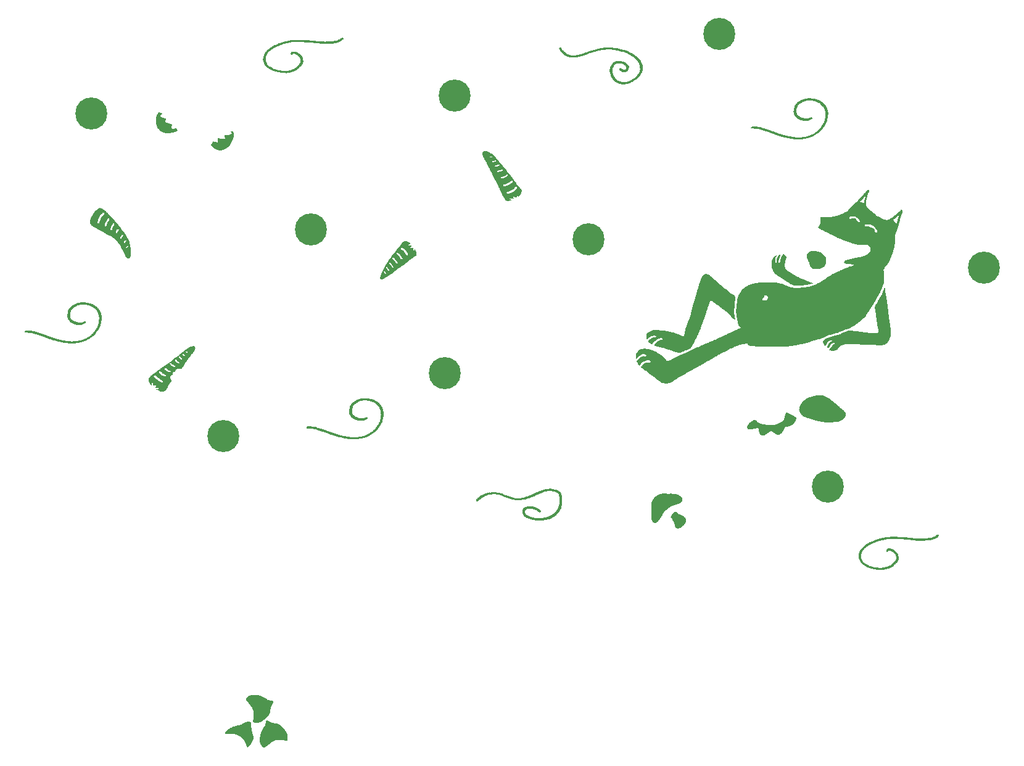
<source format=gbr>
%TF.GenerationSoftware,KiCad,Pcbnew,7.0.10*%
%TF.CreationDate,2024-03-18T13:49:46+01:00*%
%TF.ProjectId,chew_v1_backplate,63686577-5f76-4315-9f62-61636b706c61,rev?*%
%TF.SameCoordinates,Original*%
%TF.FileFunction,Soldermask,Bot*%
%TF.FilePolarity,Negative*%
%FSLAX46Y46*%
G04 Gerber Fmt 4.6, Leading zero omitted, Abs format (unit mm)*
G04 Created by KiCad (PCBNEW 7.0.10) date 2024-03-18 13:49:46*
%MOMM*%
%LPD*%
G01*
G04 APERTURE LIST*
%ADD10C,4.400000*%
G04 APERTURE END LIST*
%TO.C,G\u002A\u002A\u002A*%
G36*
X176512289Y-131418741D02*
G01*
X176575089Y-131439223D01*
X176621813Y-131464830D01*
X176635921Y-131484556D01*
X176643703Y-131521518D01*
X176649009Y-131536924D01*
X176639309Y-131571660D01*
X176598055Y-131629250D01*
X176534541Y-131698143D01*
X176451497Y-131780189D01*
X176393192Y-131834600D01*
X176350544Y-131868080D01*
X176314469Y-131887331D01*
X176275886Y-131899056D01*
X176256367Y-131903430D01*
X176203249Y-131920765D01*
X176178313Y-131940556D01*
X176178046Y-131942448D01*
X176158687Y-131962534D01*
X176144476Y-131964632D01*
X176107274Y-131984071D01*
X176097035Y-132000780D01*
X176061822Y-132028148D01*
X175994882Y-132036928D01*
X175911757Y-132050364D01*
X175832345Y-132082850D01*
X175829783Y-132084404D01*
X175762096Y-132113760D01*
X175670874Y-132138105D01*
X175610050Y-132147935D01*
X175528206Y-132160261D01*
X175464316Y-132175538D01*
X175438068Y-132186880D01*
X175397401Y-132198359D01*
X175382790Y-132193570D01*
X175343390Y-132192085D01*
X175327512Y-132200937D01*
X175291585Y-132211319D01*
X175220236Y-132219050D01*
X175126217Y-132222975D01*
X175081557Y-132223203D01*
X174970514Y-132224636D01*
X174865739Y-132229590D01*
X174785376Y-132237102D01*
X174768274Y-132239798D01*
X174690663Y-132250923D01*
X174590348Y-132261065D01*
X174515238Y-132266429D01*
X174418974Y-132272843D01*
X174330267Y-132280496D01*
X174280217Y-132286194D01*
X174223678Y-132289038D01*
X174192033Y-132281065D01*
X174191171Y-132279963D01*
X174164397Y-132273061D01*
X174098861Y-132266555D01*
X174004002Y-132261122D01*
X173889254Y-132257438D01*
X173871923Y-132257096D01*
X173704863Y-132253103D01*
X173576641Y-132247523D01*
X173477904Y-132239618D01*
X173399300Y-132228649D01*
X173334403Y-132214626D01*
X173273828Y-132203252D01*
X173192306Y-132193050D01*
X173103023Y-132184974D01*
X173019164Y-132179975D01*
X172953915Y-132179005D01*
X172920463Y-132183017D01*
X172918698Y-132184614D01*
X172895177Y-132187535D01*
X172852429Y-132174178D01*
X172784857Y-132154387D01*
X172707837Y-132142906D01*
X172625143Y-132134825D01*
X172551196Y-132124163D01*
X172474296Y-132113820D01*
X172359720Y-132102889D01*
X172217974Y-132091964D01*
X172059566Y-132081643D01*
X171895001Y-132072522D01*
X171734788Y-132065196D01*
X171589432Y-132060263D01*
X171469440Y-132058319D01*
X171404779Y-132059100D01*
X171354757Y-132056254D01*
X171271017Y-132046937D01*
X171167347Y-132032800D01*
X171103546Y-132023046D01*
X170999236Y-132007128D01*
X170911423Y-131995003D01*
X170851896Y-131988229D01*
X170834166Y-131987416D01*
X170807482Y-131989079D01*
X170769744Y-131990239D01*
X170713407Y-131990953D01*
X170630924Y-131991283D01*
X170514751Y-131991285D01*
X170371164Y-131991050D01*
X170246977Y-131991539D01*
X170136983Y-131993347D01*
X170051836Y-131996201D01*
X170002193Y-131999831D01*
X169997635Y-132000589D01*
X169952280Y-132006519D01*
X169872837Y-132013683D01*
X169773352Y-132020880D01*
X169728082Y-132023674D01*
X169626888Y-132030547D01*
X169542249Y-132038061D01*
X169487013Y-132044999D01*
X169475046Y-132047652D01*
X169428460Y-132059861D01*
X169370171Y-132071806D01*
X169267533Y-132092022D01*
X169163348Y-132115302D01*
X169070337Y-132138502D01*
X169001220Y-132158478D01*
X168970871Y-132170504D01*
X168952287Y-132175351D01*
X168958193Y-132161145D01*
X168960592Y-132136306D01*
X168951875Y-132133323D01*
X168922493Y-132151843D01*
X168920330Y-132156657D01*
X168893262Y-132174174D01*
X168838130Y-132185508D01*
X168832144Y-132186021D01*
X168774171Y-132195267D01*
X168741304Y-132209617D01*
X168740352Y-132210885D01*
X168710280Y-132224536D01*
X168659560Y-132229718D01*
X168597329Y-132240542D01*
X168557892Y-132262233D01*
X168509559Y-132286119D01*
X168466058Y-132290378D01*
X168407134Y-132299251D01*
X168374637Y-132318109D01*
X168326100Y-132343597D01*
X168284010Y-132350211D01*
X168239551Y-132358681D01*
X168225484Y-132374310D01*
X168204386Y-132390597D01*
X168152876Y-132398312D01*
X168145745Y-132398408D01*
X168075287Y-132408426D01*
X168020237Y-132431876D01*
X167972161Y-132453633D01*
X167943335Y-132453396D01*
X167915576Y-132457378D01*
X167912202Y-132468126D01*
X167892090Y-132489945D01*
X167865034Y-132494803D01*
X167823467Y-132504574D01*
X167752005Y-132530390D01*
X167662433Y-132567009D01*
X167566537Y-132609187D01*
X167476100Y-132651681D01*
X167402908Y-132689249D01*
X167358745Y-132716646D01*
X167352277Y-132722933D01*
X167336099Y-132733427D01*
X167334203Y-132726814D01*
X167319432Y-132721321D01*
X167301493Y-132732630D01*
X167268199Y-132749768D01*
X167257164Y-132747482D01*
X167234497Y-132754113D01*
X167201425Y-132783839D01*
X167154376Y-132820384D01*
X167117411Y-132832185D01*
X167074235Y-132848723D01*
X167023946Y-132888891D01*
X167020551Y-132892431D01*
X166973297Y-132933545D01*
X166934464Y-132952528D01*
X166932074Y-132952678D01*
X166897105Y-132967844D01*
X166842638Y-133006624D01*
X166806836Y-133037023D01*
X166748702Y-133085024D01*
X166702087Y-133115575D01*
X166685517Y-133121369D01*
X166653374Y-133140696D01*
X166643687Y-133157517D01*
X166614251Y-133189528D01*
X166597870Y-133193665D01*
X166565626Y-133213700D01*
X166550627Y-133241862D01*
X166515240Y-133282420D01*
X166478331Y-133290059D01*
X166426882Y-133306483D01*
X166407476Y-133332232D01*
X166384256Y-133372678D01*
X166338990Y-133432527D01*
X166299365Y-133478730D01*
X166257646Y-133527525D01*
X166220146Y-133579003D01*
X166181868Y-133641863D01*
X166137816Y-133724805D01*
X166082994Y-133836528D01*
X166031352Y-133945400D01*
X166003579Y-134017712D01*
X165991501Y-134077312D01*
X165993496Y-134098598D01*
X165997466Y-134146911D01*
X165987802Y-134215609D01*
X165983906Y-134231401D01*
X165970464Y-134348892D01*
X165981908Y-134492660D01*
X166015077Y-134649785D01*
X166066806Y-134807352D01*
X166133933Y-134952441D01*
X166178253Y-135025164D01*
X166248405Y-135122718D01*
X166319391Y-135207649D01*
X166397238Y-135284218D01*
X166487970Y-135356683D01*
X166597613Y-135429303D01*
X166732193Y-135506338D01*
X166897735Y-135592047D01*
X167100266Y-135690688D01*
X167159967Y-135719093D01*
X167240574Y-135746168D01*
X167322562Y-135758401D01*
X167378005Y-135764172D01*
X167405430Y-135776032D01*
X167406059Y-135778247D01*
X167426295Y-135793093D01*
X167452905Y-135796321D01*
X167498691Y-135806879D01*
X167513923Y-135819367D01*
X167545358Y-135832854D01*
X167561660Y-135829561D01*
X167607732Y-135829993D01*
X167646349Y-135844108D01*
X167701026Y-135864145D01*
X167789163Y-135886657D01*
X167896360Y-135908457D01*
X168008212Y-135926362D01*
X168032695Y-135929546D01*
X168077958Y-135936865D01*
X168092942Y-135942031D01*
X168113564Y-135948947D01*
X168176603Y-135955939D01*
X168283812Y-135963142D01*
X168436947Y-135970694D01*
X168490570Y-135972985D01*
X168617441Y-135974610D01*
X168755708Y-135970355D01*
X168895463Y-135961206D01*
X169026799Y-135948151D01*
X169139810Y-135932177D01*
X169224589Y-135914272D01*
X169271228Y-135895423D01*
X169271592Y-135895134D01*
X169314720Y-135878722D01*
X169358122Y-135874258D01*
X169415575Y-135864272D01*
X169491986Y-135838602D01*
X169528260Y-135822904D01*
X169604982Y-135789954D01*
X169672889Y-135765951D01*
X169695181Y-135760235D01*
X169750195Y-135741792D01*
X169776875Y-135724589D01*
X169821866Y-135701562D01*
X169835709Y-135699926D01*
X169873491Y-135684972D01*
X169928516Y-135647308D01*
X169952221Y-135627630D01*
X170008108Y-135583703D01*
X170052542Y-135557646D01*
X170063847Y-135554628D01*
X170099851Y-135538446D01*
X170151016Y-135499877D01*
X170202627Y-135452190D01*
X170239973Y-135408648D01*
X170249773Y-135386983D01*
X170269078Y-135364837D01*
X170283149Y-135362545D01*
X170318571Y-135344054D01*
X170357883Y-135299411D01*
X170358910Y-135297858D01*
X170400434Y-135243468D01*
X170460262Y-135175138D01*
X170498345Y-135135192D01*
X170595694Y-135024268D01*
X170677050Y-134907236D01*
X170735462Y-134795666D01*
X170763979Y-134701127D01*
X170765084Y-134691223D01*
X170773410Y-134625596D01*
X170783994Y-134581329D01*
X170786294Y-134576510D01*
X170791659Y-134534215D01*
X170782449Y-134460988D01*
X170761886Y-134370693D01*
X170733191Y-134277191D01*
X170699586Y-134194341D01*
X170695563Y-134186144D01*
X170641528Y-134093790D01*
X170581031Y-134014103D01*
X170522028Y-133955541D01*
X170472478Y-133926564D01*
X170451404Y-133926570D01*
X170428178Y-133927149D01*
X170431336Y-133915293D01*
X170431061Y-133877707D01*
X170400558Y-133840494D01*
X170354835Y-133820656D01*
X170347418Y-133820230D01*
X170303667Y-133803670D01*
X170253105Y-133763457D01*
X170249773Y-133759983D01*
X170180785Y-133711924D01*
X170125079Y-133699737D01*
X170076163Y-133692361D01*
X170056984Y-133675638D01*
X170035907Y-133659134D01*
X169984573Y-133651267D01*
X169978663Y-133651170D01*
X169913306Y-133644628D01*
X169866754Y-133629533D01*
X169811387Y-133620340D01*
X169743048Y-133644164D01*
X169676411Y-133694537D01*
X169650342Y-133724883D01*
X169586064Y-133781399D01*
X169513669Y-133795183D01*
X169459098Y-133775374D01*
X169439735Y-133741741D01*
X169423567Y-133676568D01*
X169416740Y-133622587D01*
X169418273Y-133513030D01*
X169447879Y-133435319D01*
X169511811Y-133381348D01*
X169616321Y-133343010D01*
X169636227Y-133338024D01*
X169800288Y-133319615D01*
X169982964Y-133334210D01*
X170171486Y-133378231D01*
X170353090Y-133448100D01*
X170515009Y-133540236D01*
X170601840Y-133608718D01*
X170711665Y-133711739D01*
X170811208Y-133811178D01*
X170894799Y-133900808D01*
X170956768Y-133974407D01*
X170991446Y-134025751D01*
X170996832Y-134042341D01*
X171006195Y-134078598D01*
X171016976Y-134085315D01*
X171031638Y-134107138D01*
X171051924Y-134164971D01*
X171075078Y-134247360D01*
X171098342Y-134342853D01*
X171118960Y-134439996D01*
X171134176Y-134527337D01*
X171141233Y-134593421D01*
X171141424Y-134602370D01*
X171133333Y-134677524D01*
X171113006Y-134766962D01*
X171103134Y-134798877D01*
X171082368Y-134876985D01*
X171073913Y-134944751D01*
X171075273Y-134966210D01*
X171074517Y-135006421D01*
X171055493Y-135009171D01*
X171026450Y-135019811D01*
X171007601Y-135053295D01*
X170981413Y-135099160D01*
X170931128Y-135162309D01*
X170878085Y-135218514D01*
X170805420Y-135293405D01*
X170735759Y-135371252D01*
X170698121Y-135417343D01*
X170654211Y-135467584D01*
X170620087Y-135493727D01*
X170610307Y-135494503D01*
X170588520Y-135503569D01*
X170575900Y-135528730D01*
X170545535Y-135575560D01*
X170500315Y-135614999D01*
X170447229Y-135656166D01*
X170381733Y-135715275D01*
X170350638Y-135746035D01*
X170279555Y-135806314D01*
X170201841Y-135853995D01*
X170170294Y-135867205D01*
X170099638Y-135897959D01*
X170044089Y-135934836D01*
X170037751Y-135940988D01*
X169996768Y-135967988D01*
X169922845Y-136002236D01*
X169829393Y-136037772D01*
X169791898Y-136050262D01*
X169697553Y-136081421D01*
X169620170Y-136108808D01*
X169571763Y-136128094D01*
X169562961Y-136132739D01*
X169527812Y-136146433D01*
X169461146Y-136164683D01*
X169394270Y-136179901D01*
X169308414Y-136198002D01*
X169235996Y-136213575D01*
X169201481Y-136221249D01*
X169150629Y-136229984D01*
X169072935Y-136240193D01*
X169020741Y-136245975D01*
X168943072Y-136257176D01*
X168884926Y-136271485D01*
X168865304Y-136280968D01*
X168822458Y-136301705D01*
X168800466Y-136290974D01*
X168772865Y-136284625D01*
X168708662Y-136277284D01*
X168619405Y-136270156D01*
X168573537Y-136267304D01*
X168393178Y-136256719D01*
X168253984Y-136247550D01*
X168148975Y-136239009D01*
X168071170Y-136230305D01*
X168013588Y-136220652D01*
X167969247Y-136209261D01*
X167931167Y-136195343D01*
X167929215Y-136194530D01*
X167867022Y-136173473D01*
X167823267Y-136167568D01*
X167816290Y-136169552D01*
X167781594Y-136172156D01*
X167719568Y-136163068D01*
X167690833Y-136156472D01*
X167617124Y-136140143D01*
X167557966Y-136131057D01*
X167545171Y-136130372D01*
X167501997Y-136119468D01*
X167489959Y-136108769D01*
X167460068Y-136093272D01*
X167398697Y-136077872D01*
X167355347Y-136070838D01*
X167277370Y-136054409D01*
X167215963Y-136030802D01*
X167197509Y-136018034D01*
X167163755Y-135995466D01*
X167142766Y-136010423D01*
X167118561Y-136024362D01*
X167072126Y-136010884D01*
X167042552Y-135996258D01*
X166986477Y-135964932D01*
X166951505Y-135942072D01*
X166948273Y-135939098D01*
X166922110Y-135920115D01*
X166862759Y-135886694D01*
X166766433Y-135836789D01*
X166660804Y-135783921D01*
X166556969Y-135731733D01*
X166487643Y-135694592D01*
X166443720Y-135667029D01*
X166416095Y-135643576D01*
X166403902Y-135629639D01*
X166361930Y-135605353D01*
X166301002Y-135595499D01*
X166248368Y-135587583D01*
X166225354Y-135568214D01*
X166225295Y-135567064D01*
X166210168Y-135533674D01*
X166171779Y-135481218D01*
X166146974Y-135452456D01*
X166029963Y-135319627D01*
X165933400Y-135201710D01*
X165863863Y-135106819D01*
X165852368Y-135089079D01*
X165816507Y-135037224D01*
X165789273Y-135007022D01*
X165786097Y-135005081D01*
X165771585Y-134977688D01*
X165767420Y-134940232D01*
X165758233Y-134890003D01*
X165743321Y-134868522D01*
X165722634Y-134834323D01*
X165719223Y-134809804D01*
X165701778Y-134757772D01*
X165683340Y-134736200D01*
X165659490Y-134702258D01*
X165660663Y-134685052D01*
X165661911Y-134647796D01*
X165655926Y-134634650D01*
X165634687Y-134572925D01*
X165621692Y-134476899D01*
X165618691Y-134360029D01*
X165618929Y-134350401D01*
X165620999Y-134272284D01*
X165622454Y-134207948D01*
X165622699Y-134193760D01*
X165630035Y-134152305D01*
X165649423Y-134076334D01*
X165677813Y-133977103D01*
X165708169Y-133878380D01*
X165756251Y-133737493D01*
X165799987Y-133634522D01*
X165843787Y-133559990D01*
X165873212Y-133523573D01*
X165917587Y-133471537D01*
X165942232Y-133435467D01*
X165944073Y-133426548D01*
X165951072Y-133401756D01*
X165987788Y-133351984D01*
X166047766Y-133284105D01*
X166124552Y-133204991D01*
X166211691Y-133121517D01*
X166302728Y-133040554D01*
X166321187Y-133024974D01*
X166400785Y-132958184D01*
X166477788Y-132893123D01*
X166528072Y-132850259D01*
X166582160Y-132808878D01*
X166623916Y-132785748D01*
X166632129Y-132783987D01*
X166657805Y-132770154D01*
X166659071Y-132764160D01*
X166678867Y-132743292D01*
X166729684Y-132711050D01*
X166773539Y-132687913D01*
X166868375Y-132636206D01*
X166961151Y-132573404D01*
X167064558Y-132491776D01*
X167112186Y-132470393D01*
X167160952Y-132462154D01*
X167218190Y-132449047D01*
X167249488Y-132428388D01*
X167292376Y-132397930D01*
X167321784Y-132387908D01*
X167407572Y-132364389D01*
X167505023Y-132328905D01*
X167601126Y-132287291D01*
X167682869Y-132245384D01*
X167737238Y-132209019D01*
X167749167Y-132196232D01*
X167764672Y-132182995D01*
X167767241Y-132197407D01*
X167786442Y-132207781D01*
X167842631Y-132188855D01*
X167858407Y-132181476D01*
X167945054Y-132147113D01*
X168036045Y-132121470D01*
X168045171Y-132119651D01*
X168119927Y-132099683D01*
X168214267Y-132066557D01*
X168285731Y-132037033D01*
X168364157Y-132005197D01*
X168427095Y-131985506D01*
X168459111Y-131982114D01*
X168500326Y-131978747D01*
X168543456Y-131961075D01*
X168592909Y-131940088D01*
X168620999Y-131936718D01*
X168657694Y-131933177D01*
X168705344Y-131917874D01*
X168774589Y-131896881D01*
X168852050Y-131882242D01*
X168929379Y-131867837D01*
X169019263Y-131844561D01*
X169044839Y-131836663D01*
X169112833Y-131820300D01*
X169214368Y-131802831D01*
X169334907Y-131786506D01*
X169442467Y-131775116D01*
X169572699Y-131763060D01*
X169701362Y-131750809D01*
X169811883Y-131739960D01*
X169876243Y-131733347D01*
X169958476Y-131726964D01*
X170067592Y-131721880D01*
X170194366Y-131718148D01*
X170329572Y-131715821D01*
X170463985Y-131714953D01*
X170588379Y-131715595D01*
X170693530Y-131717801D01*
X170770210Y-131721624D01*
X170809195Y-131727117D01*
X170811066Y-131727989D01*
X170853457Y-131732703D01*
X170875040Y-131725702D01*
X170915458Y-131720307D01*
X170989125Y-131722726D01*
X171081835Y-131732345D01*
X171105529Y-131735684D01*
X171227517Y-131750214D01*
X171369021Y-131761784D01*
X171501367Y-131768095D01*
X171513263Y-131768354D01*
X171694805Y-131775320D01*
X171918628Y-131790295D01*
X172186453Y-131813413D01*
X172499999Y-131844807D01*
X172502999Y-131845124D01*
X172632511Y-131857935D01*
X172786975Y-131871902D01*
X172943253Y-131884983D01*
X173033169Y-131891920D01*
X173167043Y-131903098D01*
X173302724Y-131916629D01*
X173422120Y-131930600D01*
X173490760Y-131940321D01*
X173605413Y-131953632D01*
X173737595Y-131961531D01*
X173846655Y-131962435D01*
X173936384Y-131961240D01*
X174005413Y-131962535D01*
X174041391Y-131966028D01*
X174043663Y-131967080D01*
X174071362Y-131969384D01*
X174142149Y-131967360D01*
X174251132Y-131961300D01*
X174393425Y-131951499D01*
X174564137Y-131938252D01*
X174671879Y-131929305D01*
X174746429Y-131923756D01*
X174853207Y-131916793D01*
X174976303Y-131909419D01*
X175068767Y-131904275D01*
X175180761Y-131896846D01*
X175275562Y-131887886D01*
X175342480Y-131878579D01*
X175370000Y-131870910D01*
X175408568Y-131857816D01*
X175473167Y-131848548D01*
X175491234Y-131847311D01*
X175618019Y-131831482D01*
X175729093Y-131800511D01*
X175805261Y-131761053D01*
X175860203Y-131732275D01*
X175896608Y-131724412D01*
X175949066Y-131707472D01*
X175978036Y-131686112D01*
X176021217Y-131661042D01*
X176047961Y-131661007D01*
X176083109Y-131653052D01*
X176135825Y-131618800D01*
X176164916Y-131593683D01*
X176216433Y-131549967D01*
X176253340Y-131527566D01*
X176262932Y-131527380D01*
X176285531Y-131520146D01*
X176324021Y-131485075D01*
X176332438Y-131475598D01*
X176395868Y-131425119D01*
X176450826Y-131410363D01*
X176512289Y-131418741D01*
G37*
G36*
X123409946Y-125127110D02*
G01*
X123526476Y-125134592D01*
X123622349Y-125145936D01*
X123685429Y-125160770D01*
X123694996Y-125165173D01*
X123746866Y-125190836D01*
X123778752Y-125201257D01*
X123817868Y-125208952D01*
X123872760Y-125222968D01*
X123952362Y-125227670D01*
X123988303Y-125213864D01*
X124028340Y-125199505D01*
X124072422Y-125214389D01*
X124102855Y-125234438D01*
X124159887Y-125267916D01*
X124205992Y-125283387D01*
X124208802Y-125283510D01*
X124250815Y-125297331D01*
X124260726Y-125307609D01*
X124293815Y-125326001D01*
X124336700Y-125331708D01*
X124392155Y-125348647D01*
X124410314Y-125379634D01*
X124428846Y-125412504D01*
X124444409Y-125414234D01*
X124469416Y-125421719D01*
X124483842Y-125444628D01*
X124512371Y-125482229D01*
X124531836Y-125490759D01*
X124580428Y-125494481D01*
X124611579Y-125496784D01*
X124645603Y-125508032D01*
X124647865Y-125521972D01*
X124654281Y-125547494D01*
X124670542Y-125557364D01*
X124702511Y-125589504D01*
X124706551Y-125607903D01*
X124721463Y-125650280D01*
X124757668Y-125703354D01*
X124760773Y-125706985D01*
X124798485Y-125755387D01*
X124817623Y-125789650D01*
X124818008Y-125791513D01*
X124827592Y-125831453D01*
X124827703Y-125831755D01*
X124839336Y-125871198D01*
X124839985Y-125873928D01*
X124849410Y-125907881D01*
X124850207Y-125910076D01*
X124871231Y-125981751D01*
X124892824Y-126081691D01*
X124911431Y-126190143D01*
X124923497Y-126287353D01*
X124926114Y-126331803D01*
X124927504Y-126509959D01*
X124926327Y-126678306D01*
X124922847Y-126829983D01*
X124917327Y-126958124D01*
X124910031Y-127055868D01*
X124901222Y-127116351D01*
X124895405Y-127131801D01*
X124883545Y-127158130D01*
X124891226Y-127163207D01*
X124909014Y-127183410D01*
X124913111Y-127211404D01*
X124907682Y-127250644D01*
X124900201Y-127259650D01*
X124887202Y-127280447D01*
X124881651Y-127330479D01*
X124883346Y-127391393D01*
X124892083Y-127444839D01*
X124902507Y-127468256D01*
X124916840Y-127491734D01*
X124892746Y-127487291D01*
X124890700Y-127486512D01*
X124855855Y-127483269D01*
X124847772Y-127491985D01*
X124839648Y-127574920D01*
X124839671Y-127659265D01*
X124847351Y-127725492D01*
X124854130Y-127746137D01*
X124856364Y-127790945D01*
X124822150Y-127821093D01*
X124797112Y-127825551D01*
X124776140Y-127845155D01*
X124743860Y-127894260D01*
X124728257Y-127922315D01*
X124681175Y-128003534D01*
X124629556Y-128081834D01*
X124619621Y-128095422D01*
X124582524Y-128152347D01*
X124562892Y-128197235D01*
X124561959Y-128204226D01*
X124544707Y-128243960D01*
X124497177Y-128308801D01*
X124425710Y-128392517D01*
X124336648Y-128488877D01*
X124236331Y-128591650D01*
X124131100Y-128694605D01*
X124027296Y-128791510D01*
X123931261Y-128876134D01*
X123849335Y-128942246D01*
X123787860Y-128983614D01*
X123757561Y-128994706D01*
X123712925Y-129013113D01*
X123701629Y-129026129D01*
X123668394Y-129056095D01*
X123610437Y-129090625D01*
X123595307Y-129097981D01*
X123530858Y-129133437D01*
X123483364Y-129169117D01*
X123477888Y-129175001D01*
X123430368Y-129206183D01*
X123402272Y-129211594D01*
X123364744Y-129222272D01*
X123357026Y-129235693D01*
X123337117Y-129256300D01*
X123314853Y-129260142D01*
X123266468Y-129268049D01*
X123196572Y-129287396D01*
X123172422Y-129295427D01*
X123121444Y-129312143D01*
X123067661Y-129326915D01*
X123003569Y-129341122D01*
X122921661Y-129356140D01*
X122814433Y-129373346D01*
X122674377Y-129394117D01*
X122495498Y-129419617D01*
X122442213Y-129432632D01*
X122417406Y-129449525D01*
X122417177Y-129451123D01*
X122396711Y-129467362D01*
X122362955Y-129472264D01*
X122317037Y-129473257D01*
X122235643Y-129475401D01*
X122131472Y-129478352D01*
X122047655Y-129480838D01*
X121941518Y-129483724D01*
X121855375Y-129485457D01*
X121799223Y-129485875D01*
X121782570Y-129485124D01*
X121757757Y-129481568D01*
X121695794Y-129476041D01*
X121607654Y-129469293D01*
X121504306Y-129462073D01*
X121396723Y-129455128D01*
X121295875Y-129449208D01*
X121212735Y-129445061D01*
X121176096Y-129443740D01*
X121104456Y-129439652D01*
X121055256Y-129432779D01*
X121043553Y-129428353D01*
X121007128Y-129407815D01*
X120947509Y-129386775D01*
X120884447Y-129370781D01*
X120837696Y-129365384D01*
X120827569Y-129367676D01*
X120793797Y-129366785D01*
X120733572Y-129348461D01*
X120693383Y-129331751D01*
X120610920Y-129299817D01*
X120531997Y-129278074D01*
X120505855Y-129273948D01*
X120431956Y-129259229D01*
X120349196Y-129232511D01*
X120335724Y-129227038D01*
X120268616Y-129202018D01*
X120216284Y-129188354D01*
X120206899Y-129187495D01*
X120157643Y-129174438D01*
X120092298Y-129143085D01*
X120032464Y-129105160D01*
X120001857Y-129076187D01*
X119968661Y-129048640D01*
X119912887Y-129019625D01*
X119911487Y-129019041D01*
X119861553Y-128992453D01*
X119838760Y-128968662D01*
X119838619Y-128967258D01*
X119822656Y-128939148D01*
X119782055Y-128891936D01*
X119754274Y-128863747D01*
X119705025Y-128811681D01*
X119674640Y-128771394D01*
X119669929Y-128759463D01*
X119653764Y-128727964D01*
X119623072Y-128694686D01*
X119585043Y-128640554D01*
X119545898Y-128553110D01*
X119509933Y-128446932D01*
X119481446Y-128336601D01*
X119464731Y-128236697D01*
X119464085Y-128161799D01*
X119464807Y-128157578D01*
X119479384Y-128079756D01*
X119491800Y-128011612D01*
X119492677Y-128006660D01*
X119512594Y-127950801D01*
X119534510Y-127922315D01*
X119556617Y-127885314D01*
X119555567Y-127868093D01*
X119564499Y-127840809D01*
X119577551Y-127837564D01*
X119611135Y-127821231D01*
X119663713Y-127779580D01*
X119704973Y-127740480D01*
X119767623Y-127685279D01*
X119816878Y-127657834D01*
X119834976Y-127657121D01*
X119879388Y-127653562D01*
X119908376Y-127636107D01*
X119981648Y-127594787D01*
X120096296Y-127561461D01*
X120245920Y-127537766D01*
X120320593Y-127530856D01*
X120440703Y-127522649D01*
X120529898Y-127519602D01*
X120605242Y-127522303D01*
X120683800Y-127531336D01*
X120778468Y-127546575D01*
X120872616Y-127561660D01*
X120958176Y-127573717D01*
X121007405Y-127579251D01*
X121076427Y-127592638D01*
X121125297Y-127612040D01*
X121180257Y-127629531D01*
X121211325Y-127628304D01*
X121258547Y-127636177D01*
X121283149Y-127655554D01*
X121321243Y-127686968D01*
X121341713Y-127693452D01*
X121375023Y-127703742D01*
X121438503Y-127730908D01*
X121519601Y-127769505D01*
X121536194Y-127777797D01*
X121619955Y-127818047D01*
X121689286Y-127847836D01*
X121731267Y-127861689D01*
X121735008Y-127862068D01*
X121762628Y-127881972D01*
X121768416Y-127904241D01*
X121774234Y-127927869D01*
X121782899Y-127915013D01*
X121802181Y-127904188D01*
X121828374Y-127925933D01*
X121851640Y-127967621D01*
X121862140Y-128016628D01*
X121862141Y-128016701D01*
X121868351Y-128048445D01*
X121876445Y-128049354D01*
X121901016Y-128054764D01*
X121943624Y-128085715D01*
X121950927Y-128092300D01*
X121992804Y-128142372D01*
X122001068Y-128196020D01*
X121996174Y-128228338D01*
X121989105Y-128276931D01*
X121996497Y-128283093D01*
X122005669Y-128271746D01*
X122025793Y-128248648D01*
X122031116Y-128268325D01*
X122031230Y-128274960D01*
X122010222Y-128311162D01*
X121957454Y-128339087D01*
X121893031Y-128349837D01*
X121809770Y-128344374D01*
X121752360Y-128321574D01*
X121713266Y-128288531D01*
X121632060Y-128213523D01*
X121546555Y-128145365D01*
X121467535Y-128091674D01*
X121405780Y-128060070D01*
X121382576Y-128054858D01*
X121319228Y-128044941D01*
X121290237Y-128034305D01*
X121186520Y-127984237D01*
X121117915Y-127953692D01*
X121076875Y-127939761D01*
X121055854Y-127939536D01*
X121051651Y-127942332D01*
X121022604Y-127943317D01*
X121006056Y-127933245D01*
X120963827Y-127909817D01*
X120894054Y-127890363D01*
X120787173Y-127872338D01*
X120766418Y-127869475D01*
X120700859Y-127854890D01*
X120657375Y-127834759D01*
X120651950Y-127829143D01*
X120627046Y-127816107D01*
X120615802Y-127826052D01*
X120583326Y-127839846D01*
X120519033Y-127849528D01*
X120465185Y-127852314D01*
X120331686Y-127859106D01*
X120244898Y-127874743D01*
X120208753Y-127893579D01*
X120174419Y-127905956D01*
X120125754Y-127910266D01*
X120055978Y-127931405D01*
X119970762Y-127995716D01*
X119957990Y-128007739D01*
X119898229Y-128070352D01*
X119867524Y-128121470D01*
X119856702Y-128178951D01*
X119855893Y-128206553D01*
X119866844Y-128368122D01*
X119901492Y-128492304D01*
X119941840Y-128558211D01*
X120018757Y-128646931D01*
X120072472Y-128704454D01*
X120109986Y-128737141D01*
X120138300Y-128751354D01*
X120157004Y-128753719D01*
X120201464Y-128770846D01*
X120215483Y-128789867D01*
X120244180Y-128821865D01*
X120259974Y-128826015D01*
X120299603Y-128842920D01*
X120321558Y-128863326D01*
X120369178Y-128890958D01*
X120402829Y-128893359D01*
X120458064Y-128903265D01*
X120501333Y-128929902D01*
X120559739Y-128960781D01*
X120603599Y-128963487D01*
X120657608Y-128968402D01*
X120684871Y-128986028D01*
X120730644Y-129014912D01*
X120753303Y-129018805D01*
X120799220Y-129028361D01*
X120812662Y-129036879D01*
X120847570Y-129050477D01*
X120906321Y-129057988D01*
X120907048Y-129058018D01*
X120989333Y-129065495D01*
X121055602Y-129076116D01*
X121265810Y-129115346D01*
X121453627Y-129139229D01*
X121641605Y-129149839D01*
X121850859Y-129149285D01*
X122029047Y-129143981D01*
X122164408Y-129137302D01*
X122262303Y-129128767D01*
X122328094Y-129117893D01*
X122367142Y-129104197D01*
X122369890Y-129102587D01*
X122405242Y-129093376D01*
X122472799Y-129084432D01*
X122541762Y-129078802D01*
X122621934Y-129070743D01*
X122681188Y-129058893D01*
X122704082Y-129047948D01*
X122734977Y-129030965D01*
X122795088Y-129014717D01*
X122819603Y-129010325D01*
X122893898Y-128990691D01*
X122979090Y-128956932D01*
X123057183Y-128917327D01*
X123110178Y-128880161D01*
X123116039Y-128873920D01*
X123148977Y-128853680D01*
X123208751Y-128828965D01*
X123275500Y-128807238D01*
X123320878Y-128796974D01*
X123369065Y-128783138D01*
X123419112Y-128750511D01*
X123472651Y-128702894D01*
X123527182Y-128668013D01*
X123582481Y-128647574D01*
X123638032Y-128619858D01*
X123663613Y-128583931D01*
X123691586Y-128545316D01*
X123717581Y-128536831D01*
X123762122Y-128520426D01*
X123808589Y-128482853D01*
X123836989Y-128441571D01*
X123838999Y-128430793D01*
X123858968Y-128393556D01*
X123907489Y-128355173D01*
X123954592Y-128333548D01*
X123996046Y-128312222D01*
X124007690Y-128295024D01*
X124023439Y-128266702D01*
X124063554Y-128218768D01*
X124092035Y-128189007D01*
X124141265Y-128133605D01*
X124171653Y-128087518D01*
X124176380Y-128072051D01*
X124191517Y-128035617D01*
X124229717Y-127981624D01*
X124250897Y-127956779D01*
X124325173Y-127852946D01*
X124393040Y-127719996D01*
X124446322Y-127576980D01*
X124476845Y-127442944D01*
X124478881Y-127425545D01*
X124495182Y-127369353D01*
X124503612Y-127353249D01*
X124527973Y-127300323D01*
X124532867Y-127283700D01*
X124544584Y-127210750D01*
X124554364Y-127106524D01*
X124562076Y-126979960D01*
X124567588Y-126839999D01*
X124570767Y-126695580D01*
X124571484Y-126555644D01*
X124569605Y-126429130D01*
X124564999Y-126324977D01*
X124557536Y-126252126D01*
X124548513Y-126221028D01*
X124530807Y-126171668D01*
X124528961Y-126126964D01*
X124528135Y-126065521D01*
X124520638Y-126030569D01*
X124506349Y-125983815D01*
X124504042Y-125970323D01*
X124477085Y-125886339D01*
X124418633Y-125796884D01*
X124339797Y-125712779D01*
X124251689Y-125644845D01*
X124165423Y-125603906D01*
X124120475Y-125596793D01*
X124073123Y-125590977D01*
X124055887Y-125578714D01*
X124033880Y-125558905D01*
X123975446Y-125535816D01*
X123891961Y-125512298D01*
X123794803Y-125491202D01*
X123695351Y-125475376D01*
X123614035Y-125468030D01*
X123517101Y-125459151D01*
X123452227Y-125443906D01*
X123430282Y-125429657D01*
X123407952Y-125412573D01*
X123394463Y-125426016D01*
X123360483Y-125440640D01*
X123284808Y-125448106D01*
X123192636Y-125448335D01*
X123079561Y-125448531D01*
X122969436Y-125454151D01*
X122872474Y-125464025D01*
X122798887Y-125476982D01*
X122758888Y-125491851D01*
X122754559Y-125498549D01*
X122734610Y-125513508D01*
X122712386Y-125516090D01*
X122601837Y-125518227D01*
X122532430Y-125526768D01*
X122497367Y-125543151D01*
X122489473Y-125563258D01*
X122478145Y-125589591D01*
X122436845Y-125588671D01*
X122427346Y-125586425D01*
X122375871Y-125587907D01*
X122303537Y-125606721D01*
X122224088Y-125636971D01*
X122151269Y-125672755D01*
X122098822Y-125708174D01*
X122080380Y-125735361D01*
X122065040Y-125763381D01*
X122056454Y-125765484D01*
X122043634Y-125747646D01*
X122047898Y-125726950D01*
X122053346Y-125702291D01*
X122033344Y-125705761D01*
X122004969Y-125720925D01*
X121958071Y-125749719D01*
X121935204Y-125767372D01*
X121897062Y-125793876D01*
X121833799Y-125824516D01*
X121766640Y-125850197D01*
X121716810Y-125861826D01*
X121714613Y-125861879D01*
X121677486Y-125871087D01*
X121670119Y-125882316D01*
X121649350Y-125899326D01*
X121597166Y-125923199D01*
X121528749Y-125948486D01*
X121459280Y-125969737D01*
X121403943Y-125981501D01*
X121391414Y-125982372D01*
X121350407Y-126000437D01*
X121339959Y-126012535D01*
X121304027Y-126043222D01*
X121239106Y-126079065D01*
X121159208Y-126114464D01*
X121078342Y-126143822D01*
X121010519Y-126161540D01*
X120969750Y-126162020D01*
X120968060Y-126161136D01*
X120944150Y-126170274D01*
X120923421Y-126198585D01*
X120881120Y-126237708D01*
X120843891Y-126247606D01*
X120784039Y-126258846D01*
X120721491Y-126283754D01*
X120663213Y-126309164D01*
X120619929Y-126319753D01*
X120619889Y-126319753D01*
X120573367Y-126330235D01*
X120496128Y-126358590D01*
X120400072Y-126400179D01*
X120339205Y-126429138D01*
X120286832Y-126446252D01*
X120259628Y-126439085D01*
X120232328Y-126434935D01*
X120185026Y-126456505D01*
X120183270Y-126457644D01*
X120121576Y-126490084D01*
X120071319Y-126506150D01*
X120014252Y-126528218D01*
X119976977Y-126554333D01*
X119940801Y-126580634D01*
X119918358Y-126571881D01*
X119909813Y-126559782D01*
X119891232Y-126540569D01*
X119887186Y-126554715D01*
X119866798Y-126579417D01*
X119840042Y-126584839D01*
X119793908Y-126595905D01*
X119778373Y-126608937D01*
X119748190Y-126621522D01*
X119684454Y-126630242D01*
X119612276Y-126633036D01*
X119530717Y-126635527D01*
X119469505Y-126642014D01*
X119444310Y-126649799D01*
X119428237Y-126660985D01*
X119400239Y-126669539D01*
X119352101Y-126676504D01*
X119275610Y-126682925D01*
X119162549Y-126689845D01*
X119103610Y-126693074D01*
X118948807Y-126696030D01*
X118783477Y-126690109D01*
X118620726Y-126676553D01*
X118473663Y-126656604D01*
X118355396Y-126631503D01*
X118313374Y-126618237D01*
X118240687Y-126599493D01*
X118177574Y-126596273D01*
X118168007Y-126597976D01*
X118109096Y-126596634D01*
X118042891Y-126574439D01*
X118042494Y-126574233D01*
X117984282Y-126548309D01*
X117941690Y-126536820D01*
X117940522Y-126536790D01*
X117894792Y-126525492D01*
X117868226Y-126513097D01*
X117814759Y-126490487D01*
X117739823Y-126467013D01*
X117662105Y-126447593D01*
X117600292Y-126437144D01*
X117579369Y-126437082D01*
X117551668Y-126427299D01*
X117549246Y-126418296D01*
X117528034Y-126399359D01*
X117475413Y-126382487D01*
X117458876Y-126379358D01*
X117384700Y-126362975D01*
X117323772Y-126342758D01*
X117318972Y-126340555D01*
X117270293Y-126323209D01*
X117246676Y-126321044D01*
X117195755Y-126322850D01*
X117172829Y-126307801D01*
X117175716Y-126295655D01*
X117165620Y-126279183D01*
X117116763Y-126271707D01*
X117106265Y-126271556D01*
X117045660Y-126265168D01*
X117008745Y-126249542D01*
X117006783Y-126247064D01*
X116977902Y-126233162D01*
X116969212Y-126236437D01*
X116948119Y-126235683D01*
X116946779Y-126229419D01*
X116926563Y-126208550D01*
X116875380Y-126179679D01*
X116844360Y-126165729D01*
X116762835Y-126131295D01*
X116686391Y-126098448D01*
X116669644Y-126091130D01*
X116561654Y-126044166D01*
X116485097Y-126012832D01*
X116427537Y-125992795D01*
X116376538Y-125979721D01*
X116320213Y-125969368D01*
X116263549Y-125959972D01*
X116180490Y-125946178D01*
X116115375Y-125935356D01*
X116023382Y-125918619D01*
X115939675Y-125900990D01*
X115898487Y-125890693D01*
X115825031Y-125879035D01*
X115717013Y-125873795D01*
X115584184Y-125874281D01*
X115436295Y-125879805D01*
X115283098Y-125889676D01*
X115134344Y-125903205D01*
X114999786Y-125919701D01*
X114889174Y-125938476D01*
X114812260Y-125958838D01*
X114789948Y-125969113D01*
X114732673Y-125993454D01*
X114659795Y-126011809D01*
X114655902Y-126012449D01*
X114579502Y-126031407D01*
X114491328Y-126062520D01*
X114463113Y-126074574D01*
X114387149Y-126107167D01*
X114320752Y-126132593D01*
X114301308Y-126138897D01*
X114247097Y-126170675D01*
X114208166Y-126213137D01*
X114178033Y-126248652D01*
X114148517Y-126270350D01*
X114131396Y-126272365D01*
X114138448Y-126248825D01*
X114139284Y-126247457D01*
X114138053Y-126225221D01*
X114129854Y-126223359D01*
X114097947Y-126241641D01*
X114086259Y-126257371D01*
X114057258Y-126287887D01*
X114000507Y-126334086D01*
X113934445Y-126381672D01*
X113863429Y-126432809D01*
X113808351Y-126477538D01*
X113782631Y-126504301D01*
X113743779Y-126533771D01*
X113722384Y-126538335D01*
X113698496Y-126542667D01*
X113718024Y-126555629D01*
X113729606Y-126560740D01*
X113761151Y-126575758D01*
X113760226Y-126584691D01*
X113720736Y-126592332D01*
X113683024Y-126597375D01*
X113625006Y-126615861D01*
X113591456Y-126643912D01*
X113555767Y-126676266D01*
X113535619Y-126681233D01*
X113504715Y-126700550D01*
X113500669Y-126717381D01*
X113488224Y-126749460D01*
X113477640Y-126753529D01*
X113445093Y-126766093D01*
X113390351Y-126797706D01*
X113365833Y-126813776D01*
X113304848Y-126850707D01*
X113257008Y-126871981D01*
X113245991Y-126874023D01*
X113193402Y-126853126D01*
X113157669Y-126798924D01*
X113141386Y-126724151D01*
X113147149Y-126641541D01*
X113177552Y-126563830D01*
X113181520Y-126557609D01*
X113222270Y-126509978D01*
X113287284Y-126448035D01*
X113356077Y-126390365D01*
X113423129Y-126336203D01*
X113473256Y-126292674D01*
X113495957Y-126268913D01*
X113496134Y-126268534D01*
X113519066Y-126246683D01*
X113570513Y-126208896D01*
X113620510Y-126175580D01*
X113686705Y-126128882D01*
X113734694Y-126087202D01*
X113750421Y-126066585D01*
X113779212Y-126041785D01*
X113839995Y-126013142D01*
X113897465Y-125993626D01*
X113966748Y-125969410D01*
X114009818Y-125946318D01*
X114017678Y-125932375D01*
X114023118Y-125910730D01*
X114035442Y-125907296D01*
X114083115Y-125902264D01*
X114091086Y-125901241D01*
X114124074Y-125887034D01*
X114180817Y-125854602D01*
X114214767Y-125833213D01*
X114295953Y-125791184D01*
X114380933Y-125762933D01*
X114407557Y-125758295D01*
X114488698Y-125744184D01*
X114561460Y-125723429D01*
X114566826Y-125721335D01*
X114625878Y-125705957D01*
X114667070Y-125707657D01*
X114710041Y-125706126D01*
X114770013Y-125685060D01*
X114777898Y-125681139D01*
X114838253Y-125657912D01*
X114884699Y-125653426D01*
X114888518Y-125654540D01*
X114918252Y-125650960D01*
X114922859Y-125638210D01*
X114931770Y-125627278D01*
X114946589Y-125644991D01*
X114965478Y-125668983D01*
X114970525Y-125650975D01*
X114970688Y-125644991D01*
X114975175Y-125621706D01*
X114992597Y-125642286D01*
X114992930Y-125642811D01*
X115018527Y-125663758D01*
X115062312Y-125657297D01*
X115082931Y-125649666D01*
X115145164Y-125632874D01*
X115232651Y-125618427D01*
X115296020Y-125611930D01*
X115397957Y-125603333D01*
X115500148Y-125592994D01*
X115549056Y-125587178D01*
X115633980Y-125583522D01*
X115712295Y-125591776D01*
X115729796Y-125596327D01*
X115799846Y-125613299D01*
X115905776Y-125632086D01*
X116035403Y-125650907D01*
X116176544Y-125667977D01*
X116305314Y-125680539D01*
X116387571Y-125691364D01*
X116452401Y-125706808D01*
X116478974Y-125719045D01*
X116516908Y-125735510D01*
X116531749Y-125732644D01*
X116565668Y-125733652D01*
X116618554Y-125753972D01*
X116619905Y-125754668D01*
X116678061Y-125779609D01*
X116720596Y-125789583D01*
X116750882Y-125801646D01*
X116753989Y-125810382D01*
X116775030Y-125828213D01*
X116829484Y-125852892D01*
X116886487Y-125872858D01*
X116960505Y-125898748D01*
X117013798Y-125922251D01*
X117031363Y-125934561D01*
X117058365Y-125951307D01*
X117115650Y-125976265D01*
X117187416Y-126003523D01*
X117257866Y-126027168D01*
X117311198Y-126041290D01*
X117320308Y-126042672D01*
X117381013Y-126055140D01*
X117437920Y-126075904D01*
X117473032Y-126097748D01*
X117476950Y-126105478D01*
X117491848Y-126124277D01*
X117495024Y-126124110D01*
X117525147Y-126125533D01*
X117555026Y-126130236D01*
X117612367Y-126136134D01*
X117621542Y-126136928D01*
X117699658Y-126151992D01*
X117785638Y-126180184D01*
X117802282Y-126187241D01*
X117866042Y-126215507D01*
X117912381Y-126234017D01*
X117959982Y-126249128D01*
X118027529Y-126267202D01*
X118067367Y-126277470D01*
X118147379Y-126300778D01*
X118214203Y-126324876D01*
X118236058Y-126335042D01*
X118299640Y-126359372D01*
X118397128Y-126383792D01*
X118513193Y-126404578D01*
X118567668Y-126418717D01*
X118589076Y-126426731D01*
X118630243Y-126428826D01*
X118644760Y-126417726D01*
X118673565Y-126404774D01*
X118711675Y-126419195D01*
X118763741Y-126430895D01*
X118851644Y-126434017D01*
X118963929Y-126429295D01*
X119089145Y-126417461D01*
X119215838Y-126399245D01*
X119308449Y-126381049D01*
X119362743Y-126370396D01*
X119446239Y-126355739D01*
X119537071Y-126340861D01*
X119631041Y-126320912D01*
X119712954Y-126294610D01*
X119763233Y-126268814D01*
X119829532Y-126236031D01*
X119900694Y-126223359D01*
X119959063Y-126217400D01*
X119992857Y-126202926D01*
X119993788Y-126201644D01*
X120024792Y-126187408D01*
X120082069Y-126182098D01*
X120087370Y-126182201D01*
X120164463Y-126169678D01*
X120237706Y-126136358D01*
X120238038Y-126136131D01*
X120308166Y-126100820D01*
X120378715Y-126083214D01*
X120379490Y-126083161D01*
X120436054Y-126071272D01*
X120467427Y-126051039D01*
X120501003Y-126034668D01*
X120522999Y-126038351D01*
X120555776Y-126042760D01*
X120561856Y-126035838D01*
X120581864Y-126016318D01*
X120632292Y-125986532D01*
X120664275Y-125970688D01*
X120727494Y-125939150D01*
X120770092Y-125914308D01*
X120778468Y-125907449D01*
X120826751Y-125868085D01*
X120900819Y-125828807D01*
X120979260Y-125799461D01*
X121034578Y-125789673D01*
X121097539Y-125778672D01*
X121139948Y-125753435D01*
X121179202Y-125722901D01*
X121199782Y-125717287D01*
X121236873Y-125704583D01*
X121294355Y-125672705D01*
X121317297Y-125657785D01*
X121380152Y-125623792D01*
X121431273Y-125611024D01*
X121442892Y-125612834D01*
X121486272Y-125609303D01*
X121542548Y-125581501D01*
X121550049Y-125576192D01*
X121606162Y-125545617D01*
X121652404Y-125538142D01*
X121656753Y-125539376D01*
X121688568Y-125540282D01*
X121694217Y-125529886D01*
X121713866Y-125503136D01*
X121736390Y-125491859D01*
X121794234Y-125466953D01*
X121814711Y-125455694D01*
X121838226Y-125442242D01*
X121869581Y-125426788D01*
X121918763Y-125404819D01*
X121995759Y-125371824D01*
X122067747Y-125341356D01*
X122141854Y-125316814D01*
X122207443Y-125305930D01*
X122221071Y-125306207D01*
X122260536Y-125302311D01*
X122261821Y-125285590D01*
X122268338Y-125265582D01*
X122308733Y-125259412D01*
X122350416Y-125252655D01*
X122358566Y-125237960D01*
X122370248Y-125225941D01*
X122415987Y-125223603D01*
X122428827Y-125224601D01*
X122488585Y-125224002D01*
X122524743Y-125211869D01*
X122526673Y-125209512D01*
X122555639Y-125197013D01*
X122563435Y-125200194D01*
X122584522Y-125199288D01*
X122585868Y-125192928D01*
X122606876Y-125180512D01*
X122658413Y-125177656D01*
X122668090Y-125178272D01*
X122737040Y-125172972D01*
X122764127Y-125148744D01*
X122783600Y-125125723D01*
X122821649Y-125136240D01*
X122829055Y-125140096D01*
X122891184Y-125155379D01*
X122978899Y-125143521D01*
X122980029Y-125143248D01*
X123057802Y-125131559D01*
X123163471Y-125125221D01*
X123284899Y-125123862D01*
X123409946Y-125127110D01*
G37*
G36*
X97796913Y-112692536D02*
G01*
X97911383Y-112696303D01*
X98034128Y-112701736D01*
X98155361Y-112708404D01*
X98265296Y-112715877D01*
X98354144Y-112723727D01*
X98412121Y-112731523D01*
X98449033Y-112738596D01*
X98538539Y-112755150D01*
X98609696Y-112767569D01*
X98678041Y-112782353D01*
X98749832Y-112804197D01*
X98802529Y-112819336D01*
X98869843Y-112828170D01*
X98910081Y-112834507D01*
X98958850Y-112860220D01*
X98964586Y-112865106D01*
X99015140Y-112889598D01*
X99084054Y-112907388D01*
X99096859Y-112909706D01*
X99167203Y-112930008D01*
X99216391Y-112955713D01*
X99220230Y-112958814D01*
X99272546Y-112990888D01*
X99339920Y-113022097D01*
X99342428Y-113023097D01*
X99418517Y-113062585D01*
X99484266Y-113110411D01*
X99488618Y-113114361D01*
X99534774Y-113150644D01*
X99565430Y-113165551D01*
X99574872Y-113168552D01*
X99615052Y-113194311D01*
X99668934Y-113237847D01*
X99693354Y-113258597D01*
X99742052Y-113295520D01*
X99769912Y-113310143D01*
X99780454Y-113315808D01*
X99814887Y-113350146D01*
X99859443Y-113405278D01*
X99882411Y-113434392D01*
X99935527Y-113491907D01*
X99978601Y-113526655D01*
X100003276Y-113545762D01*
X100049896Y-113599495D01*
X100091119Y-113662700D01*
X100111952Y-113714280D01*
X100118331Y-113729715D01*
X100145258Y-113768018D01*
X100184295Y-113825199D01*
X100235558Y-113922167D01*
X100287621Y-114038204D01*
X100334371Y-114158543D01*
X100369695Y-114268417D01*
X100387478Y-114353061D01*
X100394810Y-114411537D01*
X100409165Y-114493895D01*
X100423918Y-114550063D01*
X100428249Y-114569343D01*
X100433517Y-114635764D01*
X100435216Y-114730742D01*
X100433612Y-114841547D01*
X100428970Y-114955451D01*
X100421552Y-115059726D01*
X100411625Y-115141642D01*
X100394834Y-115240911D01*
X100368537Y-115388478D01*
X100347431Y-115494377D01*
X100330701Y-115562557D01*
X100317530Y-115596965D01*
X100304254Y-115636433D01*
X100298674Y-115698966D01*
X100293913Y-115749429D01*
X100278144Y-115781261D01*
X100265695Y-115797051D01*
X100255669Y-115843184D01*
X100252856Y-115863128D01*
X100234951Y-115921756D01*
X100205348Y-115997858D01*
X100169702Y-116078887D01*
X100133670Y-116152298D01*
X100102906Y-116205545D01*
X100083066Y-116226082D01*
X100069719Y-116241417D01*
X100062880Y-116287085D01*
X100054242Y-116329864D01*
X100026732Y-116361960D01*
X100009897Y-116371576D01*
X99990206Y-116403376D01*
X99975826Y-116432785D01*
X99936776Y-116486200D01*
X99881762Y-116551254D01*
X99827861Y-116613595D01*
X99788661Y-116663464D01*
X99773696Y-116688883D01*
X99758587Y-116715047D01*
X99720955Y-116755314D01*
X99718442Y-116757680D01*
X99689883Y-116790906D01*
X99690831Y-116804820D01*
X99698332Y-116806677D01*
X99689214Y-116822894D01*
X99681478Y-116829674D01*
X99646109Y-116868868D01*
X99601621Y-116924944D01*
X99555966Y-116982123D01*
X99476533Y-117072616D01*
X99389838Y-117164078D01*
X99308262Y-117243579D01*
X99244185Y-117298192D01*
X99237126Y-117303413D01*
X99180624Y-117345239D01*
X99102798Y-117402885D01*
X99018285Y-117465512D01*
X98993249Y-117484327D01*
X98924212Y-117539287D01*
X98876046Y-117582355D01*
X98857946Y-117605501D01*
X98855693Y-117612741D01*
X98832226Y-117610754D01*
X98814215Y-117610802D01*
X98794116Y-117642232D01*
X98790396Y-117651767D01*
X98744522Y-117693502D01*
X98651146Y-117733992D01*
X98595318Y-117754461D01*
X98541406Y-117778396D01*
X98520565Y-117793827D01*
X98515499Y-117800850D01*
X98478755Y-117824698D01*
X98418146Y-117854442D01*
X98387201Y-117868499D01*
X98331280Y-117896401D01*
X98303677Y-117913986D01*
X98272312Y-117935900D01*
X98211365Y-117967030D01*
X98139100Y-117998809D01*
X98073110Y-118023530D01*
X98030983Y-118033483D01*
X98010196Y-118036906D01*
X97990394Y-118057582D01*
X97975861Y-118073328D01*
X97930965Y-118081680D01*
X97929045Y-118081697D01*
X97864294Y-118092061D01*
X97792398Y-118115794D01*
X97739008Y-118134924D01*
X97632777Y-118164438D01*
X97495316Y-118196603D01*
X97336100Y-118229378D01*
X97164603Y-118260721D01*
X96990299Y-118288591D01*
X96951043Y-118293914D01*
X96832246Y-118306356D01*
X96693080Y-118317026D01*
X96542097Y-118325674D01*
X96387850Y-118332053D01*
X96238890Y-118335913D01*
X96103772Y-118337007D01*
X95991046Y-118335086D01*
X95909266Y-118329903D01*
X95866984Y-118321208D01*
X95865173Y-118320312D01*
X95819514Y-118308404D01*
X95742549Y-118297063D01*
X95649897Y-118288633D01*
X95598299Y-118285071D01*
X95394561Y-118265568D01*
X95220812Y-118238402D01*
X95062406Y-118201395D01*
X95050419Y-118198153D01*
X94956345Y-118174423D01*
X94863247Y-118153090D01*
X94841310Y-118148098D01*
X94766600Y-118126923D01*
X94713125Y-118105859D01*
X94672711Y-118093527D01*
X94607831Y-118095055D01*
X94582845Y-118097601D01*
X94512490Y-118090308D01*
X94432621Y-118069679D01*
X94391753Y-118056540D01*
X94317669Y-118036385D01*
X94267150Y-118027416D01*
X94237784Y-118022429D01*
X94182804Y-117997563D01*
X94175604Y-117992979D01*
X94121553Y-117974303D01*
X94050261Y-117963270D01*
X94030299Y-117961482D01*
X93971429Y-117951093D01*
X93941817Y-117937539D01*
X93935440Y-117932382D01*
X93892652Y-117918101D01*
X93826622Y-117906820D01*
X93804955Y-117903627D01*
X93730869Y-117883058D01*
X93679022Y-117854815D01*
X93645569Y-117830366D01*
X93613477Y-117820364D01*
X93603456Y-117821589D01*
X93550787Y-117812017D01*
X93487185Y-117787530D01*
X93435745Y-117756433D01*
X93420555Y-117746166D01*
X93368855Y-117725891D01*
X93310467Y-117714532D01*
X93262723Y-117714591D01*
X93242956Y-117728575D01*
X93242895Y-117729671D01*
X93226162Y-117731272D01*
X93188734Y-117705179D01*
X93157951Y-117683597D01*
X93085733Y-117646027D01*
X93001969Y-117612391D01*
X92951879Y-117594061D01*
X92852724Y-117552575D01*
X92770082Y-117512062D01*
X92737575Y-117495119D01*
X92684429Y-117472961D01*
X92657677Y-117470059D01*
X92635003Y-117471227D01*
X92589343Y-117453536D01*
X92546421Y-117434078D01*
X92496909Y-117419860D01*
X92472338Y-117416428D01*
X92402057Y-117399189D01*
X92348506Y-117376201D01*
X92327206Y-117353529D01*
X92323110Y-117343586D01*
X92293825Y-117342274D01*
X92259855Y-117341936D01*
X92209038Y-117319078D01*
X92162985Y-117294176D01*
X92092345Y-117271233D01*
X92045756Y-117260687D01*
X92017323Y-117249659D01*
X92002447Y-117248687D01*
X91962200Y-117264212D01*
X91924699Y-117275518D01*
X91902544Y-117251315D01*
X91891048Y-117233709D01*
X91848679Y-117214038D01*
X91846360Y-117213967D01*
X91797403Y-117200624D01*
X91736789Y-117171229D01*
X91662852Y-117139586D01*
X91580148Y-117121430D01*
X91564859Y-117119648D01*
X91482178Y-117100476D01*
X91399408Y-117070046D01*
X91315736Y-117036827D01*
X91188388Y-116997493D01*
X91045956Y-116962268D01*
X90900560Y-116933495D01*
X90764324Y-116913517D01*
X90649368Y-116904677D01*
X90567817Y-116909317D01*
X90565890Y-116909695D01*
X90516074Y-116912703D01*
X90495707Y-116900513D01*
X90483666Y-116886862D01*
X90441485Y-116881346D01*
X90437929Y-116881549D01*
X90375529Y-116876068D01*
X90302918Y-116859271D01*
X90239186Y-116846461D01*
X90145221Y-116836757D01*
X90044285Y-116832992D01*
X89954512Y-116830297D01*
X89876544Y-116818589D01*
X89833637Y-116796487D01*
X89816112Y-116772197D01*
X89820463Y-116752165D01*
X89837398Y-116733295D01*
X89852578Y-116685230D01*
X89866080Y-116645280D01*
X89895448Y-116615814D01*
X89922426Y-116603290D01*
X89970611Y-116569494D01*
X90010887Y-116548850D01*
X90085079Y-116544366D01*
X90087670Y-116544737D01*
X90137660Y-116547570D01*
X90158326Y-116540346D01*
X90158508Y-116538764D01*
X90167192Y-116532726D01*
X90194253Y-116530721D01*
X90247077Y-116533028D01*
X90333050Y-116539925D01*
X90459559Y-116551690D01*
X90540807Y-116560658D01*
X90654903Y-116577185D01*
X90789903Y-116601144D01*
X90958731Y-116634681D01*
X90965513Y-116636023D01*
X91028357Y-116641461D01*
X91056277Y-116628908D01*
X91070539Y-116618212D01*
X91115816Y-116632304D01*
X91155228Y-116648489D01*
X91215075Y-116659859D01*
X91243484Y-116664498D01*
X91271725Y-116686488D01*
X91279639Y-116697355D01*
X91324283Y-116724622D01*
X91392864Y-116751324D01*
X91469061Y-116771701D01*
X91536553Y-116779989D01*
X91583247Y-116786013D01*
X91615435Y-116803058D01*
X91625397Y-116810944D01*
X91672925Y-116828262D01*
X91742595Y-116842729D01*
X91776133Y-116848953D01*
X91846257Y-116869768D01*
X91889732Y-116893704D01*
X91914264Y-116910463D01*
X91956784Y-116915037D01*
X91972416Y-116911834D01*
X91989825Y-116925700D01*
X91996371Y-116938107D01*
X92032338Y-116949043D01*
X92061594Y-116953504D01*
X92127648Y-116971705D01*
X92207053Y-116999152D01*
X92257129Y-117017257D01*
X92364285Y-117052203D01*
X92459749Y-117079191D01*
X92500744Y-117090205D01*
X92576924Y-117114811D01*
X92628440Y-117136903D01*
X92636576Y-117141162D01*
X92691385Y-117164345D01*
X92773834Y-117194925D01*
X92869427Y-117227455D01*
X92891486Y-117234690D01*
X92990720Y-117268395D01*
X93077277Y-117299491D01*
X93134512Y-117322037D01*
X93148699Y-117327972D01*
X93216581Y-117353543D01*
X93309488Y-117386113D01*
X93411647Y-117420102D01*
X93442232Y-117430167D01*
X93547011Y-117466933D01*
X93640030Y-117502709D01*
X93704112Y-117530982D01*
X93716115Y-117536784D01*
X93794104Y-117564382D01*
X93863827Y-117575608D01*
X93920884Y-117584821D01*
X93963872Y-117609293D01*
X94002580Y-117631036D01*
X94063217Y-117638035D01*
X94063626Y-117638007D01*
X94113771Y-117639361D01*
X94134607Y-117649416D01*
X94135428Y-117651911D01*
X94165726Y-117669381D01*
X94233525Y-117691972D01*
X94330391Y-117717179D01*
X94447890Y-117742495D01*
X94471568Y-117747359D01*
X94558077Y-117767884D01*
X94628630Y-117788244D01*
X94675856Y-117802999D01*
X94774508Y-117830228D01*
X94879604Y-117856285D01*
X94966011Y-117874725D01*
X95049392Y-117889719D01*
X95160322Y-117908809D01*
X95267244Y-117925890D01*
X95297660Y-117931003D01*
X95362717Y-117944921D01*
X95399787Y-117957264D01*
X95406588Y-117961330D01*
X95421927Y-117968443D01*
X95445463Y-117973874D01*
X95487157Y-117978998D01*
X95556973Y-117985188D01*
X95664872Y-117993818D01*
X95680047Y-117995059D01*
X95781756Y-118005275D01*
X95871000Y-118017149D01*
X95929958Y-118028359D01*
X95942275Y-118031270D01*
X96020299Y-118041498D01*
X96105064Y-118043498D01*
X96131068Y-118043146D01*
X96190973Y-118048505D01*
X96221198Y-118060909D01*
X96225441Y-118066255D01*
X96253110Y-118070978D01*
X96255847Y-118069951D01*
X96294906Y-118064382D01*
X96370528Y-118057897D01*
X96473200Y-118051220D01*
X96593409Y-118045076D01*
X96621120Y-118043799D01*
X96737997Y-118037595D01*
X96835039Y-118031154D01*
X96902804Y-118025166D01*
X96931849Y-118020323D01*
X96941649Y-118017109D01*
X96989850Y-118010369D01*
X97059809Y-118005777D01*
X97094668Y-118003437D01*
X97149444Y-117994115D01*
X97171039Y-117981378D01*
X97175947Y-117975378D01*
X97214631Y-117965208D01*
X97279225Y-117961187D01*
X97321332Y-117958555D01*
X97419359Y-117941209D01*
X97514187Y-117913002D01*
X97565935Y-117894912D01*
X97643399Y-117873257D01*
X97697490Y-117864804D01*
X97697879Y-117864803D01*
X97757280Y-117850739D01*
X97820704Y-117817307D01*
X97827562Y-117812555D01*
X97874892Y-117787080D01*
X97902255Y-117784685D01*
X97913148Y-117785869D01*
X97955473Y-117769571D01*
X98014847Y-117734875D01*
X98048591Y-117713997D01*
X98102447Y-117687450D01*
X98132280Y-117682380D01*
X98155022Y-117682256D01*
X98197707Y-117659948D01*
X98234232Y-117639779D01*
X98297652Y-117624572D01*
X98331427Y-117618814D01*
X98351874Y-117599707D01*
X98355953Y-117588621D01*
X98388022Y-117575608D01*
X98404594Y-117573365D01*
X98424170Y-117555582D01*
X98424176Y-117555329D01*
X98443912Y-117531272D01*
X98490442Y-117501706D01*
X98496697Y-117498481D01*
X98635021Y-117414017D01*
X98760680Y-117315114D01*
X98826579Y-117266257D01*
X98901853Y-117225249D01*
X98914658Y-117219362D01*
X98957232Y-117190609D01*
X98966597Y-117166265D01*
X98964196Y-117151138D01*
X98988962Y-117127034D01*
X99007227Y-117116373D01*
X99026637Y-117083645D01*
X99029680Y-117075024D01*
X99062910Y-117044879D01*
X99120964Y-117013096D01*
X99192304Y-116969249D01*
X99238844Y-116906039D01*
X99263659Y-116856208D01*
X99305642Y-116797273D01*
X99350025Y-116750930D01*
X99384282Y-116732155D01*
X99385764Y-116731776D01*
X99407529Y-116707115D01*
X99443171Y-116651536D01*
X99485763Y-116575717D01*
X99491651Y-116564707D01*
X99533373Y-116490991D01*
X99566824Y-116438887D01*
X99585224Y-116419075D01*
X99594578Y-116413961D01*
X99625824Y-116378992D01*
X99666160Y-116322777D01*
X99706374Y-116259408D01*
X99737256Y-116202978D01*
X99749597Y-116167578D01*
X99755037Y-116146184D01*
X99785480Y-116105809D01*
X99803357Y-116085339D01*
X99808156Y-116054661D01*
X99805102Y-116047885D01*
X99816816Y-116033293D01*
X99837235Y-116016176D01*
X99863451Y-115967557D01*
X99887280Y-115904358D01*
X99902357Y-115843733D01*
X99902320Y-115802833D01*
X99898902Y-115785727D01*
X99912975Y-115768208D01*
X99915850Y-115767907D01*
X99931188Y-115752918D01*
X99945791Y-115710404D01*
X99961468Y-115633549D01*
X99980026Y-115515541D01*
X99982939Y-115497655D01*
X99998504Y-115432772D01*
X100015701Y-115393451D01*
X100027130Y-115360073D01*
X100037569Y-115292366D01*
X100044081Y-115206324D01*
X100044097Y-115205950D01*
X100049207Y-115124993D01*
X100056103Y-115067270D01*
X100063298Y-115045254D01*
X100063626Y-115045245D01*
X100069017Y-115039809D01*
X100071722Y-115019796D01*
X100071539Y-114978512D01*
X100068264Y-114909260D01*
X100061694Y-114805345D01*
X100051626Y-114660070D01*
X100047058Y-114602442D01*
X100037588Y-114511908D01*
X100027749Y-114447047D01*
X100019056Y-114419084D01*
X100011544Y-114410559D01*
X99995541Y-114370485D01*
X99986954Y-114343252D01*
X99962103Y-114281122D01*
X99928191Y-114204881D01*
X99902713Y-114146076D01*
X99883018Y-114089673D01*
X99880272Y-114063087D01*
X99880866Y-114062338D01*
X99874423Y-114035365D01*
X99845203Y-113990478D01*
X99845192Y-113990465D01*
X99811717Y-113938853D01*
X99797795Y-113899388D01*
X99797371Y-113896773D01*
X99775934Y-113863038D01*
X99727452Y-113805439D01*
X99659367Y-113731410D01*
X99579121Y-113648381D01*
X99494156Y-113563783D01*
X99411915Y-113485049D01*
X99339841Y-113419610D01*
X99285374Y-113374896D01*
X99255959Y-113358341D01*
X99238906Y-113355069D01*
X99219427Y-113330225D01*
X99218244Y-113320532D01*
X99204322Y-113317215D01*
X99203609Y-113317833D01*
X99172474Y-113317253D01*
X99121173Y-113297133D01*
X99062898Y-113272580D01*
X99015306Y-113261946D01*
X99000083Y-113259291D01*
X98946388Y-113237519D01*
X98880870Y-113200957D01*
X98855994Y-113186216D01*
X98776018Y-113147734D01*
X98706634Y-113125270D01*
X98705163Y-113124990D01*
X98644099Y-113109528D01*
X98604910Y-113093006D01*
X98580506Y-113081918D01*
X98510799Y-113063772D01*
X98411089Y-113045800D01*
X98292229Y-113030182D01*
X98231126Y-113024771D01*
X98120592Y-113018499D01*
X97992729Y-113014053D01*
X97858449Y-113011534D01*
X97728662Y-113011040D01*
X97614279Y-113012673D01*
X97526211Y-113016530D01*
X97475368Y-113022713D01*
X97416500Y-113037480D01*
X97327951Y-113059148D01*
X97231286Y-113082419D01*
X97182438Y-113095110D01*
X97075656Y-113130375D01*
X96987679Y-113169561D01*
X96927961Y-113208053D01*
X96905954Y-113241235D01*
X96904833Y-113248074D01*
X96884688Y-113251647D01*
X96883616Y-113251079D01*
X96850501Y-113256980D01*
X96802566Y-113286373D01*
X96748826Y-113320135D01*
X96704761Y-113334242D01*
X96687630Y-113336620D01*
X96652315Y-113359317D01*
X96642012Y-113370729D01*
X96598418Y-113405699D01*
X96536601Y-113447656D01*
X96463316Y-113497972D01*
X96349957Y-113602847D01*
X96281423Y-113713796D01*
X96277526Y-113722983D01*
X96250545Y-113772096D01*
X96228268Y-113792117D01*
X96214507Y-113806322D01*
X96207093Y-113850941D01*
X96201565Y-113891476D01*
X96182601Y-113924902D01*
X96175015Y-113931614D01*
X96172629Y-113963532D01*
X96173368Y-113964939D01*
X96169323Y-114000926D01*
X96142898Y-114052237D01*
X96139085Y-114058032D01*
X96121736Y-114092805D01*
X96110328Y-114138474D01*
X96103856Y-114204355D01*
X96101312Y-114299764D01*
X96101693Y-114434017D01*
X96102582Y-114515805D01*
X96106300Y-114634400D01*
X96116787Y-114726446D01*
X96138774Y-114801863D01*
X96176994Y-114870569D01*
X96236177Y-114942483D01*
X96321057Y-115027527D01*
X96436363Y-115135618D01*
X96456026Y-115150964D01*
X96491305Y-115165741D01*
X96523005Y-115177779D01*
X96571347Y-115208764D01*
X96574288Y-115210919D01*
X96641736Y-115249913D01*
X96738393Y-115294425D01*
X96847948Y-115337944D01*
X96954088Y-115373964D01*
X97040505Y-115395975D01*
X97057512Y-115399255D01*
X97121102Y-115415299D01*
X97158990Y-115430796D01*
X97174639Y-115438788D01*
X97244877Y-115453142D01*
X97361807Y-115460814D01*
X97525955Y-115461849D01*
X97615483Y-115457850D01*
X97720850Y-115439932D01*
X97815139Y-115403856D01*
X97858257Y-115383807D01*
X97927429Y-115355307D01*
X97973125Y-115341227D01*
X98019446Y-115325518D01*
X98078466Y-115293626D01*
X98118893Y-115269447D01*
X98146244Y-115267400D01*
X98170688Y-115293598D01*
X98192293Y-115317032D01*
X98225062Y-115334432D01*
X98239701Y-115338148D01*
X98275546Y-115365720D01*
X98280367Y-115373586D01*
X98276296Y-115416707D01*
X98239443Y-115469207D01*
X98178251Y-115521488D01*
X98101166Y-115563949D01*
X98084870Y-115571248D01*
X98028453Y-115604908D01*
X97998870Y-115636288D01*
X97989643Y-115652003D01*
X97965436Y-115659232D01*
X97957681Y-115656505D01*
X97930391Y-115671420D01*
X97918257Y-115683085D01*
X97874503Y-115696060D01*
X97873227Y-115696083D01*
X97823344Y-115707930D01*
X97761457Y-115734915D01*
X97715361Y-115752051D01*
X97635882Y-115766829D01*
X97520794Y-115777788D01*
X97363829Y-115785729D01*
X97301528Y-115787919D01*
X97180443Y-115790592D01*
X97090963Y-115788814D01*
X97021434Y-115781625D01*
X96960200Y-115768067D01*
X96895608Y-115747179D01*
X96826757Y-115724498D01*
X96768466Y-115709054D01*
X96742056Y-115707185D01*
X96728731Y-115706709D01*
X96682442Y-115690300D01*
X96616770Y-115659764D01*
X96570930Y-115638532D01*
X96514368Y-115619054D01*
X96485355Y-115618472D01*
X96470855Y-115620225D01*
X96445074Y-115593292D01*
X96416470Y-115566729D01*
X96361114Y-115551320D01*
X96323973Y-115545180D01*
X96315537Y-115527221D01*
X96318754Y-115516299D01*
X96298110Y-115503122D01*
X96268596Y-115487350D01*
X96214741Y-115444663D01*
X96145406Y-115383399D01*
X96069254Y-115311904D01*
X95994947Y-115238520D01*
X95931146Y-115171591D01*
X95886514Y-115119460D01*
X95869711Y-115090470D01*
X95868935Y-115084721D01*
X95849849Y-115042521D01*
X95813191Y-114987276D01*
X95807448Y-114979495D01*
X95766512Y-114912416D01*
X95741681Y-114852458D01*
X95714791Y-114742817D01*
X95693324Y-114646826D01*
X95682112Y-114577173D01*
X95680086Y-114522856D01*
X95686178Y-114472875D01*
X95699319Y-114416233D01*
X95720333Y-114325437D01*
X95741164Y-114215650D01*
X95763483Y-114077247D01*
X95788971Y-113900561D01*
X95791896Y-113881893D01*
X95807035Y-113818346D01*
X95823982Y-113781272D01*
X95833457Y-113767209D01*
X95845613Y-113718688D01*
X95858962Y-113675946D01*
X95893810Y-113623426D01*
X95927737Y-113579434D01*
X95942007Y-113551130D01*
X95950394Y-113529174D01*
X95983638Y-113486623D01*
X96025875Y-113447681D01*
X96059303Y-113430637D01*
X96068220Y-113429251D01*
X96080575Y-113407480D01*
X96087122Y-113389286D01*
X96120849Y-113347023D01*
X96172355Y-113294826D01*
X96229724Y-113243796D01*
X96281038Y-113205037D01*
X96314381Y-113189650D01*
X96316699Y-113189482D01*
X96353555Y-113170430D01*
X96399882Y-113129403D01*
X96404068Y-113125032D01*
X96450891Y-113085426D01*
X96486941Y-113069156D01*
X96497632Y-113066649D01*
X96541678Y-113041130D01*
X96596438Y-112996967D01*
X96612636Y-112983256D01*
X96687581Y-112935978D01*
X96760592Y-112908986D01*
X96763531Y-112908427D01*
X96836954Y-112887709D01*
X96895828Y-112860598D01*
X96931923Y-112842938D01*
X96960541Y-112842593D01*
X96985720Y-112842002D01*
X97030251Y-112818578D01*
X97078599Y-112793765D01*
X97140254Y-112779972D01*
X97174664Y-112775506D01*
X97195138Y-112759890D01*
X97197186Y-112752494D01*
X97225261Y-112737797D01*
X97246312Y-112736320D01*
X97336508Y-112728804D01*
X97429813Y-112719575D01*
X97513443Y-112710061D01*
X97574613Y-112701690D01*
X97600536Y-112695890D01*
X97601021Y-112695520D01*
X97631945Y-112691714D01*
X97700505Y-112690863D01*
X97796913Y-112692536D01*
G37*
G36*
X59110669Y-99532610D02*
G01*
X59225139Y-99536377D01*
X59347884Y-99541810D01*
X59469117Y-99548478D01*
X59579052Y-99555951D01*
X59667900Y-99563801D01*
X59725877Y-99571597D01*
X59762789Y-99578670D01*
X59852295Y-99595224D01*
X59923452Y-99607643D01*
X59991797Y-99622427D01*
X60063588Y-99644271D01*
X60116285Y-99659410D01*
X60183599Y-99668244D01*
X60223837Y-99674581D01*
X60272606Y-99700294D01*
X60278342Y-99705180D01*
X60328896Y-99729672D01*
X60397810Y-99747462D01*
X60410615Y-99749780D01*
X60480959Y-99770082D01*
X60530147Y-99795787D01*
X60533986Y-99798888D01*
X60586302Y-99830962D01*
X60653676Y-99862171D01*
X60656184Y-99863171D01*
X60732273Y-99902659D01*
X60798022Y-99950485D01*
X60802374Y-99954435D01*
X60848530Y-99990718D01*
X60879186Y-100005625D01*
X60888628Y-100008626D01*
X60928808Y-100034385D01*
X60982690Y-100077921D01*
X61007110Y-100098671D01*
X61055808Y-100135594D01*
X61083668Y-100150217D01*
X61094210Y-100155882D01*
X61128643Y-100190220D01*
X61173199Y-100245352D01*
X61196167Y-100274466D01*
X61249283Y-100331981D01*
X61292357Y-100366729D01*
X61317032Y-100385836D01*
X61363652Y-100439569D01*
X61404875Y-100502774D01*
X61425708Y-100554354D01*
X61432087Y-100569789D01*
X61459014Y-100608092D01*
X61498051Y-100665273D01*
X61549314Y-100762241D01*
X61601377Y-100878278D01*
X61648127Y-100998617D01*
X61683451Y-101108491D01*
X61701234Y-101193135D01*
X61708566Y-101251611D01*
X61722921Y-101333969D01*
X61737674Y-101390137D01*
X61742005Y-101409417D01*
X61747273Y-101475838D01*
X61748972Y-101570816D01*
X61747368Y-101681621D01*
X61742726Y-101795525D01*
X61735308Y-101899800D01*
X61725381Y-101981716D01*
X61708590Y-102080985D01*
X61682293Y-102228552D01*
X61661187Y-102334451D01*
X61644457Y-102402631D01*
X61631286Y-102437039D01*
X61618010Y-102476507D01*
X61612430Y-102539040D01*
X61607669Y-102589503D01*
X61591900Y-102621335D01*
X61579451Y-102637125D01*
X61569425Y-102683258D01*
X61566612Y-102703202D01*
X61548707Y-102761830D01*
X61519104Y-102837932D01*
X61483458Y-102918961D01*
X61447426Y-102992372D01*
X61416662Y-103045619D01*
X61396822Y-103066156D01*
X61383475Y-103081491D01*
X61376636Y-103127159D01*
X61367998Y-103169938D01*
X61340488Y-103202034D01*
X61323653Y-103211650D01*
X61303962Y-103243450D01*
X61289582Y-103272859D01*
X61250532Y-103326274D01*
X61195518Y-103391328D01*
X61141617Y-103453669D01*
X61102417Y-103503538D01*
X61087452Y-103528957D01*
X61072343Y-103555121D01*
X61034711Y-103595388D01*
X61032198Y-103597754D01*
X61003639Y-103630980D01*
X61004587Y-103644894D01*
X61012088Y-103646751D01*
X61002970Y-103662968D01*
X60995234Y-103669748D01*
X60959865Y-103708942D01*
X60915377Y-103765018D01*
X60869722Y-103822197D01*
X60790289Y-103912690D01*
X60703594Y-104004152D01*
X60622018Y-104083653D01*
X60557941Y-104138266D01*
X60550882Y-104143487D01*
X60494380Y-104185313D01*
X60416554Y-104242959D01*
X60332041Y-104305586D01*
X60307005Y-104324401D01*
X60237968Y-104379361D01*
X60189802Y-104422429D01*
X60171702Y-104445575D01*
X60169449Y-104452815D01*
X60145982Y-104450828D01*
X60127971Y-104450876D01*
X60107872Y-104482306D01*
X60104152Y-104491841D01*
X60058278Y-104533576D01*
X59964902Y-104574066D01*
X59909074Y-104594535D01*
X59855162Y-104618470D01*
X59834321Y-104633901D01*
X59829255Y-104640924D01*
X59792511Y-104664772D01*
X59731902Y-104694516D01*
X59700957Y-104708573D01*
X59645036Y-104736475D01*
X59617433Y-104754060D01*
X59586068Y-104775974D01*
X59525121Y-104807104D01*
X59452856Y-104838883D01*
X59386866Y-104863604D01*
X59344739Y-104873557D01*
X59323952Y-104876980D01*
X59304150Y-104897656D01*
X59289617Y-104913402D01*
X59244721Y-104921754D01*
X59242801Y-104921771D01*
X59178050Y-104932135D01*
X59106154Y-104955868D01*
X59052764Y-104974998D01*
X58946533Y-105004512D01*
X58809072Y-105036677D01*
X58649856Y-105069452D01*
X58478359Y-105100795D01*
X58304055Y-105128665D01*
X58264799Y-105133988D01*
X58146002Y-105146430D01*
X58006836Y-105157100D01*
X57855853Y-105165748D01*
X57701606Y-105172127D01*
X57552646Y-105175987D01*
X57417528Y-105177081D01*
X57304802Y-105175160D01*
X57223022Y-105169977D01*
X57180740Y-105161282D01*
X57178929Y-105160386D01*
X57133270Y-105148478D01*
X57056305Y-105137137D01*
X56963653Y-105128707D01*
X56912055Y-105125145D01*
X56708317Y-105105642D01*
X56534568Y-105078476D01*
X56376162Y-105041469D01*
X56364175Y-105038227D01*
X56270101Y-105014497D01*
X56177003Y-104993164D01*
X56155066Y-104988172D01*
X56080356Y-104966997D01*
X56026881Y-104945933D01*
X55986467Y-104933601D01*
X55921587Y-104935129D01*
X55896601Y-104937675D01*
X55826246Y-104930382D01*
X55746377Y-104909753D01*
X55705509Y-104896614D01*
X55631425Y-104876459D01*
X55580906Y-104867490D01*
X55551540Y-104862503D01*
X55496560Y-104837637D01*
X55489360Y-104833053D01*
X55435309Y-104814377D01*
X55364017Y-104803344D01*
X55344055Y-104801556D01*
X55285185Y-104791167D01*
X55255573Y-104777613D01*
X55249196Y-104772456D01*
X55206408Y-104758175D01*
X55140378Y-104746894D01*
X55118711Y-104743701D01*
X55044625Y-104723132D01*
X54992778Y-104694889D01*
X54959325Y-104670440D01*
X54927233Y-104660438D01*
X54917212Y-104661663D01*
X54864543Y-104652091D01*
X54800941Y-104627604D01*
X54749501Y-104596507D01*
X54734311Y-104586240D01*
X54682611Y-104565965D01*
X54624223Y-104554606D01*
X54576479Y-104554665D01*
X54556712Y-104568649D01*
X54556651Y-104569745D01*
X54539918Y-104571346D01*
X54502490Y-104545253D01*
X54471707Y-104523671D01*
X54399489Y-104486101D01*
X54315725Y-104452465D01*
X54265635Y-104434135D01*
X54166480Y-104392649D01*
X54083838Y-104352136D01*
X54051331Y-104335193D01*
X53998185Y-104313035D01*
X53971433Y-104310133D01*
X53948759Y-104311301D01*
X53903099Y-104293610D01*
X53860177Y-104274152D01*
X53810665Y-104259934D01*
X53786094Y-104256502D01*
X53715813Y-104239263D01*
X53662262Y-104216275D01*
X53640962Y-104193603D01*
X53636866Y-104183660D01*
X53607581Y-104182348D01*
X53573611Y-104182010D01*
X53522794Y-104159152D01*
X53476741Y-104134250D01*
X53406101Y-104111307D01*
X53359512Y-104100761D01*
X53331079Y-104089733D01*
X53316203Y-104088761D01*
X53275956Y-104104286D01*
X53238455Y-104115592D01*
X53216300Y-104091389D01*
X53204804Y-104073783D01*
X53162435Y-104054112D01*
X53160116Y-104054041D01*
X53111159Y-104040698D01*
X53050545Y-104011303D01*
X52976608Y-103979660D01*
X52893904Y-103961504D01*
X52878615Y-103959722D01*
X52795934Y-103940550D01*
X52713164Y-103910120D01*
X52629492Y-103876901D01*
X52502144Y-103837567D01*
X52359712Y-103802342D01*
X52214316Y-103773569D01*
X52078080Y-103753591D01*
X51963124Y-103744751D01*
X51881573Y-103749391D01*
X51879646Y-103749769D01*
X51829830Y-103752777D01*
X51809463Y-103740587D01*
X51797422Y-103726936D01*
X51755241Y-103721420D01*
X51751685Y-103721623D01*
X51689285Y-103716142D01*
X51616674Y-103699345D01*
X51552942Y-103686535D01*
X51458977Y-103676831D01*
X51358041Y-103673066D01*
X51268268Y-103670371D01*
X51190300Y-103658663D01*
X51147393Y-103636561D01*
X51129868Y-103612271D01*
X51134219Y-103592239D01*
X51151154Y-103573369D01*
X51166334Y-103525304D01*
X51179836Y-103485354D01*
X51209204Y-103455888D01*
X51236182Y-103443364D01*
X51284367Y-103409568D01*
X51324643Y-103388924D01*
X51398835Y-103384440D01*
X51401426Y-103384811D01*
X51451416Y-103387644D01*
X51472082Y-103380420D01*
X51472264Y-103378838D01*
X51480948Y-103372800D01*
X51508009Y-103370795D01*
X51560833Y-103373102D01*
X51646806Y-103379999D01*
X51773315Y-103391764D01*
X51854563Y-103400732D01*
X51968659Y-103417259D01*
X52103659Y-103441218D01*
X52272487Y-103474755D01*
X52279269Y-103476097D01*
X52342113Y-103481535D01*
X52370033Y-103468982D01*
X52384295Y-103458286D01*
X52429572Y-103472378D01*
X52468984Y-103488563D01*
X52528831Y-103499933D01*
X52557240Y-103504572D01*
X52585481Y-103526562D01*
X52593395Y-103537429D01*
X52638039Y-103564696D01*
X52706620Y-103591398D01*
X52782817Y-103611775D01*
X52850309Y-103620063D01*
X52897003Y-103626087D01*
X52929191Y-103643132D01*
X52939153Y-103651018D01*
X52986681Y-103668336D01*
X53056351Y-103682803D01*
X53089889Y-103689027D01*
X53160013Y-103709842D01*
X53203488Y-103733778D01*
X53228020Y-103750537D01*
X53270540Y-103755111D01*
X53286172Y-103751908D01*
X53303581Y-103765774D01*
X53310127Y-103778181D01*
X53346094Y-103789117D01*
X53375350Y-103793578D01*
X53441404Y-103811779D01*
X53520809Y-103839226D01*
X53570885Y-103857331D01*
X53678041Y-103892277D01*
X53773505Y-103919265D01*
X53814500Y-103930279D01*
X53890680Y-103954885D01*
X53942196Y-103976977D01*
X53950332Y-103981236D01*
X54005141Y-104004419D01*
X54087590Y-104034999D01*
X54183183Y-104067529D01*
X54205242Y-104074764D01*
X54304476Y-104108469D01*
X54391033Y-104139565D01*
X54448268Y-104162111D01*
X54462455Y-104168046D01*
X54530337Y-104193617D01*
X54623244Y-104226187D01*
X54725403Y-104260176D01*
X54755988Y-104270241D01*
X54860767Y-104307007D01*
X54953786Y-104342783D01*
X55017868Y-104371056D01*
X55029871Y-104376858D01*
X55107860Y-104404456D01*
X55177583Y-104415682D01*
X55234640Y-104424895D01*
X55277628Y-104449367D01*
X55316336Y-104471110D01*
X55376973Y-104478109D01*
X55377382Y-104478081D01*
X55427527Y-104479435D01*
X55448363Y-104489490D01*
X55449184Y-104491985D01*
X55479482Y-104509455D01*
X55547281Y-104532046D01*
X55644147Y-104557253D01*
X55761646Y-104582569D01*
X55785324Y-104587433D01*
X55871833Y-104607958D01*
X55942386Y-104628318D01*
X55989612Y-104643073D01*
X56088264Y-104670302D01*
X56193360Y-104696359D01*
X56279767Y-104714799D01*
X56363148Y-104729793D01*
X56474078Y-104748883D01*
X56581000Y-104765964D01*
X56611416Y-104771077D01*
X56676473Y-104784995D01*
X56713543Y-104797338D01*
X56720344Y-104801404D01*
X56735683Y-104808517D01*
X56759219Y-104813948D01*
X56800913Y-104819072D01*
X56870729Y-104825262D01*
X56978628Y-104833892D01*
X56993803Y-104835133D01*
X57095512Y-104845349D01*
X57184756Y-104857223D01*
X57243714Y-104868433D01*
X57256031Y-104871344D01*
X57334055Y-104881572D01*
X57418820Y-104883572D01*
X57444824Y-104883220D01*
X57504729Y-104888579D01*
X57534954Y-104900983D01*
X57539197Y-104906329D01*
X57566866Y-104911052D01*
X57569603Y-104910025D01*
X57608662Y-104904456D01*
X57684284Y-104897971D01*
X57786956Y-104891294D01*
X57907165Y-104885150D01*
X57934876Y-104883873D01*
X58051753Y-104877669D01*
X58148795Y-104871228D01*
X58216560Y-104865240D01*
X58245605Y-104860397D01*
X58255405Y-104857183D01*
X58303606Y-104850443D01*
X58373565Y-104845851D01*
X58408424Y-104843511D01*
X58463200Y-104834189D01*
X58484795Y-104821452D01*
X58489703Y-104815452D01*
X58528387Y-104805282D01*
X58592981Y-104801261D01*
X58635088Y-104798629D01*
X58733115Y-104781283D01*
X58827943Y-104753076D01*
X58879691Y-104734986D01*
X58957155Y-104713331D01*
X59011246Y-104704878D01*
X59011635Y-104704877D01*
X59071036Y-104690813D01*
X59134460Y-104657381D01*
X59141318Y-104652629D01*
X59188648Y-104627154D01*
X59216011Y-104624759D01*
X59226904Y-104625943D01*
X59269229Y-104609645D01*
X59328603Y-104574949D01*
X59362347Y-104554071D01*
X59416203Y-104527524D01*
X59446036Y-104522454D01*
X59468778Y-104522330D01*
X59511463Y-104500022D01*
X59547988Y-104479853D01*
X59611408Y-104464646D01*
X59645183Y-104458888D01*
X59665630Y-104439781D01*
X59669709Y-104428695D01*
X59701778Y-104415682D01*
X59718350Y-104413439D01*
X59737926Y-104395656D01*
X59737932Y-104395403D01*
X59757668Y-104371346D01*
X59804198Y-104341780D01*
X59810453Y-104338555D01*
X59948777Y-104254091D01*
X60074436Y-104155188D01*
X60140335Y-104106331D01*
X60215609Y-104065323D01*
X60228414Y-104059436D01*
X60270988Y-104030683D01*
X60280353Y-104006339D01*
X60277952Y-103991212D01*
X60302718Y-103967108D01*
X60320983Y-103956447D01*
X60340393Y-103923719D01*
X60343436Y-103915098D01*
X60376666Y-103884953D01*
X60434720Y-103853170D01*
X60506060Y-103809323D01*
X60552600Y-103746113D01*
X60577415Y-103696282D01*
X60619398Y-103637347D01*
X60663781Y-103591004D01*
X60698038Y-103572229D01*
X60699520Y-103571850D01*
X60721285Y-103547189D01*
X60756927Y-103491610D01*
X60799519Y-103415791D01*
X60805407Y-103404781D01*
X60847129Y-103331065D01*
X60880580Y-103278961D01*
X60898980Y-103259149D01*
X60908334Y-103254035D01*
X60939580Y-103219066D01*
X60979916Y-103162851D01*
X61020130Y-103099482D01*
X61051012Y-103043052D01*
X61063353Y-103007652D01*
X61068793Y-102986258D01*
X61099236Y-102945883D01*
X61117113Y-102925413D01*
X61121912Y-102894735D01*
X61118858Y-102887959D01*
X61130572Y-102873367D01*
X61150991Y-102856250D01*
X61177207Y-102807631D01*
X61201036Y-102744432D01*
X61216113Y-102683807D01*
X61216076Y-102642907D01*
X61212658Y-102625801D01*
X61226731Y-102608282D01*
X61229606Y-102607981D01*
X61244944Y-102592992D01*
X61259547Y-102550478D01*
X61275224Y-102473623D01*
X61293782Y-102355615D01*
X61296695Y-102337729D01*
X61312260Y-102272846D01*
X61329457Y-102233525D01*
X61340886Y-102200147D01*
X61351325Y-102132440D01*
X61357837Y-102046398D01*
X61357853Y-102046024D01*
X61362963Y-101965067D01*
X61369859Y-101907344D01*
X61377054Y-101885328D01*
X61377382Y-101885319D01*
X61382773Y-101879883D01*
X61385478Y-101859870D01*
X61385295Y-101818586D01*
X61382020Y-101749334D01*
X61375450Y-101645419D01*
X61365382Y-101500144D01*
X61360814Y-101442516D01*
X61351344Y-101351982D01*
X61341505Y-101287121D01*
X61332812Y-101259158D01*
X61325300Y-101250633D01*
X61309297Y-101210559D01*
X61300710Y-101183326D01*
X61275859Y-101121196D01*
X61241947Y-101044955D01*
X61216469Y-100986150D01*
X61196774Y-100929747D01*
X61194028Y-100903161D01*
X61194622Y-100902412D01*
X61188179Y-100875439D01*
X61158959Y-100830552D01*
X61158948Y-100830539D01*
X61125473Y-100778927D01*
X61111551Y-100739462D01*
X61111127Y-100736847D01*
X61089690Y-100703112D01*
X61041208Y-100645513D01*
X60973123Y-100571484D01*
X60892877Y-100488455D01*
X60807912Y-100403857D01*
X60725671Y-100325123D01*
X60653597Y-100259684D01*
X60599130Y-100214970D01*
X60569715Y-100198415D01*
X60552662Y-100195143D01*
X60533183Y-100170299D01*
X60532000Y-100160606D01*
X60518078Y-100157289D01*
X60517365Y-100157907D01*
X60486230Y-100157327D01*
X60434929Y-100137207D01*
X60376654Y-100112654D01*
X60329062Y-100102020D01*
X60313839Y-100099365D01*
X60260144Y-100077593D01*
X60194626Y-100041031D01*
X60169750Y-100026290D01*
X60089774Y-99987808D01*
X60020390Y-99965344D01*
X60018919Y-99965064D01*
X59957855Y-99949602D01*
X59918666Y-99933080D01*
X59894262Y-99921992D01*
X59824555Y-99903846D01*
X59724845Y-99885874D01*
X59605985Y-99870256D01*
X59544882Y-99864845D01*
X59434348Y-99858573D01*
X59306485Y-99854127D01*
X59172205Y-99851608D01*
X59042418Y-99851114D01*
X58928035Y-99852747D01*
X58839967Y-99856604D01*
X58789124Y-99862787D01*
X58730256Y-99877554D01*
X58641707Y-99899222D01*
X58545042Y-99922493D01*
X58496194Y-99935184D01*
X58389412Y-99970449D01*
X58301435Y-100009635D01*
X58241717Y-100048127D01*
X58219710Y-100081309D01*
X58218589Y-100088148D01*
X58198444Y-100091721D01*
X58197372Y-100091153D01*
X58164257Y-100097054D01*
X58116322Y-100126447D01*
X58062582Y-100160209D01*
X58018517Y-100174316D01*
X58001386Y-100176694D01*
X57966071Y-100199391D01*
X57955768Y-100210803D01*
X57912174Y-100245773D01*
X57850357Y-100287730D01*
X57777072Y-100338046D01*
X57663713Y-100442921D01*
X57595179Y-100553870D01*
X57591282Y-100563057D01*
X57564301Y-100612170D01*
X57542024Y-100632191D01*
X57528263Y-100646396D01*
X57520849Y-100691015D01*
X57515321Y-100731550D01*
X57496357Y-100764976D01*
X57488771Y-100771688D01*
X57486385Y-100803606D01*
X57487124Y-100805013D01*
X57483079Y-100841000D01*
X57456654Y-100892311D01*
X57452841Y-100898106D01*
X57435492Y-100932879D01*
X57424084Y-100978548D01*
X57417612Y-101044429D01*
X57415068Y-101139838D01*
X57415449Y-101274091D01*
X57416338Y-101355879D01*
X57420056Y-101474474D01*
X57430543Y-101566520D01*
X57452530Y-101641937D01*
X57490750Y-101710643D01*
X57549933Y-101782557D01*
X57634813Y-101867601D01*
X57750119Y-101975692D01*
X57769782Y-101991038D01*
X57805061Y-102005815D01*
X57836761Y-102017853D01*
X57885103Y-102048838D01*
X57888044Y-102050993D01*
X57955492Y-102089987D01*
X58052149Y-102134499D01*
X58161704Y-102178018D01*
X58267844Y-102214038D01*
X58354261Y-102236049D01*
X58371268Y-102239329D01*
X58434858Y-102255373D01*
X58472746Y-102270870D01*
X58488395Y-102278862D01*
X58558633Y-102293216D01*
X58675563Y-102300888D01*
X58839711Y-102301923D01*
X58929239Y-102297924D01*
X59034606Y-102280006D01*
X59128895Y-102243930D01*
X59172013Y-102223881D01*
X59241185Y-102195381D01*
X59286881Y-102181301D01*
X59333202Y-102165592D01*
X59392222Y-102133700D01*
X59432649Y-102109521D01*
X59460000Y-102107474D01*
X59484444Y-102133672D01*
X59506049Y-102157106D01*
X59538818Y-102174506D01*
X59553457Y-102178222D01*
X59589302Y-102205794D01*
X59594123Y-102213660D01*
X59590052Y-102256781D01*
X59553199Y-102309281D01*
X59492007Y-102361562D01*
X59414922Y-102404023D01*
X59398626Y-102411322D01*
X59342209Y-102444982D01*
X59312626Y-102476362D01*
X59303399Y-102492077D01*
X59279192Y-102499306D01*
X59271437Y-102496579D01*
X59244147Y-102511494D01*
X59232013Y-102523159D01*
X59188259Y-102536134D01*
X59186983Y-102536157D01*
X59137100Y-102548004D01*
X59075213Y-102574989D01*
X59029117Y-102592125D01*
X58949638Y-102606903D01*
X58834550Y-102617862D01*
X58677585Y-102625803D01*
X58615284Y-102627993D01*
X58494199Y-102630666D01*
X58404719Y-102628888D01*
X58335190Y-102621699D01*
X58273956Y-102608141D01*
X58209364Y-102587253D01*
X58140513Y-102564572D01*
X58082222Y-102549128D01*
X58055812Y-102547259D01*
X58042487Y-102546783D01*
X57996198Y-102530374D01*
X57930526Y-102499838D01*
X57884686Y-102478606D01*
X57828124Y-102459128D01*
X57799111Y-102458546D01*
X57784611Y-102460299D01*
X57758830Y-102433366D01*
X57730226Y-102406803D01*
X57674870Y-102391394D01*
X57637729Y-102385254D01*
X57629293Y-102367295D01*
X57632510Y-102356373D01*
X57611866Y-102343196D01*
X57582352Y-102327424D01*
X57528497Y-102284737D01*
X57459162Y-102223473D01*
X57383010Y-102151978D01*
X57308703Y-102078594D01*
X57244902Y-102011665D01*
X57200270Y-101959534D01*
X57183467Y-101930544D01*
X57182691Y-101924795D01*
X57163605Y-101882595D01*
X57126947Y-101827350D01*
X57121204Y-101819569D01*
X57080268Y-101752490D01*
X57055437Y-101692532D01*
X57028547Y-101582891D01*
X57007080Y-101486900D01*
X56995868Y-101417247D01*
X56993842Y-101362930D01*
X56999934Y-101312949D01*
X57013075Y-101256307D01*
X57034089Y-101165511D01*
X57054920Y-101055724D01*
X57077239Y-100917321D01*
X57102727Y-100740635D01*
X57105652Y-100721967D01*
X57120791Y-100658420D01*
X57137738Y-100621346D01*
X57147213Y-100607283D01*
X57159369Y-100558762D01*
X57172718Y-100516020D01*
X57207566Y-100463500D01*
X57241493Y-100419508D01*
X57255763Y-100391204D01*
X57264150Y-100369248D01*
X57297394Y-100326697D01*
X57339631Y-100287755D01*
X57373059Y-100270711D01*
X57381976Y-100269325D01*
X57394331Y-100247554D01*
X57400878Y-100229360D01*
X57434605Y-100187097D01*
X57486111Y-100134900D01*
X57543480Y-100083870D01*
X57594794Y-100045111D01*
X57628137Y-100029724D01*
X57630455Y-100029556D01*
X57667311Y-100010504D01*
X57713638Y-99969477D01*
X57717824Y-99965106D01*
X57764647Y-99925500D01*
X57800697Y-99909230D01*
X57811388Y-99906723D01*
X57855434Y-99881204D01*
X57910194Y-99837041D01*
X57926392Y-99823330D01*
X58001337Y-99776052D01*
X58074348Y-99749060D01*
X58077287Y-99748501D01*
X58150710Y-99727783D01*
X58209584Y-99700672D01*
X58245679Y-99683012D01*
X58274297Y-99682667D01*
X58299476Y-99682076D01*
X58344007Y-99658652D01*
X58392355Y-99633839D01*
X58454010Y-99620046D01*
X58488420Y-99615580D01*
X58508894Y-99599964D01*
X58510942Y-99592568D01*
X58539017Y-99577871D01*
X58560068Y-99576394D01*
X58650264Y-99568878D01*
X58743569Y-99559649D01*
X58827199Y-99550135D01*
X58888369Y-99541764D01*
X58914292Y-99535964D01*
X58914777Y-99535594D01*
X58945701Y-99531788D01*
X59014261Y-99530937D01*
X59110669Y-99532610D01*
G37*
G36*
X124726389Y-64523302D02*
G01*
X124792595Y-64568105D01*
X124836371Y-64643006D01*
X124851554Y-64675873D01*
X124874939Y-64695882D01*
X124876947Y-64696189D01*
X124897521Y-64721246D01*
X124917001Y-64774203D01*
X124917503Y-64776092D01*
X124946155Y-64837464D01*
X124985907Y-64876811D01*
X125013917Y-64898136D01*
X125024836Y-64930198D01*
X125023559Y-64934863D01*
X125034263Y-64977724D01*
X125073674Y-65008874D01*
X125124369Y-65013695D01*
X125125636Y-65013367D01*
X125158311Y-65012631D01*
X125155960Y-65041440D01*
X125151735Y-65064329D01*
X125170674Y-65081461D01*
X125197504Y-65092349D01*
X125235484Y-65129658D01*
X125262542Y-65160371D01*
X125291547Y-65177856D01*
X125296428Y-65178800D01*
X125333280Y-65199278D01*
X125384471Y-65238103D01*
X125396719Y-65248063D01*
X125449335Y-65283871D01*
X125485860Y-65298349D01*
X125493020Y-65299716D01*
X125533180Y-65323813D01*
X125582829Y-65368468D01*
X125630784Y-65411561D01*
X125685159Y-65445087D01*
X125725735Y-65454255D01*
X125741925Y-65434660D01*
X125744261Y-65421515D01*
X125759999Y-65432166D01*
X125763160Y-65436492D01*
X125814111Y-65485931D01*
X125884890Y-65534980D01*
X125957394Y-65572546D01*
X126013519Y-65587533D01*
X126057583Y-65592520D01*
X126088627Y-65607813D01*
X126089548Y-65609052D01*
X126122656Y-65620905D01*
X126180419Y-65622879D01*
X126248414Y-65625588D01*
X126301850Y-65639595D01*
X126327739Y-65649168D01*
X126344023Y-65636207D01*
X126356950Y-65625602D01*
X126404603Y-65617470D01*
X126473080Y-65615459D01*
X126547164Y-65619238D01*
X126611637Y-65628478D01*
X126651281Y-65642851D01*
X126670275Y-65651853D01*
X126715278Y-65637618D01*
X126731016Y-65628738D01*
X126789757Y-65611816D01*
X126865895Y-65601504D01*
X126905011Y-65598546D01*
X126965555Y-65592617D01*
X126994687Y-65587738D01*
X126999899Y-65585402D01*
X127012512Y-65581743D01*
X127039608Y-65576666D01*
X127092238Y-65568197D01*
X127181452Y-65554360D01*
X127230826Y-65545110D01*
X127286362Y-65529146D01*
X127307970Y-65514474D01*
X127314364Y-65503787D01*
X127350143Y-65494448D01*
X127378024Y-65492806D01*
X127465428Y-65475605D01*
X127557945Y-65445960D01*
X127629218Y-65411685D01*
X127671977Y-65391498D01*
X127725313Y-65398555D01*
X127757079Y-65408466D01*
X127780717Y-65384029D01*
X127795557Y-65363959D01*
X127840719Y-65346547D01*
X127866224Y-65343309D01*
X127886338Y-65327731D01*
X127887616Y-65323027D01*
X127916510Y-65300401D01*
X127968808Y-65278587D01*
X128024944Y-65264454D01*
X128065352Y-65264873D01*
X128072071Y-65266225D01*
X128118018Y-65257162D01*
X128178064Y-65229582D01*
X128189526Y-65223334D01*
X128273898Y-65188736D01*
X128362160Y-65165997D01*
X128387833Y-65161258D01*
X128447694Y-65144672D01*
X128478051Y-65127562D01*
X128491417Y-65116212D01*
X128535670Y-65105560D01*
X128586121Y-65095275D01*
X128648716Y-65069560D01*
X128708809Y-65044299D01*
X128758493Y-65033412D01*
X128779700Y-65030416D01*
X128814137Y-65009165D01*
X128830125Y-64995960D01*
X128876580Y-64985066D01*
X128885394Y-64984561D01*
X128943979Y-64971484D01*
X129013725Y-64946241D01*
X129022702Y-64942474D01*
X129106169Y-64914852D01*
X129184072Y-64898978D01*
X129185802Y-64898792D01*
X129251812Y-64884541D01*
X129298540Y-64862556D01*
X129328208Y-64847149D01*
X129368121Y-64864336D01*
X129398993Y-64881538D01*
X129416746Y-64860843D01*
X129418527Y-64857287D01*
X129455929Y-64834948D01*
X129525303Y-64825075D01*
X129541374Y-64824288D01*
X129609924Y-64813278D01*
X129655083Y-64794358D01*
X129685498Y-64774841D01*
X129760779Y-64745287D01*
X129874352Y-64715508D01*
X130031120Y-64684066D01*
X130132519Y-64664711D01*
X130264495Y-64637755D01*
X130380551Y-64612363D01*
X130397612Y-64608920D01*
X130482615Y-64597452D01*
X130604140Y-64586317D01*
X130753210Y-64575962D01*
X130920847Y-64566836D01*
X131098076Y-64559387D01*
X131275917Y-64554064D01*
X131445396Y-64551315D01*
X131597533Y-64551588D01*
X131688424Y-64553024D01*
X131802184Y-64555991D01*
X131880741Y-64560448D01*
X131932140Y-64567213D01*
X131964428Y-64577099D01*
X131985652Y-64590923D01*
X132014792Y-64607803D01*
X132061447Y-64610509D01*
X132074609Y-64607800D01*
X132131358Y-64610309D01*
X132203499Y-64624761D01*
X132205516Y-64625301D01*
X132284284Y-64640863D01*
X132388484Y-64654554D01*
X132496131Y-64663465D01*
X132507615Y-64664130D01*
X132607016Y-64672924D01*
X132693393Y-64685393D01*
X132749167Y-64699062D01*
X132752364Y-64700292D01*
X132819785Y-64723158D01*
X132904380Y-64747973D01*
X132993491Y-64771547D01*
X133074459Y-64790691D01*
X133134625Y-64802214D01*
X133161330Y-64802927D01*
X133175537Y-64803439D01*
X133210189Y-64826608D01*
X133235322Y-64840493D01*
X133306680Y-64858009D01*
X133404934Y-64867320D01*
X133482486Y-64872309D01*
X133550485Y-64880626D01*
X133585674Y-64890043D01*
X133592869Y-64894132D01*
X133639809Y-64913396D01*
X133706167Y-64935359D01*
X133742738Y-64947237D01*
X133849162Y-64989364D01*
X133957724Y-65040927D01*
X134052396Y-65093930D01*
X134117149Y-65140377D01*
X134163439Y-65181545D01*
X134210486Y-65221484D01*
X134220640Y-65229182D01*
X134276456Y-65262055D01*
X134340222Y-65290150D01*
X134395408Y-65306967D01*
X134425484Y-65306009D01*
X134440856Y-65303359D01*
X134477325Y-65322448D01*
X134501473Y-65337872D01*
X134528180Y-65339872D01*
X134550837Y-65345397D01*
X134600689Y-65374400D01*
X134666165Y-65420680D01*
X134728815Y-65465628D01*
X134785990Y-65501388D01*
X134818451Y-65515134D01*
X134855140Y-65531153D01*
X134918875Y-65575521D01*
X135003121Y-65642337D01*
X135101465Y-65725700D01*
X135207496Y-65819710D01*
X135314805Y-65918466D01*
X135416979Y-66016067D01*
X135507607Y-66106613D01*
X135580279Y-66184203D01*
X135628584Y-66242935D01*
X135646110Y-66276911D01*
X135648480Y-66291179D01*
X135670965Y-66310493D01*
X135686668Y-66317103D01*
X135711035Y-66352666D01*
X135731863Y-66396641D01*
X135767060Y-66455085D01*
X135785656Y-66486299D01*
X135823398Y-66560956D01*
X135867820Y-66657691D01*
X135914373Y-66765563D01*
X135958507Y-66873631D01*
X135995673Y-66970954D01*
X136021321Y-67046593D01*
X136030904Y-67089606D01*
X136031387Y-67123999D01*
X136033700Y-67178046D01*
X136033383Y-67221155D01*
X136028926Y-67299966D01*
X136021451Y-67397312D01*
X136012253Y-67497933D01*
X136002624Y-67586572D01*
X135993859Y-67647970D01*
X135989146Y-67671335D01*
X135956234Y-67788313D01*
X135910623Y-67905463D01*
X135859181Y-68006881D01*
X135808776Y-68076660D01*
X135782808Y-68113295D01*
X135766604Y-68167030D01*
X135761109Y-68194272D01*
X135736480Y-68214910D01*
X135728795Y-68217272D01*
X135697642Y-68248834D01*
X135664959Y-68305280D01*
X135657571Y-68320327D01*
X135608172Y-68401012D01*
X135550490Y-68474837D01*
X135529364Y-68498264D01*
X135492152Y-68541847D01*
X135477420Y-68562884D01*
X135477297Y-68564118D01*
X135458840Y-68593292D01*
X135418261Y-68639319D01*
X135368881Y-68688793D01*
X135324021Y-68728308D01*
X135297001Y-68744459D01*
X135278566Y-68752041D01*
X135232283Y-68785684D01*
X135174917Y-68837112D01*
X135137521Y-68869548D01*
X135067427Y-68923773D01*
X134977839Y-68989188D01*
X134877087Y-69060116D01*
X134773504Y-69130878D01*
X134675422Y-69195797D01*
X134591172Y-69249195D01*
X134529087Y-69285395D01*
X134497499Y-69298719D01*
X134475680Y-69305478D01*
X134417134Y-69330138D01*
X134332319Y-69368852D01*
X134230487Y-69417378D01*
X134120889Y-69471471D01*
X134092987Y-69481093D01*
X134054618Y-69478863D01*
X134046272Y-69475272D01*
X134031499Y-69487692D01*
X134028441Y-69493876D01*
X133993089Y-69513591D01*
X133929560Y-69534471D01*
X133852240Y-69552888D01*
X133775516Y-69565214D01*
X133713776Y-69567820D01*
X133667222Y-69570237D01*
X133636011Y-69584450D01*
X133609654Y-69591694D01*
X133544685Y-69596250D01*
X133451217Y-69597490D01*
X133339218Y-69595058D01*
X133232552Y-69591252D01*
X133128990Y-69587895D01*
X133050416Y-69585722D01*
X133008416Y-69585082D01*
X132980200Y-69582746D01*
X132936120Y-69567740D01*
X132911175Y-69555385D01*
X132850625Y-69531719D01*
X132772344Y-69504707D01*
X132709405Y-69482030D01*
X132654791Y-69457037D01*
X132633776Y-69439691D01*
X132631444Y-69434947D01*
X132598323Y-69418564D01*
X132538490Y-69404555D01*
X132524067Y-69401829D01*
X132452538Y-69377459D01*
X132402212Y-69344023D01*
X132368715Y-69315230D01*
X132328808Y-69298729D01*
X132315627Y-69296634D01*
X132296395Y-69274630D01*
X132295750Y-69268463D01*
X132278321Y-69256201D01*
X132260611Y-69253587D01*
X132215567Y-69228122D01*
X132163875Y-69187693D01*
X132121300Y-69145178D01*
X132103606Y-69113457D01*
X132101691Y-69101015D01*
X132080018Y-69081841D01*
X132075398Y-69080669D01*
X132040936Y-69056785D01*
X131988370Y-69010325D01*
X131928569Y-68952163D01*
X131872398Y-68893168D01*
X131830727Y-68844210D01*
X131814421Y-68816162D01*
X131811525Y-68805405D01*
X131783791Y-68775780D01*
X131751651Y-68739095D01*
X131717972Y-68677194D01*
X131694813Y-68611917D01*
X131686177Y-68588193D01*
X131662145Y-68539621D01*
X131659174Y-68534247D01*
X131616809Y-68439948D01*
X131585940Y-68340141D01*
X131573798Y-68257883D01*
X131568099Y-68211339D01*
X131552068Y-68179829D01*
X131548230Y-68176346D01*
X131529154Y-68137868D01*
X131511764Y-68075987D01*
X131507380Y-68055077D01*
X131493236Y-67989891D01*
X131484648Y-67956724D01*
X131478514Y-67943178D01*
X131466042Y-67903916D01*
X131456732Y-67830091D01*
X131451374Y-67736422D01*
X131450428Y-67637201D01*
X131454354Y-67546723D01*
X131463609Y-67479279D01*
X131475979Y-67437015D01*
X131509263Y-67347233D01*
X131554450Y-67239651D01*
X131605745Y-67126846D01*
X131657357Y-67021391D01*
X131703493Y-66935863D01*
X131738359Y-66882837D01*
X131756880Y-66855754D01*
X131755943Y-66840664D01*
X131757769Y-66831589D01*
X131785664Y-66797767D01*
X131835146Y-66747512D01*
X131838173Y-66744595D01*
X131894393Y-66684327D01*
X131918502Y-66639235D01*
X131917278Y-66596895D01*
X131912093Y-66574875D01*
X131913846Y-66553894D01*
X131938738Y-66569146D01*
X131940889Y-66570880D01*
X131977936Y-66585845D01*
X132021237Y-66563887D01*
X132056549Y-66542494D01*
X132103606Y-66527612D01*
X132146364Y-66513084D01*
X132200000Y-66479184D01*
X132265006Y-66446442D01*
X132350617Y-66431523D01*
X132366876Y-66431074D01*
X132419687Y-66423417D01*
X132440987Y-66409426D01*
X132441665Y-66406733D01*
X132468682Y-66399443D01*
X132524126Y-66406616D01*
X132534416Y-66408842D01*
X132589590Y-66417177D01*
X132617473Y-66415158D01*
X132620105Y-66413452D01*
X132658877Y-66406820D01*
X132729801Y-66403839D01*
X132819541Y-66404107D01*
X132914763Y-66407225D01*
X133002131Y-66412790D01*
X133068310Y-66420403D01*
X133099966Y-66429662D01*
X133100767Y-66430428D01*
X133142330Y-66447869D01*
X133204915Y-66455085D01*
X133211895Y-66455188D01*
X133263356Y-66463717D01*
X133284440Y-66481762D01*
X133289639Y-66493508D01*
X133320588Y-66494568D01*
X133339072Y-66490780D01*
X133356736Y-66504039D01*
X133363118Y-66516463D01*
X133398909Y-66528148D01*
X133433832Y-66535803D01*
X133487860Y-66564296D01*
X133524649Y-66585659D01*
X133576481Y-66599677D01*
X133577176Y-66599686D01*
X133620730Y-66618075D01*
X133666691Y-66661166D01*
X133669609Y-66664827D01*
X133707243Y-66704062D01*
X133732417Y-66717137D01*
X133739030Y-66716945D01*
X133760059Y-66726918D01*
X133797697Y-66754510D01*
X133858339Y-66804606D01*
X133948382Y-66882090D01*
X133956215Y-66889492D01*
X134000210Y-66945694D01*
X134039883Y-67015380D01*
X134050252Y-67036556D01*
X134079658Y-67085994D01*
X134100219Y-67105750D01*
X134111911Y-67120058D01*
X134115257Y-67171092D01*
X134107887Y-67248967D01*
X134091367Y-67342975D01*
X134067267Y-67442407D01*
X134037153Y-67536555D01*
X134014010Y-67595033D01*
X133961499Y-67697328D01*
X133911006Y-67752410D01*
X133910587Y-67752675D01*
X133848153Y-67795752D01*
X133782639Y-67845751D01*
X133777474Y-67849816D01*
X133714738Y-67886103D01*
X133657543Y-67901006D01*
X133619171Y-67905816D01*
X133586923Y-67923083D01*
X133586880Y-67923152D01*
X133557405Y-67933320D01*
X133493666Y-67938830D01*
X133409391Y-67938491D01*
X133338399Y-67933513D01*
X133231563Y-67912532D01*
X133138453Y-67871798D01*
X133110759Y-67856196D01*
X133007377Y-67796397D01*
X132931190Y-67749659D01*
X132887295Y-67719218D01*
X132880788Y-67708306D01*
X132881717Y-67695689D01*
X132856689Y-67661746D01*
X132817800Y-67617914D01*
X132777322Y-67565254D01*
X132758737Y-67524234D01*
X132754270Y-67481144D01*
X132755136Y-67466493D01*
X132783356Y-67410641D01*
X132849142Y-67381591D01*
X132949424Y-67380919D01*
X132986507Y-67386745D01*
X133083690Y-67422901D01*
X133148689Y-67488195D01*
X133168998Y-67509138D01*
X133190492Y-67488195D01*
X133207066Y-67469544D01*
X133211775Y-67494542D01*
X133214114Y-67510661D01*
X133231921Y-67532423D01*
X133276032Y-67553328D01*
X133356736Y-67579398D01*
X133450210Y-67598197D01*
X133543990Y-67595388D01*
X133609773Y-67566848D01*
X133637785Y-67538202D01*
X133679037Y-67481852D01*
X133711299Y-67423023D01*
X133727620Y-67375158D01*
X133721047Y-67351696D01*
X133708527Y-67340356D01*
X133720933Y-67302845D01*
X133730959Y-67257317D01*
X133722297Y-67199725D01*
X133700259Y-67150623D01*
X133670616Y-67129848D01*
X133663659Y-67128799D01*
X133645921Y-67104028D01*
X133629633Y-67066496D01*
X133593174Y-67027332D01*
X133557272Y-67009240D01*
X133546463Y-67005085D01*
X133506189Y-66976910D01*
X133452342Y-66930919D01*
X133424893Y-66906300D01*
X133374346Y-66864217D01*
X133343898Y-66843427D01*
X133314354Y-66831708D01*
X133182555Y-66781212D01*
X133091651Y-66749984D01*
X133077479Y-66746741D01*
X133013978Y-66740128D01*
X132922129Y-66736430D01*
X132812864Y-66735435D01*
X132697115Y-66736931D01*
X132585813Y-66740707D01*
X132489892Y-66746552D01*
X132420283Y-66754253D01*
X132387918Y-66763600D01*
X132369097Y-66777240D01*
X132315674Y-66792467D01*
X132292251Y-66796308D01*
X132272296Y-66816565D01*
X132269372Y-66826491D01*
X132239547Y-66840664D01*
X132223962Y-66844235D01*
X132176098Y-66879850D01*
X132118063Y-66946632D01*
X132054751Y-67035872D01*
X131991055Y-67138860D01*
X131931870Y-67246885D01*
X131882089Y-67351238D01*
X131846605Y-67443208D01*
X131830313Y-67514086D01*
X131838107Y-67555161D01*
X131842807Y-67565424D01*
X131846819Y-67614575D01*
X131841016Y-67684118D01*
X131837437Y-67750186D01*
X131846071Y-67868746D01*
X131867543Y-68004359D01*
X131898620Y-68141067D01*
X131936073Y-68262915D01*
X131976668Y-68353944D01*
X131996991Y-68391296D01*
X132019813Y-68444878D01*
X132022341Y-68472276D01*
X132024400Y-68490185D01*
X132055562Y-68520751D01*
X132085541Y-68549403D01*
X132103606Y-68589184D01*
X132106099Y-68604546D01*
X132127704Y-68623966D01*
X132136579Y-68626072D01*
X132152449Y-68654089D01*
X132153253Y-68658625D01*
X132175304Y-68696787D01*
X132219795Y-68753291D01*
X132276315Y-68816862D01*
X132334453Y-68876228D01*
X132383799Y-68920115D01*
X132413940Y-68937249D01*
X132422294Y-68938461D01*
X132440987Y-68961944D01*
X132453628Y-68983311D01*
X132495209Y-69010499D01*
X132496571Y-69011103D01*
X132555774Y-69041909D01*
X132621727Y-69081933D01*
X132633291Y-69089523D01*
X132675280Y-69115984D01*
X132715133Y-69137468D01*
X132768409Y-69161772D01*
X132850664Y-69196696D01*
X132965136Y-69235940D01*
X133179305Y-69274476D01*
X133429032Y-69282332D01*
X133438217Y-69282058D01*
X133567541Y-69275411D01*
X133693388Y-69264366D01*
X133806822Y-69250215D01*
X133898910Y-69234253D01*
X133960715Y-69217774D01*
X133983302Y-69202071D01*
X133983575Y-69200341D01*
X134008529Y-69181943D01*
X134061623Y-69165134D01*
X134112004Y-69149174D01*
X134199079Y-69111675D01*
X134294997Y-69063381D01*
X134382187Y-69013267D01*
X134443074Y-68970307D01*
X134469294Y-68951846D01*
X134510102Y-68937249D01*
X134525170Y-68933081D01*
X134552955Y-68901101D01*
X134567544Y-68881726D01*
X134612446Y-68864953D01*
X134638007Y-68860656D01*
X134658065Y-68840098D01*
X134664642Y-68824526D01*
X134700237Y-68800600D01*
X134726258Y-68787912D01*
X134791370Y-68745375D01*
X134875565Y-68682739D01*
X134968777Y-68607916D01*
X135060938Y-68528819D01*
X135141982Y-68453362D01*
X135148192Y-68447154D01*
X135206273Y-68383020D01*
X135274911Y-68299329D01*
X135347198Y-68205507D01*
X135416227Y-68110981D01*
X135475090Y-68025176D01*
X135516881Y-67957518D01*
X135534693Y-67917434D01*
X135537778Y-67904363D01*
X135558553Y-67857679D01*
X135565304Y-67842155D01*
X135564953Y-67792179D01*
X135561285Y-67775252D01*
X135572720Y-67745040D01*
X135582440Y-67732487D01*
X135586812Y-67690047D01*
X135586420Y-67666650D01*
X135603695Y-67618164D01*
X135608103Y-67611422D01*
X135620313Y-67568143D01*
X135625322Y-67493057D01*
X135623274Y-67380858D01*
X135614312Y-67226243D01*
X135610201Y-67173591D01*
X135597777Y-67074363D01*
X135578793Y-66999986D01*
X135549605Y-66934001D01*
X135547370Y-66929458D01*
X135528783Y-66875616D01*
X135512173Y-66805559D01*
X135509253Y-66791884D01*
X135488059Y-66733755D01*
X135462327Y-66703619D01*
X135445523Y-66691226D01*
X135429222Y-66648247D01*
X135423943Y-66621733D01*
X135393074Y-66575579D01*
X135373877Y-66554728D01*
X135356926Y-66513579D01*
X135353721Y-66497824D01*
X135324572Y-66462308D01*
X135322143Y-66460746D01*
X135286492Y-66425265D01*
X135246688Y-66370740D01*
X135232018Y-66350044D01*
X135184854Y-66293525D01*
X135120281Y-66222894D01*
X135046587Y-66146464D01*
X134972056Y-66072549D01*
X134904976Y-66009460D01*
X134853632Y-65965510D01*
X134826310Y-65949013D01*
X134801563Y-65937858D01*
X134761423Y-65903331D01*
X134760395Y-65902251D01*
X134708201Y-65857243D01*
X134643877Y-65812961D01*
X134616792Y-65796376D01*
X134541343Y-65748547D01*
X134463137Y-65697372D01*
X134407020Y-65661128D01*
X134316146Y-65606503D01*
X134231605Y-65559889D01*
X134164723Y-65527423D01*
X134126827Y-65515237D01*
X134108919Y-65508460D01*
X134060586Y-65479035D01*
X133998065Y-65434213D01*
X133962643Y-65409247D01*
X133864477Y-65352011D01*
X133768919Y-65308959D01*
X133719808Y-65290002D01*
X133666593Y-65265236D01*
X133645921Y-65249226D01*
X133631386Y-65238923D01*
X133581124Y-65220912D01*
X133507353Y-65201203D01*
X133428052Y-65182580D01*
X133371458Y-65169134D01*
X133342556Y-65161825D01*
X133331043Y-65158026D01*
X133326613Y-65155109D01*
X133321670Y-65153048D01*
X133288196Y-65146232D01*
X133219047Y-65135822D01*
X133108119Y-65120860D01*
X133094622Y-65118909D01*
X133029088Y-65104507D01*
X132987626Y-65087625D01*
X132974480Y-65079975D01*
X132922960Y-65069117D01*
X132909333Y-65068245D01*
X132854136Y-65054559D01*
X132784393Y-65029280D01*
X132751805Y-65016495D01*
X132701708Y-65000791D01*
X132681974Y-65000923D01*
X132677791Y-65004780D01*
X132651850Y-64991224D01*
X132648718Y-64988972D01*
X132600689Y-64971008D01*
X132511933Y-64954367D01*
X132379962Y-64938672D01*
X132202284Y-64923550D01*
X132101358Y-64912236D01*
X132008023Y-64895279D01*
X131942633Y-64876366D01*
X131933232Y-64872608D01*
X131871287Y-64855384D01*
X131828318Y-64855150D01*
X131812499Y-64858532D01*
X131781929Y-64846390D01*
X131770175Y-64843088D01*
X131718463Y-64838724D01*
X131634656Y-64835318D01*
X131528535Y-64832917D01*
X131409881Y-64831570D01*
X131288476Y-64831326D01*
X131174101Y-64832234D01*
X131076537Y-64834343D01*
X131005566Y-64837700D01*
X130970968Y-64842355D01*
X130965673Y-64843333D01*
X130923018Y-64846837D01*
X130848507Y-64851007D01*
X130754080Y-64855137D01*
X130706278Y-64857095D01*
X130564618Y-64864986D01*
X130459253Y-64875201D01*
X130380907Y-64888852D01*
X130320304Y-64907049D01*
X130273654Y-64919311D01*
X130229124Y-64919081D01*
X130210819Y-64917045D01*
X130166905Y-64934178D01*
X130150941Y-64942901D01*
X130093007Y-64959324D01*
X130017098Y-64970383D01*
X129944693Y-64977383D01*
X129874892Y-64988219D01*
X129822564Y-65004442D01*
X129769995Y-65030351D01*
X129728641Y-65047507D01*
X129699916Y-65047475D01*
X129687091Y-65044493D01*
X129652357Y-65061706D01*
X129615581Y-65081260D01*
X129553745Y-65096595D01*
X129540196Y-65098107D01*
X129453522Y-65112678D01*
X129401402Y-65130985D01*
X129390654Y-65150762D01*
X129390957Y-65155013D01*
X129365040Y-65162602D01*
X129309335Y-65161104D01*
X129291671Y-65159804D01*
X129232128Y-65162958D01*
X129200334Y-65176855D01*
X129193275Y-65185279D01*
X129153039Y-65201954D01*
X129144013Y-65202902D01*
X129093840Y-65216918D01*
X129027943Y-65242363D01*
X128999208Y-65254677D01*
X128923522Y-65284323D01*
X128864607Y-65300391D01*
X128802088Y-65308882D01*
X128789981Y-65310087D01*
X128758286Y-65314731D01*
X128723217Y-65323844D01*
X128674480Y-65340907D01*
X128601782Y-65369403D01*
X128494829Y-65412814D01*
X128494645Y-65412889D01*
X128418864Y-65446821D01*
X128364824Y-65476739D01*
X128344213Y-65496176D01*
X128342108Y-65503622D01*
X128319058Y-65502535D01*
X128299771Y-65498791D01*
X128258812Y-65516113D01*
X128238535Y-65529847D01*
X128223719Y-65528516D01*
X128216670Y-65525470D01*
X128189189Y-65546325D01*
X128181420Y-65552765D01*
X128127960Y-65578281D01*
X128056962Y-65596478D01*
X128048688Y-65597914D01*
X127958256Y-65623150D01*
X127874969Y-65659447D01*
X127858384Y-65668178D01*
X127798004Y-65691062D01*
X127756597Y-65693718D01*
X127739582Y-65690491D01*
X127707264Y-65705331D01*
X127695773Y-65715371D01*
X127656322Y-65716327D01*
X127630992Y-65713804D01*
X127583986Y-65733053D01*
X127545231Y-65753909D01*
X127481874Y-65769361D01*
X127426844Y-65778370D01*
X127357924Y-65798967D01*
X127305012Y-65824017D01*
X127283871Y-65847315D01*
X127275872Y-65853927D01*
X127232577Y-65860123D01*
X127164273Y-65858966D01*
X127060146Y-65862221D01*
X126943472Y-65899525D01*
X126906921Y-65916046D01*
X126847338Y-65932820D01*
X126811191Y-65922627D01*
X126783157Y-65910589D01*
X126729092Y-65913027D01*
X126687859Y-65920760D01*
X126612878Y-65927624D01*
X126518618Y-65932362D01*
X126416311Y-65934845D01*
X126317187Y-65934945D01*
X126232478Y-65932533D01*
X126173417Y-65927480D01*
X126151234Y-65919657D01*
X126149135Y-65912306D01*
X126126079Y-65913518D01*
X126103989Y-65916494D01*
X126061914Y-65896866D01*
X126031458Y-65878514D01*
X126013400Y-65892883D01*
X126011822Y-65896769D01*
X125989159Y-65907252D01*
X125938998Y-65888090D01*
X125825933Y-65837737D01*
X125741556Y-65816847D01*
X125718862Y-65812618D01*
X125652441Y-65787977D01*
X125581289Y-65751385D01*
X125528750Y-65714111D01*
X125507576Y-65700234D01*
X125470805Y-65699479D01*
X125460674Y-65704071D01*
X125460005Y-65691073D01*
X125462948Y-65681193D01*
X125452648Y-65664989D01*
X125418938Y-65642598D01*
X125354886Y-65609680D01*
X125253558Y-65561899D01*
X125206975Y-65531757D01*
X125187287Y-65501728D01*
X125173073Y-65478982D01*
X125128646Y-65457547D01*
X125088340Y-65437505D01*
X125054726Y-65394688D01*
X125040015Y-65366560D01*
X125008962Y-65346547D01*
X124998795Y-65343021D01*
X124959882Y-65313391D01*
X124908702Y-65264122D01*
X124857270Y-65207988D01*
X124817601Y-65157761D01*
X124801708Y-65126213D01*
X124793562Y-65113737D01*
X124756038Y-65094313D01*
X124720653Y-65064918D01*
X124695320Y-64999603D01*
X124671351Y-64930923D01*
X124634713Y-64878157D01*
X124604503Y-64841644D01*
X124574231Y-64777469D01*
X124558846Y-64740894D01*
X124538656Y-64730774D01*
X124528347Y-64734656D01*
X124509596Y-64719295D01*
X124504383Y-64677933D01*
X124512992Y-64625437D01*
X124535708Y-64576674D01*
X124578469Y-64535413D01*
X124650699Y-64511453D01*
X124726389Y-64523302D01*
G37*
G36*
X94782289Y-63198741D02*
G01*
X94845089Y-63219223D01*
X94891813Y-63244830D01*
X94905921Y-63264556D01*
X94913703Y-63301518D01*
X94919009Y-63316924D01*
X94909309Y-63351660D01*
X94868055Y-63409250D01*
X94804541Y-63478143D01*
X94721497Y-63560189D01*
X94663192Y-63614600D01*
X94620544Y-63648080D01*
X94584469Y-63667331D01*
X94545886Y-63679056D01*
X94526367Y-63683430D01*
X94473249Y-63700765D01*
X94448313Y-63720556D01*
X94448046Y-63722448D01*
X94428687Y-63742534D01*
X94414476Y-63744632D01*
X94377274Y-63764071D01*
X94367035Y-63780780D01*
X94331822Y-63808148D01*
X94264882Y-63816928D01*
X94181757Y-63830364D01*
X94102345Y-63862850D01*
X94099783Y-63864404D01*
X94032096Y-63893760D01*
X93940874Y-63918105D01*
X93880050Y-63927935D01*
X93798206Y-63940261D01*
X93734316Y-63955538D01*
X93708068Y-63966880D01*
X93667401Y-63978359D01*
X93652790Y-63973570D01*
X93613390Y-63972085D01*
X93597512Y-63980937D01*
X93561585Y-63991319D01*
X93490236Y-63999050D01*
X93396217Y-64002975D01*
X93351557Y-64003203D01*
X93240514Y-64004636D01*
X93135739Y-64009590D01*
X93055376Y-64017102D01*
X93038274Y-64019798D01*
X92960663Y-64030923D01*
X92860348Y-64041065D01*
X92785238Y-64046429D01*
X92688974Y-64052843D01*
X92600267Y-64060496D01*
X92550217Y-64066194D01*
X92493678Y-64069038D01*
X92462033Y-64061065D01*
X92461171Y-64059963D01*
X92434397Y-64053061D01*
X92368861Y-64046555D01*
X92274002Y-64041122D01*
X92159254Y-64037438D01*
X92141923Y-64037096D01*
X91974863Y-64033103D01*
X91846641Y-64027523D01*
X91747904Y-64019618D01*
X91669300Y-64008649D01*
X91604403Y-63994626D01*
X91543828Y-63983252D01*
X91462306Y-63973050D01*
X91373023Y-63964974D01*
X91289164Y-63959975D01*
X91223915Y-63959005D01*
X91190463Y-63963017D01*
X91188698Y-63964614D01*
X91165177Y-63967535D01*
X91122429Y-63954178D01*
X91054857Y-63934387D01*
X90977837Y-63922906D01*
X90895143Y-63914825D01*
X90821196Y-63904163D01*
X90744296Y-63893820D01*
X90629720Y-63882889D01*
X90487974Y-63871964D01*
X90329566Y-63861643D01*
X90165001Y-63852522D01*
X90004788Y-63845196D01*
X89859432Y-63840263D01*
X89739440Y-63838319D01*
X89674779Y-63839100D01*
X89624757Y-63836254D01*
X89541017Y-63826937D01*
X89437347Y-63812800D01*
X89373546Y-63803046D01*
X89269236Y-63787128D01*
X89181423Y-63775003D01*
X89121896Y-63768229D01*
X89104166Y-63767416D01*
X89077482Y-63769079D01*
X89039744Y-63770239D01*
X88983407Y-63770953D01*
X88900924Y-63771283D01*
X88784751Y-63771285D01*
X88641164Y-63771050D01*
X88516977Y-63771539D01*
X88406983Y-63773347D01*
X88321836Y-63776201D01*
X88272193Y-63779831D01*
X88267635Y-63780589D01*
X88222280Y-63786519D01*
X88142837Y-63793683D01*
X88043352Y-63800880D01*
X87998082Y-63803674D01*
X87896888Y-63810547D01*
X87812249Y-63818061D01*
X87757013Y-63824999D01*
X87745046Y-63827652D01*
X87698460Y-63839861D01*
X87640171Y-63851806D01*
X87537533Y-63872022D01*
X87433348Y-63895302D01*
X87340337Y-63918502D01*
X87271220Y-63938478D01*
X87240871Y-63950504D01*
X87222287Y-63955351D01*
X87228193Y-63941145D01*
X87230592Y-63916306D01*
X87221875Y-63913323D01*
X87192493Y-63931843D01*
X87190330Y-63936657D01*
X87163262Y-63954174D01*
X87108130Y-63965508D01*
X87102144Y-63966021D01*
X87044171Y-63975267D01*
X87011304Y-63989617D01*
X87010352Y-63990885D01*
X86980280Y-64004536D01*
X86929560Y-64009718D01*
X86867329Y-64020542D01*
X86827892Y-64042233D01*
X86779559Y-64066119D01*
X86736058Y-64070378D01*
X86677134Y-64079251D01*
X86644637Y-64098109D01*
X86596100Y-64123597D01*
X86554010Y-64130211D01*
X86509551Y-64138681D01*
X86495484Y-64154310D01*
X86474386Y-64170597D01*
X86422876Y-64178312D01*
X86415745Y-64178408D01*
X86345287Y-64188426D01*
X86290237Y-64211876D01*
X86242161Y-64233633D01*
X86213335Y-64233396D01*
X86185576Y-64237378D01*
X86182202Y-64248126D01*
X86162090Y-64269945D01*
X86135034Y-64274803D01*
X86093467Y-64284574D01*
X86022005Y-64310390D01*
X85932433Y-64347009D01*
X85836537Y-64389187D01*
X85746100Y-64431681D01*
X85672908Y-64469249D01*
X85628745Y-64496646D01*
X85622277Y-64502933D01*
X85606099Y-64513427D01*
X85604203Y-64506814D01*
X85589432Y-64501321D01*
X85571493Y-64512630D01*
X85538199Y-64529768D01*
X85527164Y-64527482D01*
X85504497Y-64534113D01*
X85471425Y-64563839D01*
X85424376Y-64600384D01*
X85387411Y-64612185D01*
X85344235Y-64628723D01*
X85293946Y-64668891D01*
X85290551Y-64672431D01*
X85243297Y-64713545D01*
X85204464Y-64732528D01*
X85202074Y-64732678D01*
X85167105Y-64747844D01*
X85112638Y-64786624D01*
X85076836Y-64817023D01*
X85018702Y-64865024D01*
X84972087Y-64895575D01*
X84955517Y-64901369D01*
X84923374Y-64920696D01*
X84913687Y-64937517D01*
X84884251Y-64969528D01*
X84867870Y-64973665D01*
X84835626Y-64993700D01*
X84820627Y-65021862D01*
X84785240Y-65062420D01*
X84748331Y-65070059D01*
X84696882Y-65086483D01*
X84677476Y-65112232D01*
X84654256Y-65152678D01*
X84608990Y-65212527D01*
X84569365Y-65258730D01*
X84527646Y-65307525D01*
X84490146Y-65359003D01*
X84451868Y-65421863D01*
X84407816Y-65504805D01*
X84352994Y-65616528D01*
X84301352Y-65725400D01*
X84273579Y-65797712D01*
X84261501Y-65857312D01*
X84263496Y-65878598D01*
X84267466Y-65926911D01*
X84257802Y-65995609D01*
X84253906Y-66011401D01*
X84240464Y-66128892D01*
X84251908Y-66272660D01*
X84285077Y-66429785D01*
X84336806Y-66587352D01*
X84403933Y-66732441D01*
X84448253Y-66805164D01*
X84518405Y-66902718D01*
X84589391Y-66987649D01*
X84667238Y-67064218D01*
X84757970Y-67136683D01*
X84867613Y-67209303D01*
X85002193Y-67286338D01*
X85167735Y-67372047D01*
X85370266Y-67470688D01*
X85429967Y-67499093D01*
X85510574Y-67526168D01*
X85592562Y-67538401D01*
X85648005Y-67544172D01*
X85675430Y-67556032D01*
X85676059Y-67558247D01*
X85696295Y-67573093D01*
X85722905Y-67576321D01*
X85768691Y-67586879D01*
X85783923Y-67599367D01*
X85815358Y-67612854D01*
X85831660Y-67609561D01*
X85877732Y-67609993D01*
X85916349Y-67624108D01*
X85971026Y-67644145D01*
X86059163Y-67666657D01*
X86166360Y-67688457D01*
X86278212Y-67706362D01*
X86302695Y-67709546D01*
X86347958Y-67716865D01*
X86362942Y-67722031D01*
X86383564Y-67728947D01*
X86446603Y-67735939D01*
X86553812Y-67743142D01*
X86706947Y-67750694D01*
X86760570Y-67752985D01*
X86887441Y-67754610D01*
X87025708Y-67750355D01*
X87165463Y-67741206D01*
X87296799Y-67728151D01*
X87409810Y-67712177D01*
X87494589Y-67694272D01*
X87541228Y-67675423D01*
X87541592Y-67675134D01*
X87584720Y-67658722D01*
X87628122Y-67654258D01*
X87685575Y-67644272D01*
X87761986Y-67618602D01*
X87798260Y-67602904D01*
X87874982Y-67569954D01*
X87942889Y-67545951D01*
X87965181Y-67540235D01*
X88020195Y-67521792D01*
X88046875Y-67504589D01*
X88091866Y-67481562D01*
X88105709Y-67479926D01*
X88143491Y-67464972D01*
X88198516Y-67427308D01*
X88222221Y-67407630D01*
X88278108Y-67363703D01*
X88322542Y-67337646D01*
X88333847Y-67334628D01*
X88369851Y-67318446D01*
X88421016Y-67279877D01*
X88472627Y-67232190D01*
X88509973Y-67188648D01*
X88519773Y-67166983D01*
X88539078Y-67144837D01*
X88553149Y-67142545D01*
X88588571Y-67124054D01*
X88627883Y-67079411D01*
X88628910Y-67077858D01*
X88670434Y-67023468D01*
X88730262Y-66955138D01*
X88768345Y-66915192D01*
X88865694Y-66804268D01*
X88947050Y-66687236D01*
X89005462Y-66575666D01*
X89033979Y-66481127D01*
X89035084Y-66471223D01*
X89043410Y-66405596D01*
X89053994Y-66361329D01*
X89056294Y-66356510D01*
X89061659Y-66314215D01*
X89052449Y-66240988D01*
X89031886Y-66150693D01*
X89003191Y-66057191D01*
X88969586Y-65974341D01*
X88965563Y-65966144D01*
X88911528Y-65873790D01*
X88851031Y-65794103D01*
X88792028Y-65735541D01*
X88742478Y-65706564D01*
X88721404Y-65706570D01*
X88698178Y-65707149D01*
X88701336Y-65695293D01*
X88701061Y-65657707D01*
X88670558Y-65620494D01*
X88624835Y-65600656D01*
X88617418Y-65600230D01*
X88573667Y-65583670D01*
X88523105Y-65543457D01*
X88519773Y-65539983D01*
X88450785Y-65491924D01*
X88395079Y-65479737D01*
X88346163Y-65472361D01*
X88326984Y-65455638D01*
X88305907Y-65439134D01*
X88254573Y-65431267D01*
X88248663Y-65431170D01*
X88183306Y-65424628D01*
X88136754Y-65409533D01*
X88081387Y-65400340D01*
X88013048Y-65424164D01*
X87946411Y-65474537D01*
X87920342Y-65504883D01*
X87856064Y-65561399D01*
X87783669Y-65575183D01*
X87729098Y-65555374D01*
X87709735Y-65521741D01*
X87693567Y-65456568D01*
X87686740Y-65402587D01*
X87688273Y-65293030D01*
X87717879Y-65215319D01*
X87781811Y-65161348D01*
X87886321Y-65123010D01*
X87906227Y-65118024D01*
X88070288Y-65099615D01*
X88252964Y-65114210D01*
X88441486Y-65158231D01*
X88623090Y-65228100D01*
X88785009Y-65320236D01*
X88871840Y-65388718D01*
X88981665Y-65491739D01*
X89081208Y-65591178D01*
X89164799Y-65680808D01*
X89226768Y-65754407D01*
X89261446Y-65805751D01*
X89266832Y-65822341D01*
X89276195Y-65858598D01*
X89286976Y-65865315D01*
X89301638Y-65887138D01*
X89321924Y-65944971D01*
X89345078Y-66027360D01*
X89368342Y-66122853D01*
X89388960Y-66219996D01*
X89404176Y-66307337D01*
X89411233Y-66373421D01*
X89411424Y-66382370D01*
X89403333Y-66457524D01*
X89383006Y-66546962D01*
X89373134Y-66578877D01*
X89352368Y-66656985D01*
X89343913Y-66724751D01*
X89345273Y-66746210D01*
X89344517Y-66786421D01*
X89325493Y-66789171D01*
X89296450Y-66799811D01*
X89277601Y-66833295D01*
X89251413Y-66879160D01*
X89201128Y-66942309D01*
X89148085Y-66998514D01*
X89075420Y-67073405D01*
X89005759Y-67151252D01*
X88968121Y-67197343D01*
X88924211Y-67247584D01*
X88890087Y-67273727D01*
X88880307Y-67274503D01*
X88858520Y-67283569D01*
X88845900Y-67308730D01*
X88815535Y-67355560D01*
X88770315Y-67394999D01*
X88717229Y-67436166D01*
X88651733Y-67495275D01*
X88620638Y-67526035D01*
X88549555Y-67586314D01*
X88471841Y-67633995D01*
X88440294Y-67647205D01*
X88369638Y-67677959D01*
X88314089Y-67714836D01*
X88307751Y-67720988D01*
X88266768Y-67747988D01*
X88192845Y-67782236D01*
X88099393Y-67817772D01*
X88061898Y-67830262D01*
X87967553Y-67861421D01*
X87890170Y-67888808D01*
X87841763Y-67908094D01*
X87832961Y-67912739D01*
X87797812Y-67926433D01*
X87731146Y-67944683D01*
X87664270Y-67959901D01*
X87578414Y-67978002D01*
X87505996Y-67993575D01*
X87471481Y-68001249D01*
X87420629Y-68009984D01*
X87342935Y-68020193D01*
X87290741Y-68025975D01*
X87213072Y-68037176D01*
X87154926Y-68051485D01*
X87135304Y-68060968D01*
X87092458Y-68081705D01*
X87070466Y-68070974D01*
X87042865Y-68064625D01*
X86978662Y-68057284D01*
X86889405Y-68050156D01*
X86843537Y-68047304D01*
X86663178Y-68036719D01*
X86523984Y-68027550D01*
X86418975Y-68019009D01*
X86341170Y-68010305D01*
X86283588Y-68000652D01*
X86239247Y-67989261D01*
X86201167Y-67975343D01*
X86199215Y-67974530D01*
X86137022Y-67953473D01*
X86093267Y-67947568D01*
X86086290Y-67949552D01*
X86051594Y-67952156D01*
X85989568Y-67943068D01*
X85960833Y-67936472D01*
X85887124Y-67920143D01*
X85827966Y-67911057D01*
X85815171Y-67910372D01*
X85771997Y-67899468D01*
X85759959Y-67888769D01*
X85730068Y-67873272D01*
X85668697Y-67857872D01*
X85625347Y-67850838D01*
X85547370Y-67834409D01*
X85485963Y-67810802D01*
X85467509Y-67798034D01*
X85433755Y-67775466D01*
X85412766Y-67790423D01*
X85388561Y-67804362D01*
X85342126Y-67790884D01*
X85312552Y-67776258D01*
X85256477Y-67744932D01*
X85221505Y-67722072D01*
X85218273Y-67719098D01*
X85192110Y-67700115D01*
X85132759Y-67666694D01*
X85036433Y-67616789D01*
X84930804Y-67563921D01*
X84826969Y-67511733D01*
X84757643Y-67474592D01*
X84713720Y-67447029D01*
X84686095Y-67423576D01*
X84673902Y-67409639D01*
X84631930Y-67385353D01*
X84571002Y-67375499D01*
X84518368Y-67367583D01*
X84495354Y-67348214D01*
X84495295Y-67347064D01*
X84480168Y-67313674D01*
X84441779Y-67261218D01*
X84416974Y-67232456D01*
X84299963Y-67099627D01*
X84203400Y-66981710D01*
X84133863Y-66886819D01*
X84122368Y-66869079D01*
X84086507Y-66817224D01*
X84059273Y-66787022D01*
X84056097Y-66785081D01*
X84041585Y-66757688D01*
X84037420Y-66720232D01*
X84028233Y-66670003D01*
X84013321Y-66648522D01*
X83992634Y-66614323D01*
X83989223Y-66589804D01*
X83971778Y-66537772D01*
X83953340Y-66516200D01*
X83929490Y-66482258D01*
X83930663Y-66465052D01*
X83931911Y-66427796D01*
X83925926Y-66414650D01*
X83904687Y-66352925D01*
X83891692Y-66256899D01*
X83888691Y-66140029D01*
X83888929Y-66130401D01*
X83890999Y-66052284D01*
X83892454Y-65987948D01*
X83892699Y-65973760D01*
X83900035Y-65932305D01*
X83919423Y-65856334D01*
X83947813Y-65757103D01*
X83978169Y-65658380D01*
X84026251Y-65517493D01*
X84069987Y-65414522D01*
X84113787Y-65339990D01*
X84143212Y-65303573D01*
X84187587Y-65251537D01*
X84212232Y-65215467D01*
X84214073Y-65206548D01*
X84221072Y-65181756D01*
X84257788Y-65131984D01*
X84317766Y-65064105D01*
X84394552Y-64984991D01*
X84481691Y-64901517D01*
X84572728Y-64820554D01*
X84591187Y-64804974D01*
X84670785Y-64738184D01*
X84747788Y-64673123D01*
X84798072Y-64630259D01*
X84852160Y-64588878D01*
X84893916Y-64565748D01*
X84902129Y-64563987D01*
X84927805Y-64550154D01*
X84929071Y-64544160D01*
X84948867Y-64523292D01*
X84999684Y-64491050D01*
X85043539Y-64467913D01*
X85138375Y-64416206D01*
X85231151Y-64353404D01*
X85334558Y-64271776D01*
X85382186Y-64250393D01*
X85430952Y-64242154D01*
X85488190Y-64229047D01*
X85519488Y-64208388D01*
X85562376Y-64177930D01*
X85591784Y-64167908D01*
X85677572Y-64144389D01*
X85775023Y-64108905D01*
X85871126Y-64067291D01*
X85952869Y-64025384D01*
X86007238Y-63989019D01*
X86019167Y-63976232D01*
X86034672Y-63962995D01*
X86037241Y-63977407D01*
X86056442Y-63987781D01*
X86112631Y-63968855D01*
X86128407Y-63961476D01*
X86215054Y-63927113D01*
X86306045Y-63901470D01*
X86315171Y-63899651D01*
X86389927Y-63879683D01*
X86484267Y-63846557D01*
X86555731Y-63817033D01*
X86634157Y-63785197D01*
X86697095Y-63765506D01*
X86729111Y-63762114D01*
X86770326Y-63758747D01*
X86813456Y-63741075D01*
X86862909Y-63720088D01*
X86890999Y-63716718D01*
X86927694Y-63713177D01*
X86975344Y-63697874D01*
X87044589Y-63676881D01*
X87122050Y-63662242D01*
X87199379Y-63647837D01*
X87289263Y-63624561D01*
X87314839Y-63616663D01*
X87382833Y-63600300D01*
X87484368Y-63582831D01*
X87604907Y-63566506D01*
X87712467Y-63555116D01*
X87842699Y-63543060D01*
X87971362Y-63530809D01*
X88081883Y-63519960D01*
X88146243Y-63513347D01*
X88228476Y-63506964D01*
X88337592Y-63501880D01*
X88464366Y-63498148D01*
X88599572Y-63495821D01*
X88733985Y-63494953D01*
X88858379Y-63495595D01*
X88963530Y-63497801D01*
X89040210Y-63501624D01*
X89079195Y-63507117D01*
X89081066Y-63507989D01*
X89123457Y-63512703D01*
X89145040Y-63505702D01*
X89185458Y-63500307D01*
X89259125Y-63502726D01*
X89351835Y-63512345D01*
X89375529Y-63515684D01*
X89497517Y-63530214D01*
X89639021Y-63541784D01*
X89771367Y-63548095D01*
X89783263Y-63548354D01*
X89964805Y-63555320D01*
X90188628Y-63570295D01*
X90456453Y-63593413D01*
X90769999Y-63624807D01*
X90772999Y-63625124D01*
X90902511Y-63637935D01*
X91056975Y-63651902D01*
X91213253Y-63664983D01*
X91303169Y-63671920D01*
X91437043Y-63683098D01*
X91572724Y-63696629D01*
X91692120Y-63710600D01*
X91760760Y-63720321D01*
X91875413Y-63733632D01*
X92007595Y-63741531D01*
X92116655Y-63742435D01*
X92206384Y-63741240D01*
X92275413Y-63742535D01*
X92311391Y-63746028D01*
X92313663Y-63747080D01*
X92341362Y-63749384D01*
X92412149Y-63747360D01*
X92521132Y-63741300D01*
X92663425Y-63731499D01*
X92834137Y-63718252D01*
X92941879Y-63709305D01*
X93016429Y-63703756D01*
X93123207Y-63696793D01*
X93246303Y-63689419D01*
X93338767Y-63684275D01*
X93450761Y-63676846D01*
X93545562Y-63667886D01*
X93612480Y-63658579D01*
X93640000Y-63650910D01*
X93678568Y-63637816D01*
X93743167Y-63628548D01*
X93761234Y-63627311D01*
X93888019Y-63611482D01*
X93999093Y-63580511D01*
X94075261Y-63541053D01*
X94130203Y-63512275D01*
X94166608Y-63504412D01*
X94219066Y-63487472D01*
X94248036Y-63466112D01*
X94291217Y-63441042D01*
X94317961Y-63441007D01*
X94353109Y-63433052D01*
X94405825Y-63398800D01*
X94434916Y-63373683D01*
X94486433Y-63329967D01*
X94523340Y-63307566D01*
X94532932Y-63307380D01*
X94555531Y-63300146D01*
X94594021Y-63265075D01*
X94602438Y-63255598D01*
X94665868Y-63205119D01*
X94720826Y-63190363D01*
X94782289Y-63198741D01*
G37*
G36*
X158810669Y-71522610D02*
G01*
X158925139Y-71526377D01*
X159047884Y-71531810D01*
X159169117Y-71538478D01*
X159279052Y-71545951D01*
X159367900Y-71553801D01*
X159425877Y-71561597D01*
X159462789Y-71568670D01*
X159552295Y-71585224D01*
X159623452Y-71597643D01*
X159691797Y-71612427D01*
X159763588Y-71634271D01*
X159816285Y-71649410D01*
X159883599Y-71658244D01*
X159923837Y-71664581D01*
X159972606Y-71690294D01*
X159978342Y-71695180D01*
X160028896Y-71719672D01*
X160097810Y-71737462D01*
X160110615Y-71739780D01*
X160180959Y-71760082D01*
X160230147Y-71785787D01*
X160233986Y-71788888D01*
X160286302Y-71820962D01*
X160353676Y-71852171D01*
X160356184Y-71853171D01*
X160432273Y-71892659D01*
X160498022Y-71940485D01*
X160502374Y-71944435D01*
X160548530Y-71980718D01*
X160579186Y-71995625D01*
X160588628Y-71998626D01*
X160628808Y-72024385D01*
X160682690Y-72067921D01*
X160707110Y-72088671D01*
X160755808Y-72125594D01*
X160783668Y-72140217D01*
X160794210Y-72145882D01*
X160828643Y-72180220D01*
X160873199Y-72235352D01*
X160896167Y-72264466D01*
X160949283Y-72321981D01*
X160992357Y-72356729D01*
X161017032Y-72375836D01*
X161063652Y-72429569D01*
X161104875Y-72492774D01*
X161125708Y-72544354D01*
X161132087Y-72559789D01*
X161159014Y-72598092D01*
X161198051Y-72655273D01*
X161249314Y-72752241D01*
X161301377Y-72868278D01*
X161348127Y-72988617D01*
X161383451Y-73098491D01*
X161401234Y-73183135D01*
X161408566Y-73241611D01*
X161422921Y-73323969D01*
X161437674Y-73380137D01*
X161442005Y-73399417D01*
X161447273Y-73465838D01*
X161448972Y-73560816D01*
X161447368Y-73671621D01*
X161442726Y-73785525D01*
X161435308Y-73889800D01*
X161425381Y-73971716D01*
X161408590Y-74070985D01*
X161382293Y-74218552D01*
X161361187Y-74324451D01*
X161344457Y-74392631D01*
X161331286Y-74427039D01*
X161318010Y-74466507D01*
X161312430Y-74529040D01*
X161307669Y-74579503D01*
X161291900Y-74611335D01*
X161279451Y-74627125D01*
X161269425Y-74673258D01*
X161266612Y-74693202D01*
X161248707Y-74751830D01*
X161219104Y-74827932D01*
X161183458Y-74908961D01*
X161147426Y-74982372D01*
X161116662Y-75035619D01*
X161096822Y-75056156D01*
X161083475Y-75071491D01*
X161076636Y-75117159D01*
X161067998Y-75159938D01*
X161040488Y-75192034D01*
X161023653Y-75201650D01*
X161003962Y-75233450D01*
X160989582Y-75262859D01*
X160950532Y-75316274D01*
X160895518Y-75381328D01*
X160841617Y-75443669D01*
X160802417Y-75493538D01*
X160787452Y-75518957D01*
X160772343Y-75545121D01*
X160734711Y-75585388D01*
X160732198Y-75587754D01*
X160703639Y-75620980D01*
X160704587Y-75634894D01*
X160712088Y-75636751D01*
X160702970Y-75652968D01*
X160695234Y-75659748D01*
X160659865Y-75698942D01*
X160615377Y-75755018D01*
X160569722Y-75812197D01*
X160490289Y-75902690D01*
X160403594Y-75994152D01*
X160322018Y-76073653D01*
X160257941Y-76128266D01*
X160250882Y-76133487D01*
X160194380Y-76175313D01*
X160116554Y-76232959D01*
X160032041Y-76295586D01*
X160007005Y-76314401D01*
X159937968Y-76369361D01*
X159889802Y-76412429D01*
X159871702Y-76435575D01*
X159869449Y-76442815D01*
X159845982Y-76440828D01*
X159827971Y-76440876D01*
X159807872Y-76472306D01*
X159804152Y-76481841D01*
X159758278Y-76523576D01*
X159664902Y-76564066D01*
X159609074Y-76584535D01*
X159555162Y-76608470D01*
X159534321Y-76623901D01*
X159529255Y-76630924D01*
X159492511Y-76654772D01*
X159431902Y-76684516D01*
X159400957Y-76698573D01*
X159345036Y-76726475D01*
X159317433Y-76744060D01*
X159286068Y-76765974D01*
X159225121Y-76797104D01*
X159152856Y-76828883D01*
X159086866Y-76853604D01*
X159044739Y-76863557D01*
X159023952Y-76866980D01*
X159004150Y-76887656D01*
X158989617Y-76903402D01*
X158944721Y-76911754D01*
X158942801Y-76911771D01*
X158878050Y-76922135D01*
X158806154Y-76945868D01*
X158752764Y-76964998D01*
X158646533Y-76994512D01*
X158509072Y-77026677D01*
X158349856Y-77059452D01*
X158178359Y-77090795D01*
X158004055Y-77118665D01*
X157964799Y-77123988D01*
X157846002Y-77136430D01*
X157706836Y-77147100D01*
X157555853Y-77155748D01*
X157401606Y-77162127D01*
X157252646Y-77165987D01*
X157117528Y-77167081D01*
X157004802Y-77165160D01*
X156923022Y-77159977D01*
X156880740Y-77151282D01*
X156878929Y-77150386D01*
X156833270Y-77138478D01*
X156756305Y-77127137D01*
X156663653Y-77118707D01*
X156612055Y-77115145D01*
X156408317Y-77095642D01*
X156234568Y-77068476D01*
X156076162Y-77031469D01*
X156064175Y-77028227D01*
X155970101Y-77004497D01*
X155877003Y-76983164D01*
X155855066Y-76978172D01*
X155780356Y-76956997D01*
X155726881Y-76935933D01*
X155686467Y-76923601D01*
X155621587Y-76925129D01*
X155596601Y-76927675D01*
X155526246Y-76920382D01*
X155446377Y-76899753D01*
X155405509Y-76886614D01*
X155331425Y-76866459D01*
X155280906Y-76857490D01*
X155251540Y-76852503D01*
X155196560Y-76827637D01*
X155189360Y-76823053D01*
X155135309Y-76804377D01*
X155064017Y-76793344D01*
X155044055Y-76791556D01*
X154985185Y-76781167D01*
X154955573Y-76767613D01*
X154949196Y-76762456D01*
X154906408Y-76748175D01*
X154840378Y-76736894D01*
X154818711Y-76733701D01*
X154744625Y-76713132D01*
X154692778Y-76684889D01*
X154659325Y-76660440D01*
X154627233Y-76650438D01*
X154617212Y-76651663D01*
X154564543Y-76642091D01*
X154500941Y-76617604D01*
X154449501Y-76586507D01*
X154434311Y-76576240D01*
X154382611Y-76555965D01*
X154324223Y-76544606D01*
X154276479Y-76544665D01*
X154256712Y-76558649D01*
X154256651Y-76559745D01*
X154239918Y-76561346D01*
X154202490Y-76535253D01*
X154171707Y-76513671D01*
X154099489Y-76476101D01*
X154015725Y-76442465D01*
X153965635Y-76424135D01*
X153866480Y-76382649D01*
X153783838Y-76342136D01*
X153751331Y-76325193D01*
X153698185Y-76303035D01*
X153671433Y-76300133D01*
X153648759Y-76301301D01*
X153603099Y-76283610D01*
X153560177Y-76264152D01*
X153510665Y-76249934D01*
X153486094Y-76246502D01*
X153415813Y-76229263D01*
X153362262Y-76206275D01*
X153340962Y-76183603D01*
X153336866Y-76173660D01*
X153307581Y-76172348D01*
X153273611Y-76172010D01*
X153222794Y-76149152D01*
X153176741Y-76124250D01*
X153106101Y-76101307D01*
X153059512Y-76090761D01*
X153031079Y-76079733D01*
X153016203Y-76078761D01*
X152975956Y-76094286D01*
X152938455Y-76105592D01*
X152916300Y-76081389D01*
X152904804Y-76063783D01*
X152862435Y-76044112D01*
X152860116Y-76044041D01*
X152811159Y-76030698D01*
X152750545Y-76001303D01*
X152676608Y-75969660D01*
X152593904Y-75951504D01*
X152578615Y-75949722D01*
X152495934Y-75930550D01*
X152413164Y-75900120D01*
X152329492Y-75866901D01*
X152202144Y-75827567D01*
X152059712Y-75792342D01*
X151914316Y-75763569D01*
X151778080Y-75743591D01*
X151663124Y-75734751D01*
X151581573Y-75739391D01*
X151579646Y-75739769D01*
X151529830Y-75742777D01*
X151509463Y-75730587D01*
X151497422Y-75716936D01*
X151455241Y-75711420D01*
X151451685Y-75711623D01*
X151389285Y-75706142D01*
X151316674Y-75689345D01*
X151252942Y-75676535D01*
X151158977Y-75666831D01*
X151058041Y-75663066D01*
X150968268Y-75660371D01*
X150890300Y-75648663D01*
X150847393Y-75626561D01*
X150829868Y-75602271D01*
X150834219Y-75582239D01*
X150851154Y-75563369D01*
X150866334Y-75515304D01*
X150879836Y-75475354D01*
X150909204Y-75445888D01*
X150936182Y-75433364D01*
X150984367Y-75399568D01*
X151024643Y-75378924D01*
X151098835Y-75374440D01*
X151101426Y-75374811D01*
X151151416Y-75377644D01*
X151172082Y-75370420D01*
X151172264Y-75368838D01*
X151180948Y-75362800D01*
X151208009Y-75360795D01*
X151260833Y-75363102D01*
X151346806Y-75369999D01*
X151473315Y-75381764D01*
X151554563Y-75390732D01*
X151668659Y-75407259D01*
X151803659Y-75431218D01*
X151972487Y-75464755D01*
X151979269Y-75466097D01*
X152042113Y-75471535D01*
X152070033Y-75458982D01*
X152084295Y-75448286D01*
X152129572Y-75462378D01*
X152168984Y-75478563D01*
X152228831Y-75489933D01*
X152257240Y-75494572D01*
X152285481Y-75516562D01*
X152293395Y-75527429D01*
X152338039Y-75554696D01*
X152406620Y-75581398D01*
X152482817Y-75601775D01*
X152550309Y-75610063D01*
X152597003Y-75616087D01*
X152629191Y-75633132D01*
X152639153Y-75641018D01*
X152686681Y-75658336D01*
X152756351Y-75672803D01*
X152789889Y-75679027D01*
X152860013Y-75699842D01*
X152903488Y-75723778D01*
X152928020Y-75740537D01*
X152970540Y-75745111D01*
X152986172Y-75741908D01*
X153003581Y-75755774D01*
X153010127Y-75768181D01*
X153046094Y-75779117D01*
X153075350Y-75783578D01*
X153141404Y-75801779D01*
X153220809Y-75829226D01*
X153270885Y-75847331D01*
X153378041Y-75882277D01*
X153473505Y-75909265D01*
X153514500Y-75920279D01*
X153590680Y-75944885D01*
X153642196Y-75966977D01*
X153650332Y-75971236D01*
X153705141Y-75994419D01*
X153787590Y-76024999D01*
X153883183Y-76057529D01*
X153905242Y-76064764D01*
X154004476Y-76098469D01*
X154091033Y-76129565D01*
X154148268Y-76152111D01*
X154162455Y-76158046D01*
X154230337Y-76183617D01*
X154323244Y-76216187D01*
X154425403Y-76250176D01*
X154455988Y-76260241D01*
X154560767Y-76297007D01*
X154653786Y-76332783D01*
X154717868Y-76361056D01*
X154729871Y-76366858D01*
X154807860Y-76394456D01*
X154877583Y-76405682D01*
X154934640Y-76414895D01*
X154977628Y-76439367D01*
X155016336Y-76461110D01*
X155076973Y-76468109D01*
X155077382Y-76468081D01*
X155127527Y-76469435D01*
X155148363Y-76479490D01*
X155149184Y-76481985D01*
X155179482Y-76499455D01*
X155247281Y-76522046D01*
X155344147Y-76547253D01*
X155461646Y-76572569D01*
X155485324Y-76577433D01*
X155571833Y-76597958D01*
X155642386Y-76618318D01*
X155689612Y-76633073D01*
X155788264Y-76660302D01*
X155893360Y-76686359D01*
X155979767Y-76704799D01*
X156063148Y-76719793D01*
X156174078Y-76738883D01*
X156281000Y-76755964D01*
X156311416Y-76761077D01*
X156376473Y-76774995D01*
X156413543Y-76787338D01*
X156420344Y-76791404D01*
X156435683Y-76798517D01*
X156459219Y-76803948D01*
X156500913Y-76809072D01*
X156570729Y-76815262D01*
X156678628Y-76823892D01*
X156693803Y-76825133D01*
X156795512Y-76835349D01*
X156884756Y-76847223D01*
X156943714Y-76858433D01*
X156956031Y-76861344D01*
X157034055Y-76871572D01*
X157118820Y-76873572D01*
X157144824Y-76873220D01*
X157204729Y-76878579D01*
X157234954Y-76890983D01*
X157239197Y-76896329D01*
X157266866Y-76901052D01*
X157269603Y-76900025D01*
X157308662Y-76894456D01*
X157384284Y-76887971D01*
X157486956Y-76881294D01*
X157607165Y-76875150D01*
X157634876Y-76873873D01*
X157751753Y-76867669D01*
X157848795Y-76861228D01*
X157916560Y-76855240D01*
X157945605Y-76850397D01*
X157955405Y-76847183D01*
X158003606Y-76840443D01*
X158073565Y-76835851D01*
X158108424Y-76833511D01*
X158163200Y-76824189D01*
X158184795Y-76811452D01*
X158189703Y-76805452D01*
X158228387Y-76795282D01*
X158292981Y-76791261D01*
X158335088Y-76788629D01*
X158433115Y-76771283D01*
X158527943Y-76743076D01*
X158579691Y-76724986D01*
X158657155Y-76703331D01*
X158711246Y-76694878D01*
X158711635Y-76694877D01*
X158771036Y-76680813D01*
X158834460Y-76647381D01*
X158841318Y-76642629D01*
X158888648Y-76617154D01*
X158916011Y-76614759D01*
X158926904Y-76615943D01*
X158969229Y-76599645D01*
X159028603Y-76564949D01*
X159062347Y-76544071D01*
X159116203Y-76517524D01*
X159146036Y-76512454D01*
X159168778Y-76512330D01*
X159211463Y-76490022D01*
X159247988Y-76469853D01*
X159311408Y-76454646D01*
X159345183Y-76448888D01*
X159365630Y-76429781D01*
X159369709Y-76418695D01*
X159401778Y-76405682D01*
X159418350Y-76403439D01*
X159437926Y-76385656D01*
X159437932Y-76385403D01*
X159457668Y-76361346D01*
X159504198Y-76331780D01*
X159510453Y-76328555D01*
X159648777Y-76244091D01*
X159774436Y-76145188D01*
X159840335Y-76096331D01*
X159915609Y-76055323D01*
X159928414Y-76049436D01*
X159970988Y-76020683D01*
X159980353Y-75996339D01*
X159977952Y-75981212D01*
X160002718Y-75957108D01*
X160020983Y-75946447D01*
X160040393Y-75913719D01*
X160043436Y-75905098D01*
X160076666Y-75874953D01*
X160134720Y-75843170D01*
X160206060Y-75799323D01*
X160252600Y-75736113D01*
X160277415Y-75686282D01*
X160319398Y-75627347D01*
X160363781Y-75581004D01*
X160398038Y-75562229D01*
X160399520Y-75561850D01*
X160421285Y-75537189D01*
X160456927Y-75481610D01*
X160499519Y-75405791D01*
X160505407Y-75394781D01*
X160547129Y-75321065D01*
X160580580Y-75268961D01*
X160598980Y-75249149D01*
X160608334Y-75244035D01*
X160639580Y-75209066D01*
X160679916Y-75152851D01*
X160720130Y-75089482D01*
X160751012Y-75033052D01*
X160763353Y-74997652D01*
X160768793Y-74976258D01*
X160799236Y-74935883D01*
X160817113Y-74915413D01*
X160821912Y-74884735D01*
X160818858Y-74877959D01*
X160830572Y-74863367D01*
X160850991Y-74846250D01*
X160877207Y-74797631D01*
X160901036Y-74734432D01*
X160916113Y-74673807D01*
X160916076Y-74632907D01*
X160912658Y-74615801D01*
X160926731Y-74598282D01*
X160929606Y-74597981D01*
X160944944Y-74582992D01*
X160959547Y-74540478D01*
X160975224Y-74463623D01*
X160993782Y-74345615D01*
X160996695Y-74327729D01*
X161012260Y-74262846D01*
X161029457Y-74223525D01*
X161040886Y-74190147D01*
X161051325Y-74122440D01*
X161057837Y-74036398D01*
X161057853Y-74036024D01*
X161062963Y-73955067D01*
X161069859Y-73897344D01*
X161077054Y-73875328D01*
X161077382Y-73875319D01*
X161082773Y-73869883D01*
X161085478Y-73849870D01*
X161085295Y-73808586D01*
X161082020Y-73739334D01*
X161075450Y-73635419D01*
X161065382Y-73490144D01*
X161060814Y-73432516D01*
X161051344Y-73341982D01*
X161041505Y-73277121D01*
X161032812Y-73249158D01*
X161025300Y-73240633D01*
X161009297Y-73200559D01*
X161000710Y-73173326D01*
X160975859Y-73111196D01*
X160941947Y-73034955D01*
X160916469Y-72976150D01*
X160896774Y-72919747D01*
X160894028Y-72893161D01*
X160894622Y-72892412D01*
X160888179Y-72865439D01*
X160858959Y-72820552D01*
X160858948Y-72820539D01*
X160825473Y-72768927D01*
X160811551Y-72729462D01*
X160811127Y-72726847D01*
X160789690Y-72693112D01*
X160741208Y-72635513D01*
X160673123Y-72561484D01*
X160592877Y-72478455D01*
X160507912Y-72393857D01*
X160425671Y-72315123D01*
X160353597Y-72249684D01*
X160299130Y-72204970D01*
X160269715Y-72188415D01*
X160252662Y-72185143D01*
X160233183Y-72160299D01*
X160232000Y-72150606D01*
X160218078Y-72147289D01*
X160217365Y-72147907D01*
X160186230Y-72147327D01*
X160134929Y-72127207D01*
X160076654Y-72102654D01*
X160029062Y-72092020D01*
X160013839Y-72089365D01*
X159960144Y-72067593D01*
X159894626Y-72031031D01*
X159869750Y-72016290D01*
X159789774Y-71977808D01*
X159720390Y-71955344D01*
X159718919Y-71955064D01*
X159657855Y-71939602D01*
X159618666Y-71923080D01*
X159594262Y-71911992D01*
X159524555Y-71893846D01*
X159424845Y-71875874D01*
X159305985Y-71860256D01*
X159244882Y-71854845D01*
X159134348Y-71848573D01*
X159006485Y-71844127D01*
X158872205Y-71841608D01*
X158742418Y-71841114D01*
X158628035Y-71842747D01*
X158539967Y-71846604D01*
X158489124Y-71852787D01*
X158430256Y-71867554D01*
X158341707Y-71889222D01*
X158245042Y-71912493D01*
X158196194Y-71925184D01*
X158089412Y-71960449D01*
X158001435Y-71999635D01*
X157941717Y-72038127D01*
X157919710Y-72071309D01*
X157918589Y-72078148D01*
X157898444Y-72081721D01*
X157897372Y-72081153D01*
X157864257Y-72087054D01*
X157816322Y-72116447D01*
X157762582Y-72150209D01*
X157718517Y-72164316D01*
X157701386Y-72166694D01*
X157666071Y-72189391D01*
X157655768Y-72200803D01*
X157612174Y-72235773D01*
X157550357Y-72277730D01*
X157477072Y-72328046D01*
X157363713Y-72432921D01*
X157295179Y-72543870D01*
X157291282Y-72553057D01*
X157264301Y-72602170D01*
X157242024Y-72622191D01*
X157228263Y-72636396D01*
X157220849Y-72681015D01*
X157215321Y-72721550D01*
X157196357Y-72754976D01*
X157188771Y-72761688D01*
X157186385Y-72793606D01*
X157187124Y-72795013D01*
X157183079Y-72831000D01*
X157156654Y-72882311D01*
X157152841Y-72888106D01*
X157135492Y-72922879D01*
X157124084Y-72968548D01*
X157117612Y-73034429D01*
X157115068Y-73129838D01*
X157115449Y-73264091D01*
X157116338Y-73345879D01*
X157120056Y-73464474D01*
X157130543Y-73556520D01*
X157152530Y-73631937D01*
X157190750Y-73700643D01*
X157249933Y-73772557D01*
X157334813Y-73857601D01*
X157450119Y-73965692D01*
X157469782Y-73981038D01*
X157505061Y-73995815D01*
X157536761Y-74007853D01*
X157585103Y-74038838D01*
X157588044Y-74040993D01*
X157655492Y-74079987D01*
X157752149Y-74124499D01*
X157861704Y-74168018D01*
X157967844Y-74204038D01*
X158054261Y-74226049D01*
X158071268Y-74229329D01*
X158134858Y-74245373D01*
X158172746Y-74260870D01*
X158188395Y-74268862D01*
X158258633Y-74283216D01*
X158375563Y-74290888D01*
X158539711Y-74291923D01*
X158629239Y-74287924D01*
X158734606Y-74270006D01*
X158828895Y-74233930D01*
X158872013Y-74213881D01*
X158941185Y-74185381D01*
X158986881Y-74171301D01*
X159033202Y-74155592D01*
X159092222Y-74123700D01*
X159132649Y-74099521D01*
X159160000Y-74097474D01*
X159184444Y-74123672D01*
X159206049Y-74147106D01*
X159238818Y-74164506D01*
X159253457Y-74168222D01*
X159289302Y-74195794D01*
X159294123Y-74203660D01*
X159290052Y-74246781D01*
X159253199Y-74299281D01*
X159192007Y-74351562D01*
X159114922Y-74394023D01*
X159098626Y-74401322D01*
X159042209Y-74434982D01*
X159012626Y-74466362D01*
X159003399Y-74482077D01*
X158979192Y-74489306D01*
X158971437Y-74486579D01*
X158944147Y-74501494D01*
X158932013Y-74513159D01*
X158888259Y-74526134D01*
X158886983Y-74526157D01*
X158837100Y-74538004D01*
X158775213Y-74564989D01*
X158729117Y-74582125D01*
X158649638Y-74596903D01*
X158534550Y-74607862D01*
X158377585Y-74615803D01*
X158315284Y-74617993D01*
X158194199Y-74620666D01*
X158104719Y-74618888D01*
X158035190Y-74611699D01*
X157973956Y-74598141D01*
X157909364Y-74577253D01*
X157840513Y-74554572D01*
X157782222Y-74539128D01*
X157755812Y-74537259D01*
X157742487Y-74536783D01*
X157696198Y-74520374D01*
X157630526Y-74489838D01*
X157584686Y-74468606D01*
X157528124Y-74449128D01*
X157499111Y-74448546D01*
X157484611Y-74450299D01*
X157458830Y-74423366D01*
X157430226Y-74396803D01*
X157374870Y-74381394D01*
X157337729Y-74375254D01*
X157329293Y-74357295D01*
X157332510Y-74346373D01*
X157311866Y-74333196D01*
X157282352Y-74317424D01*
X157228497Y-74274737D01*
X157159162Y-74213473D01*
X157083010Y-74141978D01*
X157008703Y-74068594D01*
X156944902Y-74001665D01*
X156900270Y-73949534D01*
X156883467Y-73920544D01*
X156882691Y-73914795D01*
X156863605Y-73872595D01*
X156826947Y-73817350D01*
X156821204Y-73809569D01*
X156780268Y-73742490D01*
X156755437Y-73682532D01*
X156728547Y-73572891D01*
X156707080Y-73476900D01*
X156695868Y-73407247D01*
X156693842Y-73352930D01*
X156699934Y-73302949D01*
X156713075Y-73246307D01*
X156734089Y-73155511D01*
X156754920Y-73045724D01*
X156777239Y-72907321D01*
X156802727Y-72730635D01*
X156805652Y-72711967D01*
X156820791Y-72648420D01*
X156837738Y-72611346D01*
X156847213Y-72597283D01*
X156859369Y-72548762D01*
X156872718Y-72506020D01*
X156907566Y-72453500D01*
X156941493Y-72409508D01*
X156955763Y-72381204D01*
X156964150Y-72359248D01*
X156997394Y-72316697D01*
X157039631Y-72277755D01*
X157073059Y-72260711D01*
X157081976Y-72259325D01*
X157094331Y-72237554D01*
X157100878Y-72219360D01*
X157134605Y-72177097D01*
X157186111Y-72124900D01*
X157243480Y-72073870D01*
X157294794Y-72035111D01*
X157328137Y-72019724D01*
X157330455Y-72019556D01*
X157367311Y-72000504D01*
X157413638Y-71959477D01*
X157417824Y-71955106D01*
X157464647Y-71915500D01*
X157500697Y-71899230D01*
X157511388Y-71896723D01*
X157555434Y-71871204D01*
X157610194Y-71827041D01*
X157626392Y-71813330D01*
X157701337Y-71766052D01*
X157774348Y-71739060D01*
X157777287Y-71738501D01*
X157850710Y-71717783D01*
X157909584Y-71690672D01*
X157945679Y-71673012D01*
X157974297Y-71672667D01*
X157999476Y-71672076D01*
X158044007Y-71648652D01*
X158092355Y-71623839D01*
X158154010Y-71610046D01*
X158188420Y-71605580D01*
X158208894Y-71589964D01*
X158210942Y-71582568D01*
X158239017Y-71567871D01*
X158260068Y-71566394D01*
X158350264Y-71558878D01*
X158443569Y-71549649D01*
X158527199Y-71540135D01*
X158588369Y-71531764D01*
X158614292Y-71525964D01*
X158614777Y-71525594D01*
X158645701Y-71521788D01*
X158714261Y-71520937D01*
X158810669Y-71522610D01*
G37*
G36*
X114475994Y-78750148D02*
G01*
X114543630Y-78765775D01*
X114552039Y-78768061D01*
X114606678Y-78783425D01*
X114651022Y-78796704D01*
X114676151Y-78805243D01*
X114700603Y-78814290D01*
X114738962Y-78826358D01*
X114788940Y-78845016D01*
X114859556Y-78878587D01*
X114942931Y-78923315D01*
X115033549Y-78976106D01*
X115125893Y-79033857D01*
X115214448Y-79093472D01*
X115255973Y-79123317D01*
X115278466Y-79139482D01*
X115477743Y-79298606D01*
X115653778Y-79463702D01*
X115665880Y-79475051D01*
X115849279Y-79674680D01*
X115859924Y-79686893D01*
X115892481Y-79723362D01*
X115928514Y-79762917D01*
X115945997Y-79782389D01*
X115974878Y-79816896D01*
X115991809Y-79840388D01*
X115993208Y-79842727D01*
X116013913Y-79869201D01*
X116043581Y-79900302D01*
X116054833Y-79911660D01*
X116090679Y-79952457D01*
X116125071Y-79996722D01*
X116137150Y-80013338D01*
X116148710Y-80028698D01*
X116170958Y-80058261D01*
X116199583Y-80094374D01*
X116250226Y-80155607D01*
X116303246Y-80220371D01*
X116354011Y-80282959D01*
X116399270Y-80339318D01*
X116435768Y-80385397D01*
X116460252Y-80417142D01*
X116469468Y-80430503D01*
X116476675Y-80440563D01*
X116499685Y-80466053D01*
X116532783Y-80500021D01*
X116558677Y-80527074D01*
X116596800Y-80571015D01*
X116623888Y-80607210D01*
X116624459Y-80608025D01*
X116635147Y-80623263D01*
X116669636Y-80665319D01*
X116708491Y-80706368D01*
X116729395Y-80727464D01*
X116755268Y-80756762D01*
X116766415Y-80774163D01*
X116767064Y-80775788D01*
X116781271Y-80794928D01*
X116811048Y-80829743D01*
X116852581Y-80875881D01*
X116902057Y-80928985D01*
X116956573Y-80988056D01*
X117015730Y-81054934D01*
X117068738Y-81117515D01*
X117108474Y-81167570D01*
X117119823Y-81182664D01*
X117153908Y-81227172D01*
X117169675Y-81247055D01*
X117180743Y-81261013D01*
X117195310Y-81277820D01*
X117199728Y-81282682D01*
X117220168Y-81307819D01*
X117253033Y-81349687D01*
X117294900Y-81403904D01*
X117342349Y-81466086D01*
X117352858Y-81479894D01*
X117410098Y-81553892D01*
X117469142Y-81628536D01*
X117523609Y-81695826D01*
X117567111Y-81747760D01*
X117570302Y-81751458D01*
X117652187Y-81846629D01*
X117717678Y-81923480D01*
X117769531Y-81985398D01*
X117777233Y-81994869D01*
X117810499Y-82035769D01*
X117843339Y-82077976D01*
X117870804Y-82115403D01*
X117895651Y-82151438D01*
X117916704Y-82181557D01*
X117953789Y-82230421D01*
X117985867Y-82268215D01*
X117995191Y-82278389D01*
X118018974Y-82307240D01*
X118029577Y-82324922D01*
X118032065Y-82329435D01*
X118048736Y-82353985D01*
X118078746Y-82396237D01*
X118119372Y-82452505D01*
X118167892Y-82519095D01*
X118221581Y-82592317D01*
X118277716Y-82668479D01*
X118333573Y-82743894D01*
X118386428Y-82814867D01*
X118413714Y-82851247D01*
X118433560Y-82877708D01*
X118472243Y-82928728D01*
X118499753Y-82964234D01*
X118513368Y-82980537D01*
X118519377Y-82987815D01*
X118539715Y-83016318D01*
X118569144Y-83059842D01*
X118603541Y-83112357D01*
X118615916Y-83131441D01*
X118687843Y-83239284D01*
X118759052Y-83341214D01*
X118826042Y-83432433D01*
X118885307Y-83508149D01*
X118933343Y-83563569D01*
X118965427Y-83598610D01*
X118990394Y-83628088D01*
X119000632Y-83643251D01*
X119001385Y-83644996D01*
X119015916Y-83663394D01*
X119033848Y-83683023D01*
X119044916Y-83695138D01*
X119083237Y-83734536D01*
X119129035Y-83783525D01*
X119181693Y-83845576D01*
X119224997Y-83902283D01*
X119228997Y-83907945D01*
X119259409Y-83948789D01*
X119283313Y-83977225D01*
X119295833Y-83987395D01*
X119301133Y-83990822D01*
X119316744Y-84013426D01*
X119336085Y-84050463D01*
X119345909Y-84070695D01*
X119367744Y-84111597D01*
X119384671Y-84138254D01*
X119393593Y-84155234D01*
X119390819Y-84196258D01*
X119384773Y-84222478D01*
X119385727Y-84248898D01*
X119386289Y-84250793D01*
X119383636Y-84277038D01*
X119370574Y-84312939D01*
X119370279Y-84313563D01*
X119357151Y-84358845D01*
X119356119Y-84402683D01*
X119356553Y-84439009D01*
X119346059Y-84471288D01*
X119336750Y-84489010D01*
X119331954Y-84516955D01*
X119332061Y-84521628D01*
X119323201Y-84550160D01*
X119303545Y-84586227D01*
X119297354Y-84595746D01*
X119266656Y-84643964D01*
X119236486Y-84692567D01*
X119216244Y-84723278D01*
X119182398Y-84769230D01*
X119144984Y-84816004D01*
X119109129Y-84857480D01*
X119079959Y-84887540D01*
X119062603Y-84900064D01*
X119052454Y-84905854D01*
X119034355Y-84928177D01*
X119012693Y-84954943D01*
X118980886Y-84983505D01*
X118942081Y-85013114D01*
X118925508Y-84867967D01*
X118924309Y-84857575D01*
X118915540Y-84790850D01*
X118907066Y-84747381D01*
X118897602Y-84722030D01*
X118885861Y-84709663D01*
X118877462Y-84705399D01*
X118847438Y-84701455D01*
X118822458Y-84719780D01*
X118801599Y-84762072D01*
X118783939Y-84830032D01*
X118768551Y-84925356D01*
X118766947Y-84937184D01*
X118754196Y-85010342D01*
X118737386Y-85060411D01*
X118712695Y-85092689D01*
X118676297Y-85112472D01*
X118624370Y-85125056D01*
X118603631Y-85128486D01*
X118554622Y-85132437D01*
X118513934Y-85125524D01*
X118466940Y-85105972D01*
X118442245Y-85092773D01*
X118394308Y-85060674D01*
X118359120Y-85028966D01*
X118344667Y-85013505D01*
X118311685Y-84992721D01*
X118284332Y-85000172D01*
X118261217Y-85035958D01*
X118251357Y-85078740D01*
X118260121Y-85137965D01*
X118291896Y-85190247D01*
X118316890Y-85222745D01*
X118340967Y-85263698D01*
X118362517Y-85307878D01*
X118272692Y-85313444D01*
X118230858Y-85314338D01*
X118181996Y-85311061D01*
X118150007Y-85303680D01*
X118123872Y-85295702D01*
X118084090Y-85294182D01*
X118059151Y-85294552D01*
X118012955Y-85289312D01*
X117959618Y-85279200D01*
X117903291Y-85268891D01*
X117832273Y-85266064D01*
X117781996Y-85278647D01*
X117754083Y-85306105D01*
X117750154Y-85347909D01*
X117753221Y-85357696D01*
X117769746Y-85376248D01*
X117804238Y-85394705D01*
X117861917Y-85416259D01*
X117892470Y-85426689D01*
X117956949Y-85449789D01*
X117994972Y-85467329D01*
X118007379Y-85481971D01*
X117995003Y-85496382D01*
X117958682Y-85513228D01*
X117899255Y-85535172D01*
X117776012Y-85575244D01*
X117655942Y-85603307D01*
X117547049Y-85615281D01*
X117443219Y-85612198D01*
X117435696Y-85611413D01*
X117375795Y-85602801D01*
X117323924Y-85591599D01*
X117290585Y-85580024D01*
X117258266Y-85566534D01*
X117232359Y-85562541D01*
X117220393Y-85559728D01*
X117193084Y-85536160D01*
X117159512Y-85492717D01*
X117122859Y-85433739D01*
X117086310Y-85363563D01*
X117077959Y-85346911D01*
X117043532Y-85286499D01*
X117000589Y-85219138D01*
X116956476Y-85156548D01*
X116927404Y-85117403D01*
X116841573Y-84995520D01*
X116777283Y-84892875D01*
X116734574Y-84809534D01*
X116713482Y-84745557D01*
X116704875Y-84716553D01*
X116685566Y-84668599D01*
X116660885Y-84616875D01*
X116639604Y-84572970D01*
X116619860Y-84525779D01*
X116609685Y-84492955D01*
X116604466Y-84475232D01*
X117309275Y-84475232D01*
X117312155Y-84519399D01*
X117339182Y-84564638D01*
X117387728Y-84597711D01*
X117395713Y-84600399D01*
X117440516Y-84605209D01*
X117504200Y-84602751D01*
X117579730Y-84593996D01*
X117660073Y-84579919D01*
X117738196Y-84561491D01*
X117807065Y-84539688D01*
X117857888Y-84520133D01*
X118050160Y-84434489D01*
X118218612Y-84338399D01*
X118366727Y-84229381D01*
X118497983Y-84104950D01*
X118615864Y-83962620D01*
X118654288Y-83908637D01*
X118697950Y-83837818D01*
X118722068Y-83781622D01*
X118727821Y-83736984D01*
X118716385Y-83700839D01*
X118685879Y-83666805D01*
X118632482Y-83643312D01*
X118567338Y-83643145D01*
X118549984Y-83646798D01*
X118520101Y-83659416D01*
X118494175Y-83684109D01*
X118463690Y-83727837D01*
X118426674Y-83778976D01*
X118365810Y-83849299D01*
X118294918Y-83920937D01*
X118220673Y-83987600D01*
X118149754Y-84043002D01*
X118088838Y-84080852D01*
X118006009Y-84122144D01*
X117887219Y-84179721D01*
X117785973Y-84226248D01*
X117697466Y-84263821D01*
X117616892Y-84294536D01*
X117539448Y-84320488D01*
X117524456Y-84325228D01*
X117441669Y-84353960D01*
X117382819Y-84380595D01*
X117343845Y-84407865D01*
X117320684Y-84438501D01*
X117309275Y-84475232D01*
X116604466Y-84475232D01*
X116602425Y-84468300D01*
X116583918Y-84423355D01*
X116559533Y-84373860D01*
X116555899Y-84367027D01*
X116527243Y-84310583D01*
X116494401Y-84242690D01*
X116463785Y-84176549D01*
X116460701Y-84169697D01*
X116428978Y-84099445D01*
X116395700Y-84026124D01*
X116367591Y-83964545D01*
X116362564Y-83953544D01*
X116333725Y-83889441D01*
X116300947Y-83815407D01*
X116270393Y-83745333D01*
X116227184Y-83646158D01*
X116165830Y-83509549D01*
X116134515Y-83443098D01*
X116859151Y-83443098D01*
X116862101Y-83490491D01*
X116878466Y-83538917D01*
X116904842Y-83578394D01*
X116937824Y-83598937D01*
X116945202Y-83599666D01*
X116979780Y-83598610D01*
X117031588Y-83594102D01*
X117092479Y-83586781D01*
X117137171Y-83579484D01*
X117269195Y-83546576D01*
X117410854Y-83497265D01*
X117554593Y-83435026D01*
X117692851Y-83363327D01*
X117818071Y-83285644D01*
X117922694Y-83205445D01*
X117957786Y-83173997D01*
X118041990Y-83089678D01*
X118100060Y-83015701D01*
X118131771Y-82952388D01*
X118136898Y-82900057D01*
X118132514Y-82881129D01*
X118106665Y-82834820D01*
X118063325Y-82811706D01*
X118002883Y-82812041D01*
X117966711Y-82820994D01*
X117933253Y-82841113D01*
X117901733Y-82879171D01*
X117830563Y-82962270D01*
X117734335Y-83041647D01*
X117613433Y-83115792D01*
X117466787Y-83185278D01*
X117293330Y-83250676D01*
X117091996Y-83312557D01*
X117049828Y-83324457D01*
X116985336Y-83343635D01*
X116940811Y-83359160D01*
X116910796Y-83373383D01*
X116889843Y-83388661D01*
X116872498Y-83407349D01*
X116859151Y-83443098D01*
X116134515Y-83443098D01*
X116108120Y-83387089D01*
X116050234Y-83270744D01*
X115988350Y-83152485D01*
X115973178Y-83122917D01*
X115947883Y-83068938D01*
X115929834Y-83024606D01*
X115928718Y-83021512D01*
X115909926Y-82979972D01*
X115877866Y-82921694D01*
X115831535Y-82845013D01*
X115769926Y-82748262D01*
X115692038Y-82629772D01*
X115667827Y-82592714D01*
X115636799Y-82543037D01*
X115614866Y-82505141D01*
X115605685Y-82485149D01*
X115605676Y-82485098D01*
X115597996Y-82464717D01*
X115591344Y-82449911D01*
X116521299Y-82449911D01*
X116548340Y-82490491D01*
X116561386Y-82502029D01*
X116577405Y-82511211D01*
X116598845Y-82514993D01*
X116631525Y-82513511D01*
X116681257Y-82506900D01*
X116753861Y-82495296D01*
X116818935Y-82484120D01*
X116880660Y-82472420D01*
X116927318Y-82462368D01*
X116952064Y-82455345D01*
X116992194Y-82437205D01*
X117060784Y-82404603D01*
X117134694Y-82368036D01*
X117207589Y-82330763D01*
X117273133Y-82296040D01*
X117324988Y-82267125D01*
X117356823Y-82247275D01*
X117413586Y-82201012D01*
X117461875Y-82145288D01*
X117484265Y-82093502D01*
X117480136Y-82047255D01*
X117448875Y-82008148D01*
X117422635Y-81995576D01*
X117373897Y-81992798D01*
X117323328Y-82007111D01*
X117282247Y-82036584D01*
X117282178Y-82036660D01*
X117254212Y-82060318D01*
X117209722Y-82090222D01*
X117158309Y-82119918D01*
X117156274Y-82120998D01*
X117105995Y-82148060D01*
X117063433Y-82171567D01*
X117037613Y-82186536D01*
X117021459Y-82195966D01*
X116954366Y-82227390D01*
X116871488Y-82258072D01*
X116782778Y-82284585D01*
X116698191Y-82303495D01*
X116692129Y-82304569D01*
X116630384Y-82316725D01*
X116590224Y-82328198D01*
X116564877Y-82341488D01*
X116547575Y-82359097D01*
X116522458Y-82404755D01*
X116521299Y-82449911D01*
X115591344Y-82449911D01*
X115579829Y-82424281D01*
X115553881Y-82369621D01*
X115522858Y-82306572D01*
X115497790Y-82255910D01*
X115455967Y-82169621D01*
X115415251Y-82083823D01*
X115381713Y-82011221D01*
X115379370Y-82006056D01*
X115347350Y-81937887D01*
X115306948Y-81855002D01*
X115263099Y-81767400D01*
X115220737Y-81685078D01*
X115214132Y-81672429D01*
X115173217Y-81592753D01*
X115156045Y-81558471D01*
X115991968Y-81558471D01*
X116010771Y-81597290D01*
X116048656Y-81622580D01*
X116052942Y-81623718D01*
X116091376Y-81625953D01*
X116149661Y-81622061D01*
X116220765Y-81613064D01*
X116297655Y-81599985D01*
X116373298Y-81583841D01*
X116440661Y-81565657D01*
X116463910Y-81557862D01*
X116529128Y-81532500D01*
X116602613Y-81500421D01*
X116672459Y-81466703D01*
X116713698Y-81445625D01*
X116762401Y-81420934D01*
X116796439Y-81403928D01*
X116810212Y-81397425D01*
X116812270Y-81396439D01*
X116819157Y-81377758D01*
X116821090Y-81344689D01*
X116818078Y-81309051D01*
X116810130Y-81282665D01*
X116806718Y-81277182D01*
X116777569Y-81250487D01*
X116736733Y-81243807D01*
X116681184Y-81257266D01*
X116607902Y-81290988D01*
X116590076Y-81300381D01*
X116528790Y-81331926D01*
X116479123Y-81355029D01*
X116433030Y-81372433D01*
X116382464Y-81386882D01*
X116319378Y-81401120D01*
X116235725Y-81417891D01*
X116225860Y-81419848D01*
X116154130Y-81435389D01*
X116091938Y-81451031D01*
X116045655Y-81465054D01*
X116021653Y-81475735D01*
X116018597Y-81478251D01*
X115993994Y-81515625D01*
X115991968Y-81558471D01*
X115156045Y-81558471D01*
X115133123Y-81512710D01*
X115098152Y-81440971D01*
X115072601Y-81386215D01*
X115068323Y-81376719D01*
X115040940Y-81318336D01*
X115014759Y-81265993D01*
X114994927Y-81230035D01*
X114992371Y-81225823D01*
X114965871Y-81178112D01*
X114941466Y-81128671D01*
X114921694Y-81088960D01*
X114892631Y-81035397D01*
X114860952Y-80980376D01*
X114830612Y-80927126D01*
X114796966Y-80863648D01*
X114782031Y-80832800D01*
X115674179Y-80832800D01*
X115678690Y-80866568D01*
X115709754Y-80897183D01*
X115728911Y-80907631D01*
X115755580Y-80912436D01*
X115794720Y-80909650D01*
X115854171Y-80899390D01*
X115942937Y-80879893D01*
X116051680Y-80848885D01*
X116146486Y-80813608D01*
X116224884Y-80775508D01*
X116284403Y-80736029D01*
X116322575Y-80696619D01*
X116336928Y-80658724D01*
X116324991Y-80623790D01*
X116292473Y-80596007D01*
X116248426Y-80589962D01*
X116195497Y-80611206D01*
X116091319Y-80665528D01*
X115937567Y-80718146D01*
X115858143Y-80737979D01*
X115792378Y-80754907D01*
X115746896Y-80767713D01*
X115717488Y-80777875D01*
X115699942Y-80786869D01*
X115690048Y-80796176D01*
X115683597Y-80807271D01*
X115674179Y-80832800D01*
X114782031Y-80832800D01*
X114771033Y-80810084D01*
X114756485Y-80778340D01*
X114734214Y-80732613D01*
X114717374Y-80701370D01*
X114711592Y-80691372D01*
X114695587Y-80660951D01*
X114672587Y-80614418D01*
X114641341Y-80549173D01*
X114600597Y-80462621D01*
X114549103Y-80352161D01*
X114501303Y-80251255D01*
X114473022Y-80195002D01*
X115354945Y-80195002D01*
X115359460Y-80228733D01*
X115390454Y-80259203D01*
X115398365Y-80264286D01*
X115419488Y-80272416D01*
X115448281Y-80274133D01*
X115491639Y-80269394D01*
X115556453Y-80258155D01*
X115618860Y-80244643D01*
X115693066Y-80223779D01*
X115757241Y-80200645D01*
X115805155Y-80177547D01*
X115830578Y-80156789D01*
X115843065Y-80126670D01*
X115838038Y-80083478D01*
X115806267Y-80046909D01*
X115792970Y-80037852D01*
X115769325Y-80026928D01*
X115745825Y-80030471D01*
X115709914Y-80048717D01*
X115695748Y-80055585D01*
X115647209Y-80073624D01*
X115584361Y-80092361D01*
X115517177Y-80108693D01*
X115495637Y-80113356D01*
X115436389Y-80127532D01*
X115398613Y-80139910D01*
X115376663Y-80152690D01*
X115364893Y-80168075D01*
X115354945Y-80195002D01*
X114473022Y-80195002D01*
X114430520Y-80110462D01*
X114357208Y-79976186D01*
X114274521Y-79835549D01*
X114228440Y-79756957D01*
X114162945Y-79636200D01*
X114148310Y-79606507D01*
X115012644Y-79606507D01*
X115026867Y-79636477D01*
X115031668Y-79643250D01*
X115043340Y-79655136D01*
X115059866Y-79660838D01*
X115087188Y-79660590D01*
X115131246Y-79654625D01*
X115197980Y-79643175D01*
X115239919Y-79635566D01*
X115295499Y-79623939D01*
X115331160Y-79613191D01*
X115352617Y-79601389D01*
X115365586Y-79586608D01*
X115378441Y-79552441D01*
X115375107Y-79512839D01*
X115352719Y-79485204D01*
X115352489Y-79485076D01*
X115324218Y-79482252D01*
X115268990Y-79489716D01*
X115187047Y-79507435D01*
X115175868Y-79510134D01*
X115109511Y-79527445D01*
X115065638Y-79542211D01*
X115038820Y-79556601D01*
X115023626Y-79572789D01*
X115019821Y-79579163D01*
X115012644Y-79606507D01*
X114148310Y-79606507D01*
X114104367Y-79517351D01*
X114054614Y-79404825D01*
X114015601Y-79303037D01*
X113989236Y-79216403D01*
X113985949Y-79197724D01*
X114833987Y-79197724D01*
X114842414Y-79203624D01*
X114848314Y-79195198D01*
X114839888Y-79189298D01*
X114833987Y-79197724D01*
X113985949Y-79197724D01*
X113977434Y-79149337D01*
X113978925Y-79039717D01*
X114001224Y-78946990D01*
X114045341Y-78872817D01*
X114112095Y-78816238D01*
X114202311Y-78776288D01*
X114316810Y-78752006D01*
X114352713Y-78747727D01*
X114417381Y-78744438D01*
X114475994Y-78750148D01*
G37*
G36*
X69644011Y-73384075D02*
G01*
X69653402Y-73390455D01*
X69667852Y-73402653D01*
X69688540Y-73421624D01*
X69716641Y-73448322D01*
X69790561Y-73519212D01*
X69825779Y-73526360D01*
X69841259Y-73529936D01*
X69857968Y-73534988D01*
X69866734Y-73539245D01*
X69869325Y-73541225D01*
X69876134Y-73541320D01*
X69879632Y-73540604D01*
X69892061Y-73543577D01*
X69913752Y-73551696D01*
X69945481Y-73565227D01*
X69955251Y-73570436D01*
X69967466Y-73579519D01*
X69973147Y-73583503D01*
X69984798Y-73585533D01*
X69993352Y-73584957D01*
X70008819Y-73586322D01*
X70023849Y-73589230D01*
X70032555Y-73592785D01*
X70034823Y-73596371D01*
X70036235Y-73609910D01*
X70032566Y-73625404D01*
X70024853Y-73636905D01*
X70018926Y-73641749D01*
X70004110Y-73654132D01*
X69987278Y-73668426D01*
X69976801Y-73677285D01*
X69938903Y-73708050D01*
X69893630Y-73743198D01*
X69893568Y-73743246D01*
X69881792Y-73753276D01*
X69865121Y-73768720D01*
X69847144Y-73786253D01*
X69839751Y-73793886D01*
X69818860Y-73819620D01*
X69805044Y-73846003D01*
X69797517Y-73875761D01*
X69795493Y-73911626D01*
X69798187Y-73956325D01*
X69799443Y-73966436D01*
X69805505Y-73989728D01*
X69816980Y-74011340D01*
X69835538Y-74033954D01*
X69862849Y-74060254D01*
X69883028Y-74077756D01*
X69903309Y-74092772D01*
X69923327Y-74103775D01*
X69947434Y-74113504D01*
X69949808Y-74114370D01*
X69971093Y-74122671D01*
X69987637Y-74130028D01*
X69996032Y-74134938D01*
X69998850Y-74137150D01*
X70005289Y-74137666D01*
X70005846Y-74137325D01*
X70014455Y-74137939D01*
X70028566Y-74142460D01*
X70056682Y-74153620D01*
X70091283Y-74166670D01*
X70115362Y-74174698D01*
X70129241Y-74177817D01*
X70141257Y-74181134D01*
X70160067Y-74190638D01*
X70178896Y-74203735D01*
X70181227Y-74205289D01*
X70187687Y-74205740D01*
X70194303Y-74206107D01*
X70209188Y-74209849D01*
X70229062Y-74216167D01*
X70248700Y-74222431D01*
X70263643Y-74226241D01*
X70270371Y-74226679D01*
X70275444Y-74226816D01*
X70286363Y-74231828D01*
X70295411Y-74235411D01*
X70314426Y-74239685D01*
X70336757Y-74242419D01*
X70353921Y-74244196D01*
X70370788Y-74247265D01*
X70379446Y-74250607D01*
X70381028Y-74251689D01*
X70393450Y-74255431D01*
X70414666Y-74258995D01*
X70442023Y-74262112D01*
X70472871Y-74264519D01*
X70504559Y-74265950D01*
X70534436Y-74266138D01*
X70541314Y-74266058D01*
X70563954Y-74266487D01*
X70580876Y-74267872D01*
X70588836Y-74269984D01*
X70589715Y-74271166D01*
X70591330Y-74283600D01*
X70588297Y-74305871D01*
X70580904Y-74336884D01*
X70569443Y-74375543D01*
X70554203Y-74420751D01*
X70535476Y-74471414D01*
X70531348Y-74482788D01*
X70524294Y-74505230D01*
X70519955Y-74523141D01*
X70519774Y-74524167D01*
X70515900Y-74539992D01*
X70511581Y-74550176D01*
X70507102Y-74560021D01*
X70502846Y-74575374D01*
X70498396Y-74590145D01*
X70492868Y-74600152D01*
X70487433Y-74608987D01*
X70480891Y-74627121D01*
X70475611Y-74648702D01*
X70472731Y-74668900D01*
X70473387Y-74682883D01*
X70475991Y-74693207D01*
X70477963Y-74706761D01*
X70480577Y-74735353D01*
X70489767Y-74766064D01*
X70505433Y-74786459D01*
X70544308Y-74814800D01*
X70581129Y-74834645D01*
X70616239Y-74845724D01*
X70634306Y-74849837D01*
X70652583Y-74855086D01*
X70663148Y-74859493D01*
X70668927Y-74863321D01*
X70698589Y-74879660D01*
X70723371Y-74886871D01*
X70737277Y-74889682D01*
X70745885Y-74893428D01*
X70750823Y-74895690D01*
X70765176Y-74899435D01*
X70784738Y-74903073D01*
X70792224Y-74904531D01*
X70812903Y-74909731D01*
X70839838Y-74917412D01*
X70870459Y-74926743D01*
X70902192Y-74936892D01*
X70932466Y-74947028D01*
X70958708Y-74956318D01*
X70978345Y-74963931D01*
X70988806Y-74969038D01*
X70991504Y-74970436D01*
X71004546Y-74975357D01*
X71024881Y-74982000D01*
X71049430Y-74989334D01*
X71061666Y-74992870D01*
X71083441Y-74999352D01*
X71098973Y-75004236D01*
X71105506Y-75006673D01*
X71108084Y-75008385D01*
X71122708Y-75012927D01*
X71147402Y-75015946D01*
X71182854Y-75017505D01*
X71229758Y-75017664D01*
X71243172Y-75017562D01*
X71273134Y-75017572D01*
X71297578Y-75017910D01*
X71314271Y-75018535D01*
X71320982Y-75019404D01*
X71322447Y-75021408D01*
X71325602Y-75028505D01*
X71330436Y-75042427D01*
X71337841Y-75065620D01*
X71338840Y-75068701D01*
X71344016Y-75081889D01*
X71347880Y-75087690D01*
X71350489Y-75092539D01*
X71352528Y-75104847D01*
X71354119Y-75115316D01*
X71356420Y-75118510D01*
X71357526Y-75119247D01*
X71360268Y-75128179D01*
X71363158Y-75144161D01*
X71364271Y-75152352D01*
X71366671Y-75173817D01*
X71368554Y-75195579D01*
X71369715Y-75214528D01*
X71369943Y-75227556D01*
X71369029Y-75231553D01*
X71368863Y-75231457D01*
X71367383Y-75236433D01*
X71366442Y-75249230D01*
X71366183Y-75257053D01*
X71364626Y-75287095D01*
X71362059Y-75309661D01*
X71357897Y-75328646D01*
X71351550Y-75347947D01*
X71346592Y-75360751D01*
X71340143Y-75375353D01*
X71336026Y-75382084D01*
X71335390Y-75382602D01*
X71335942Y-75388478D01*
X71336372Y-75389087D01*
X71334916Y-75396867D01*
X71328070Y-75407811D01*
X71319070Y-75417570D01*
X71311158Y-75421791D01*
X71308495Y-75422989D01*
X71302060Y-75432033D01*
X71296257Y-75445801D01*
X71292960Y-75459289D01*
X71294042Y-75467495D01*
X71295048Y-75469153D01*
X71291089Y-75473178D01*
X71288571Y-75474522D01*
X71289808Y-75480536D01*
X71293048Y-75490017D01*
X71292848Y-75505005D01*
X71292759Y-75505649D01*
X71292797Y-75518907D01*
X71296287Y-75525208D01*
X71298063Y-75525953D01*
X71297821Y-75531223D01*
X71296464Y-75533598D01*
X71299062Y-75541611D01*
X71299761Y-75542400D01*
X71305752Y-75553023D01*
X71312011Y-75568767D01*
X71316043Y-75579071D01*
X71330878Y-75603695D01*
X71349631Y-75622266D01*
X71369539Y-75631756D01*
X71382823Y-75635210D01*
X71397642Y-75643223D01*
X71400990Y-75653325D01*
X71400946Y-75653640D01*
X71404583Y-75661873D01*
X71414653Y-75675728D01*
X71429126Y-75692389D01*
X71440084Y-75703812D01*
X71454615Y-75716920D01*
X71466696Y-75723920D01*
X71479538Y-75727015D01*
X71493233Y-75728317D01*
X71516313Y-75729233D01*
X71540802Y-75729166D01*
X71563298Y-75728212D01*
X71580398Y-75726462D01*
X71588701Y-75724012D01*
X71589423Y-75723440D01*
X71599649Y-75720181D01*
X71615583Y-75718409D01*
X71615791Y-75718400D01*
X71632978Y-75716098D01*
X71656594Y-75710970D01*
X71681590Y-75704109D01*
X71683767Y-75703445D01*
X71706767Y-75696970D01*
X71726159Y-75692386D01*
X71737942Y-75690645D01*
X71745114Y-75689349D01*
X71761576Y-75683325D01*
X71780595Y-75674051D01*
X71793504Y-75667348D01*
X71807956Y-75660985D01*
X71815446Y-75659244D01*
X71819395Y-75659696D01*
X71833067Y-75656936D01*
X71849764Y-75650758D01*
X71864502Y-75643179D01*
X71872298Y-75636219D01*
X71875887Y-75631583D01*
X71887337Y-75627034D01*
X71893555Y-75626475D01*
X71908735Y-75622272D01*
X71915179Y-75620639D01*
X71924779Y-75623200D01*
X71928813Y-75624628D01*
X71942282Y-75624027D01*
X71960451Y-75620007D01*
X71971605Y-75617005D01*
X71986756Y-75613996D01*
X71994309Y-75614038D01*
X72002212Y-75620889D01*
X72011077Y-75632598D01*
X72019587Y-75650028D01*
X72029468Y-75676225D01*
X72030273Y-75678523D01*
X72038385Y-75702728D01*
X72045021Y-75724344D01*
X72048811Y-75738933D01*
X72053586Y-75754533D01*
X72062418Y-75772829D01*
X72068442Y-75784201D01*
X72077328Y-75804331D01*
X72086037Y-75826943D01*
X72087818Y-75831740D01*
X72098704Y-75857159D01*
X72112880Y-75886281D01*
X72127750Y-75913707D01*
X72129265Y-75916338D01*
X72144158Y-75944888D01*
X72151056Y-75964494D01*
X72149938Y-75975073D01*
X72140791Y-75976545D01*
X72136773Y-75976590D01*
X72122519Y-75980850D01*
X72103283Y-75989295D01*
X72082570Y-76000155D01*
X72063881Y-76011662D01*
X72050717Y-76022045D01*
X72049957Y-76022795D01*
X72038445Y-76031834D01*
X72030084Y-76034707D01*
X72029744Y-76034644D01*
X72020156Y-76037017D01*
X72006656Y-76044176D01*
X71992495Y-76052854D01*
X71966158Y-76066758D01*
X71942359Y-76076719D01*
X71924750Y-76081093D01*
X71923099Y-76081296D01*
X71907891Y-76087147D01*
X71892532Y-76098036D01*
X71878858Y-76107594D01*
X71857562Y-76118572D01*
X71833864Y-76128106D01*
X71832767Y-76128485D01*
X71811209Y-76136574D01*
X71794035Y-76144178D01*
X71784876Y-76149696D01*
X71783653Y-76150640D01*
X71772126Y-76155530D01*
X71752820Y-76161173D01*
X71729179Y-76166527D01*
X71722715Y-76167830D01*
X71700629Y-76172751D01*
X71684242Y-76177122D01*
X71676714Y-76180126D01*
X71668421Y-76184511D01*
X71651670Y-76190587D01*
X71630358Y-76197135D01*
X71608249Y-76203074D01*
X71589110Y-76207326D01*
X71576702Y-76208810D01*
X71576152Y-76208800D01*
X71560194Y-76211427D01*
X71542549Y-76218020D01*
X71539242Y-76219558D01*
X71518685Y-76226673D01*
X71496732Y-76231519D01*
X71493091Y-76232081D01*
X71469279Y-76236912D01*
X71447594Y-76242839D01*
X71432369Y-76247717D01*
X71404014Y-76255479D01*
X71381684Y-76259097D01*
X71361859Y-76259246D01*
X71359727Y-76259136D01*
X71337584Y-76260585D01*
X71315644Y-76265349D01*
X71307625Y-76267558D01*
X71284068Y-76271821D01*
X71259929Y-76273940D01*
X71247647Y-76274479D01*
X71232349Y-76275820D01*
X71225309Y-76277417D01*
X71218040Y-76279671D01*
X71201413Y-76282676D01*
X71178304Y-76286051D01*
X71151574Y-76289435D01*
X71124077Y-76292466D01*
X71098675Y-76294783D01*
X71078223Y-76296023D01*
X71061338Y-76296946D01*
X71045426Y-76298665D01*
X71037984Y-76300639D01*
X71033167Y-76302209D01*
X71021095Y-76301745D01*
X71016508Y-76301463D01*
X70999996Y-76302259D01*
X70976667Y-76304613D01*
X70950011Y-76308211D01*
X70938981Y-76309705D01*
X70909335Y-76312266D01*
X70882155Y-76312778D01*
X70862199Y-76311086D01*
X70853573Y-76309609D01*
X70829281Y-76306860D01*
X70808596Y-76306230D01*
X70805924Y-76306306D01*
X70786749Y-76305946D01*
X70761170Y-76304552D01*
X70733963Y-76302368D01*
X70727900Y-76301836D01*
X70701414Y-76300367D01*
X70678144Y-76300310D01*
X70662543Y-76301707D01*
X70648483Y-76302890D01*
X70625827Y-76302124D01*
X70601353Y-76299298D01*
X70579943Y-76296323D01*
X70560485Y-76294511D01*
X70548697Y-76294481D01*
X70544015Y-76294601D01*
X70528069Y-76292262D01*
X70508869Y-76287205D01*
X70475243Y-76278283D01*
X70430258Y-76270028D01*
X70383315Y-76264722D01*
X70372712Y-76263705D01*
X70356967Y-76261245D01*
X70349129Y-76258627D01*
X70348973Y-76258492D01*
X70340821Y-76255443D01*
X70324247Y-76251220D01*
X70302646Y-76246692D01*
X70302023Y-76246572D01*
X70279710Y-76241417D01*
X70261817Y-76235738D01*
X70252168Y-76230742D01*
X70247279Y-76226976D01*
X70237920Y-76224465D01*
X70229129Y-76222757D01*
X70216093Y-76216149D01*
X70202667Y-76209769D01*
X70189371Y-76207366D01*
X70181203Y-76206266D01*
X70168555Y-76198950D01*
X70164311Y-76195981D01*
X70149320Y-76188789D01*
X70127435Y-76180216D01*
X70101755Y-76171538D01*
X70093372Y-76168815D01*
X70060104Y-76156606D01*
X70026316Y-76142440D01*
X69998172Y-76128857D01*
X69996204Y-76127805D01*
X69968097Y-76112799D01*
X69938611Y-76097097D01*
X69913820Y-76083929D01*
X69893602Y-76072436D01*
X69875397Y-76060623D01*
X69864119Y-76051580D01*
X69861141Y-76048598D01*
X69853271Y-76042339D01*
X69842184Y-76036267D01*
X69825103Y-76028993D01*
X69799250Y-76019129D01*
X69793035Y-76016560D01*
X69775279Y-76008092D01*
X69755818Y-75997784D01*
X69747134Y-75992507D01*
X69728397Y-75978652D01*
X69714890Y-75965442D01*
X69708863Y-75957730D01*
X69688427Y-75929850D01*
X69675684Y-75908823D01*
X69669787Y-75893290D01*
X69666413Y-75883593D01*
X69661099Y-75878395D01*
X69658759Y-75876789D01*
X69659872Y-75868611D01*
X69661264Y-75863111D01*
X69658204Y-75857403D01*
X69655100Y-75853089D01*
X69655483Y-75841677D01*
X69656348Y-75831548D01*
X69653350Y-75821936D01*
X69651572Y-75818676D01*
X69654389Y-75810019D01*
X69656578Y-75804785D01*
X69652485Y-75795159D01*
X69648214Y-75789509D01*
X69645752Y-75779790D01*
X69645469Y-75774708D01*
X69638645Y-75764199D01*
X69627570Y-75756406D01*
X69617084Y-75755441D01*
X69612373Y-75756781D01*
X69603621Y-75754933D01*
X69601183Y-75753661D01*
X69588950Y-75751430D01*
X69571261Y-75750643D01*
X69553986Y-75750371D01*
X69518601Y-75745882D01*
X69490618Y-75734836D01*
X69468114Y-75715819D01*
X69449165Y-75687417D01*
X69431846Y-75648218D01*
X69427324Y-75637143D01*
X69416908Y-75615213D01*
X69407082Y-75598277D01*
X69405709Y-75596211D01*
X69397906Y-75580603D01*
X69395300Y-75567976D01*
X69394985Y-75561026D01*
X69390433Y-75550382D01*
X69388287Y-75547570D01*
X69388119Y-75540798D01*
X69388665Y-75537891D01*
X69385303Y-75526883D01*
X69377951Y-75511778D01*
X69368579Y-75496396D01*
X69359152Y-75484553D01*
X69354407Y-75478153D01*
X69353975Y-75471299D01*
X69354501Y-75470377D01*
X69353661Y-75461032D01*
X69348365Y-75446680D01*
X69346838Y-75443278D01*
X69342252Y-75429850D01*
X69342167Y-75422649D01*
X69342362Y-75418671D01*
X69336390Y-75409969D01*
X69334019Y-75406804D01*
X69326762Y-75392870D01*
X69317841Y-75371949D01*
X69308665Y-75347233D01*
X69304304Y-75334764D01*
X69296398Y-75312950D01*
X69290295Y-75297149D01*
X69287048Y-75290140D01*
X69286707Y-75289673D01*
X69282849Y-75280462D01*
X69277622Y-75264327D01*
X69272287Y-75245652D01*
X69268106Y-75228818D01*
X69266341Y-75218207D01*
X69265540Y-75213977D01*
X69259054Y-75203080D01*
X69254621Y-75194440D01*
X69252771Y-75179522D01*
X69252222Y-75167519D01*
X69249270Y-75158748D01*
X69248266Y-75157241D01*
X69244678Y-75146167D01*
X69241590Y-75129476D01*
X69240776Y-75124145D01*
X69237122Y-75108306D01*
X69233150Y-75099443D01*
X69232068Y-75097599D01*
X69228411Y-75085734D01*
X69224069Y-75066092D01*
X69219768Y-75041787D01*
X69218728Y-75035444D01*
X69213341Y-75007490D01*
X69207294Y-74981935D01*
X69201707Y-74963634D01*
X69199909Y-74958598D01*
X69193995Y-74936568D01*
X69191272Y-74917137D01*
X69191254Y-74916639D01*
X69188794Y-74896392D01*
X69183789Y-74879091D01*
X69177568Y-74869369D01*
X69177302Y-74869112D01*
X69175456Y-74861142D01*
X69175050Y-74846630D01*
X69175077Y-74845475D01*
X69173727Y-74829940D01*
X69169967Y-74820337D01*
X69168084Y-74817215D01*
X69170360Y-74808494D01*
X69172603Y-74805530D01*
X69173739Y-74796758D01*
X69172811Y-74793484D01*
X69170770Y-74779213D01*
X69168670Y-74757055D01*
X69166730Y-74729891D01*
X69165170Y-74700603D01*
X69164211Y-74672071D01*
X69163807Y-74653941D01*
X69163104Y-74623909D01*
X69162407Y-74595413D01*
X69162271Y-74574353D01*
X69162979Y-74549420D01*
X69164461Y-74530681D01*
X69164828Y-74527639D01*
X69166455Y-74508241D01*
X69167918Y-74482435D01*
X69168938Y-74454949D01*
X69169244Y-74445472D01*
X69170457Y-74422891D01*
X69172049Y-74406440D01*
X69173758Y-74399160D01*
X69174397Y-74398328D01*
X69173008Y-74391531D01*
X69172098Y-74389056D01*
X69172633Y-74377260D01*
X69176214Y-74360255D01*
X69178101Y-74352105D01*
X69179685Y-74336151D01*
X69177524Y-74327018D01*
X69175300Y-74324098D01*
X69176943Y-74320867D01*
X69181171Y-74316096D01*
X69185415Y-74301689D01*
X69188716Y-74280370D01*
X69190506Y-74254905D01*
X69190810Y-74249303D01*
X69193285Y-74227000D01*
X69197201Y-74204120D01*
X69199030Y-74194965D01*
X69201726Y-74179028D01*
X69202460Y-74170442D01*
X69202455Y-74170398D01*
X69203632Y-74162151D01*
X69207330Y-74145717D01*
X69212762Y-74124604D01*
X69222476Y-74088635D01*
X69232648Y-74050554D01*
X69240124Y-74021860D01*
X69245236Y-74001200D01*
X69248316Y-73987222D01*
X69249696Y-73978572D01*
X69249707Y-73973897D01*
X69249526Y-73970895D01*
X69252488Y-73970202D01*
X69254774Y-73970706D01*
X69256658Y-73963874D01*
X69257641Y-73957899D01*
X69264567Y-73945601D01*
X69268101Y-73940152D01*
X69268483Y-73928728D01*
X69267459Y-73923549D01*
X69271705Y-73912551D01*
X69276793Y-73904690D01*
X69281625Y-73889981D01*
X69284773Y-73879851D01*
X69289783Y-73874625D01*
X69291584Y-73874093D01*
X69289736Y-73869125D01*
X69288118Y-73865676D01*
X69293199Y-73859633D01*
X69297198Y-73857014D01*
X69298061Y-73851541D01*
X69297764Y-73844673D01*
X69303095Y-73832822D01*
X69308701Y-73823191D01*
X69318751Y-73804645D01*
X69329551Y-73783704D01*
X69337915Y-73767994D01*
X69350773Y-73746341D01*
X69361905Y-73730157D01*
X69363993Y-73727440D01*
X69374484Y-73711577D01*
X69380741Y-73698545D01*
X69380913Y-73698028D01*
X69387165Y-73686799D01*
X69399041Y-73670178D01*
X69414122Y-73651564D01*
X69416633Y-73648621D01*
X69429933Y-73632228D01*
X69438678Y-73620048D01*
X69441081Y-73614534D01*
X69440685Y-73614066D01*
X69440489Y-73612239D01*
X69442415Y-73608674D01*
X69447495Y-73602167D01*
X69456761Y-73591518D01*
X69471245Y-73575526D01*
X69491980Y-73552990D01*
X69519998Y-73522708D01*
X69526603Y-73515631D01*
X69548911Y-73492516D01*
X69568830Y-73473016D01*
X69584443Y-73458960D01*
X69593832Y-73452179D01*
X69603227Y-73446428D01*
X69607134Y-73440232D01*
X69607300Y-73438653D01*
X69612985Y-73429862D01*
X69624276Y-73418202D01*
X69629361Y-73413404D01*
X69637754Y-73402519D01*
X69636665Y-73395546D01*
X69634656Y-73392342D01*
X69636679Y-73383475D01*
X69638503Y-73382560D01*
X69644011Y-73384075D01*
G37*
G36*
X79738308Y-76063919D02*
G01*
X79764278Y-76066484D01*
X79782278Y-76071167D01*
X79789934Y-76077875D01*
X79791185Y-76082254D01*
X79796584Y-76097972D01*
X79804934Y-76120592D01*
X79815029Y-76146817D01*
X79815225Y-76147314D01*
X79834971Y-76203742D01*
X79847361Y-76255302D01*
X79853277Y-76306966D01*
X79853603Y-76363702D01*
X79852957Y-76385236D01*
X79852133Y-76422689D01*
X79851416Y-76466371D01*
X79850867Y-76512474D01*
X79850545Y-76557189D01*
X79850177Y-76593778D01*
X79849298Y-76635150D01*
X79848030Y-76672801D01*
X79846479Y-76703684D01*
X79844749Y-76724750D01*
X79841897Y-76749048D01*
X79837786Y-76784217D01*
X79834045Y-76816362D01*
X79832469Y-76829086D01*
X79823220Y-76884507D01*
X79809626Y-76941678D01*
X79791166Y-77002053D01*
X79767315Y-77067082D01*
X79737549Y-77138219D01*
X79701349Y-77216919D01*
X79658186Y-77304632D01*
X79656777Y-77307425D01*
X79653789Y-77313389D01*
X79642853Y-77335218D01*
X79629245Y-77362674D01*
X79618711Y-77384231D01*
X79579751Y-77464488D01*
X79543563Y-77537788D01*
X79512210Y-77599857D01*
X79485788Y-77650506D01*
X79464395Y-77689544D01*
X79451951Y-77711523D01*
X79435569Y-77740680D01*
X79421355Y-77766218D01*
X79411416Y-77784356D01*
X79410919Y-77785279D01*
X79385277Y-77829800D01*
X79354977Y-77877591D01*
X79321801Y-77926210D01*
X79287526Y-77973216D01*
X79253931Y-78016167D01*
X79222792Y-78052626D01*
X79195888Y-78080149D01*
X79192174Y-78083580D01*
X79175015Y-78099609D01*
X79157345Y-78116329D01*
X79157172Y-78116494D01*
X79114984Y-78155373D01*
X79066673Y-78197663D01*
X79015277Y-78240859D01*
X78963838Y-78282450D01*
X78915393Y-78319935D01*
X78872986Y-78350804D01*
X78866936Y-78354989D01*
X78829193Y-78380201D01*
X78785788Y-78407951D01*
X78738773Y-78437037D01*
X78690197Y-78466257D01*
X78642111Y-78494408D01*
X78596564Y-78520284D01*
X78555609Y-78542684D01*
X78521292Y-78560405D01*
X78495666Y-78572243D01*
X78456096Y-78587905D01*
X78401867Y-78607340D01*
X78350682Y-78623440D01*
X78305331Y-78635345D01*
X78268610Y-78642191D01*
X78253763Y-78644213D01*
X78221200Y-78649084D01*
X78184609Y-78654961D01*
X78149452Y-78660981D01*
X78136413Y-78663298D01*
X78096731Y-78670287D01*
X78066779Y-78675355D01*
X78044261Y-78678785D01*
X78026881Y-78680870D01*
X78012346Y-78681895D01*
X77998361Y-78682148D01*
X77982628Y-78681919D01*
X77977737Y-78681793D01*
X77945370Y-78679841D01*
X77911677Y-78675629D01*
X77874514Y-78668707D01*
X77831734Y-78658628D01*
X77781193Y-78644942D01*
X77720743Y-78627203D01*
X77681126Y-78615062D01*
X77607731Y-78591131D01*
X77544098Y-78568110D01*
X77488255Y-78545212D01*
X77438220Y-78521653D01*
X77392017Y-78496646D01*
X77383330Y-78491395D01*
X77378343Y-78488259D01*
X77618854Y-78488259D01*
X77623248Y-78489437D01*
X77624424Y-78485043D01*
X77620031Y-78483865D01*
X77618854Y-78488259D01*
X77378343Y-78488259D01*
X77364380Y-78479478D01*
X77338629Y-78462989D01*
X77307679Y-78442981D01*
X77273128Y-78420503D01*
X77236575Y-78396607D01*
X77199625Y-78372347D01*
X77163874Y-78348769D01*
X77130924Y-78326931D01*
X77102373Y-78307878D01*
X77079824Y-78292664D01*
X77064876Y-78282341D01*
X77059130Y-78277958D01*
X77058869Y-78277650D01*
X77051695Y-78271811D01*
X77036390Y-78260275D01*
X77014976Y-78244550D01*
X76989486Y-78226141D01*
X76971948Y-78213191D01*
X76938636Y-78186610D01*
X76909125Y-78160582D01*
X76887000Y-78138188D01*
X76883660Y-78134370D01*
X76864012Y-78111060D01*
X76841778Y-78083550D01*
X76818292Y-78053619D01*
X76794884Y-78023042D01*
X76772887Y-77993603D01*
X76753630Y-77967073D01*
X76738449Y-77945233D01*
X76728670Y-77929860D01*
X76725629Y-77922735D01*
X76726018Y-77921823D01*
X76731539Y-77911976D01*
X76742335Y-77894029D01*
X76757065Y-77870192D01*
X76774384Y-77842668D01*
X76780391Y-77833179D01*
X76809573Y-77786593D01*
X76838387Y-77739838D01*
X76865734Y-77694748D01*
X76890523Y-77653156D01*
X76911656Y-77616897D01*
X76928038Y-77587807D01*
X76938577Y-77567716D01*
X76941318Y-77561682D01*
X76950666Y-77537500D01*
X76960603Y-77507623D01*
X76969396Y-77477154D01*
X76984870Y-77418300D01*
X77058013Y-77447946D01*
X77076497Y-77455165D01*
X77122034Y-77471161D01*
X77170077Y-77485988D01*
X77217051Y-77498649D01*
X77259384Y-77508152D01*
X77293499Y-77513499D01*
X77298895Y-77514095D01*
X77324955Y-77517700D01*
X77350462Y-77522090D01*
X77369886Y-77525195D01*
X77398024Y-77528566D01*
X77426522Y-77531068D01*
X77450892Y-77533337D01*
X77485192Y-77537879D01*
X77515233Y-77543182D01*
X77550623Y-77549739D01*
X77589374Y-77554738D01*
X77623056Y-77556758D01*
X77649224Y-77555667D01*
X77665425Y-77551328D01*
X77666274Y-77550835D01*
X77681552Y-77539841D01*
X77689911Y-77526914D01*
X77692635Y-77508534D01*
X77691008Y-77481178D01*
X77691006Y-77481150D01*
X77688989Y-77452207D01*
X77687941Y-77417859D01*
X77688092Y-77385534D01*
X77688207Y-77381226D01*
X77688782Y-77347281D01*
X77688997Y-77309081D01*
X77688807Y-77274102D01*
X77688744Y-77235719D01*
X77689542Y-77191421D01*
X77691112Y-77146077D01*
X77693320Y-77101673D01*
X77696036Y-77060198D01*
X77699129Y-77023637D01*
X77702467Y-76993979D01*
X77705920Y-76973213D01*
X77709355Y-76963325D01*
X77711982Y-76962562D01*
X77724567Y-76964650D01*
X77744457Y-76970900D01*
X77768727Y-76980466D01*
X77781456Y-76985616D01*
X77817531Y-76998309D01*
X77861415Y-77011896D01*
X77909752Y-77025456D01*
X77959181Y-77038071D01*
X78006345Y-77048822D01*
X78047884Y-77056793D01*
X78067666Y-77059709D01*
X78099000Y-77063646D01*
X78136834Y-77067944D01*
X78178417Y-77072330D01*
X78220992Y-77076535D01*
X78261807Y-77080285D01*
X78298109Y-77083314D01*
X78327143Y-77085349D01*
X78346155Y-77086117D01*
X78351874Y-77086091D01*
X78378160Y-77085315D01*
X78411175Y-77083637D01*
X78448121Y-77081275D01*
X78486203Y-77078445D01*
X78522622Y-77075365D01*
X78554581Y-77072255D01*
X78579284Y-77069332D01*
X78593930Y-77066814D01*
X78601937Y-77064620D01*
X78631367Y-77053094D01*
X78648947Y-77038884D01*
X78655373Y-77021471D01*
X78655348Y-77010354D01*
X78653465Y-76984208D01*
X78649583Y-76948805D01*
X78643957Y-76906189D01*
X78636843Y-76858403D01*
X78628499Y-76807491D01*
X78623392Y-76776336D01*
X78618189Y-76741721D01*
X78614097Y-76711374D01*
X78611713Y-76689493D01*
X78610010Y-76672187D01*
X78607532Y-76654501D01*
X78605265Y-76645407D01*
X78604712Y-76644174D01*
X78602078Y-76632431D01*
X78600011Y-76614967D01*
X78599494Y-76607981D01*
X78599953Y-76595552D01*
X78605510Y-76590626D01*
X78619076Y-76589280D01*
X78632450Y-76589243D01*
X78656016Y-76589887D01*
X78685799Y-76591120D01*
X78718377Y-76592820D01*
X78734768Y-76593570D01*
X78778508Y-76594234D01*
X78827976Y-76593523D01*
X78880517Y-76591599D01*
X78933475Y-76588627D01*
X78984191Y-76584768D01*
X79030012Y-76580191D01*
X79068280Y-76575054D01*
X79096338Y-76569526D01*
X79101733Y-76568139D01*
X79133524Y-76559968D01*
X79169571Y-76550704D01*
X79203076Y-76542092D01*
X79210800Y-76540100D01*
X79253635Y-76528590D01*
X79289047Y-76517858D01*
X79320750Y-76506467D01*
X79352462Y-76492976D01*
X79387896Y-76475949D01*
X79430769Y-76453946D01*
X79450820Y-76443889D01*
X79494275Y-76425295D01*
X79530613Y-76414570D01*
X79545703Y-76411399D01*
X79567763Y-76405630D01*
X79581520Y-76399233D01*
X79589924Y-76390552D01*
X79595927Y-76377931D01*
X79597536Y-76373315D01*
X79599005Y-76363561D01*
X79596587Y-76352401D01*
X79589315Y-76336659D01*
X79576222Y-76313160D01*
X79574322Y-76309845D01*
X79560140Y-76284899D01*
X79542187Y-76253083D01*
X79522570Y-76218139D01*
X79503397Y-76183808D01*
X79457262Y-76100946D01*
X79513066Y-76091449D01*
X79515809Y-76090982D01*
X79551339Y-76084837D01*
X79590758Y-76077899D01*
X79626031Y-76071580D01*
X79636364Y-76069830D01*
X79671975Y-76065500D01*
X79706749Y-76063560D01*
X79738308Y-76063919D01*
G37*
G36*
X74388402Y-105547977D02*
G01*
X74430441Y-105561265D01*
X74471397Y-105579247D01*
X74499874Y-105600956D01*
X74524098Y-105635183D01*
X74552290Y-105690717D01*
X74553053Y-105692318D01*
X74602018Y-105795282D01*
X74542672Y-105957208D01*
X74506966Y-106044840D01*
X74463813Y-106130706D01*
X74410236Y-106219193D01*
X74343252Y-106314688D01*
X74259882Y-106421581D01*
X74157144Y-106544261D01*
X74096560Y-106614058D01*
X74052451Y-106667353D01*
X74002342Y-106732210D01*
X73964769Y-106783794D01*
X73922128Y-106843607D01*
X73861010Y-106927918D01*
X73782628Y-107035077D01*
X73688190Y-107163432D01*
X73578911Y-107311334D01*
X73462150Y-107468846D01*
X73410526Y-107539737D01*
X73361832Y-107608989D01*
X73321915Y-107668148D01*
X73298556Y-107705379D01*
X73264610Y-107761901D01*
X73229626Y-107817286D01*
X73217575Y-107835477D01*
X73189474Y-107877748D01*
X73151870Y-107935355D01*
X73112794Y-107995994D01*
X73111947Y-107997319D01*
X73075462Y-108052934D01*
X73026424Y-108125694D01*
X72971294Y-108206101D01*
X72917328Y-108283517D01*
X72850456Y-108382237D01*
X72802284Y-108462536D01*
X72769493Y-108530213D01*
X72757196Y-108562995D01*
X72735692Y-108620907D01*
X72715626Y-108656196D01*
X72690953Y-108678106D01*
X72676690Y-108686086D01*
X72643194Y-108698151D01*
X72606970Y-108697436D01*
X72556304Y-108683160D01*
X72538635Y-108676882D01*
X72437843Y-108653458D01*
X72313809Y-108647013D01*
X72171352Y-108657676D01*
X72117003Y-108665642D01*
X72050862Y-108681253D01*
X71999392Y-108707734D01*
X71948582Y-108750959D01*
X71876446Y-108820448D01*
X71867786Y-108934144D01*
X71862802Y-108992853D01*
X71857980Y-109038485D01*
X71854346Y-109061371D01*
X71854280Y-109061565D01*
X71836694Y-109068160D01*
X71797558Y-109069325D01*
X71773055Y-109067596D01*
X71679564Y-109070144D01*
X71595475Y-109094832D01*
X71526130Y-109138083D01*
X71476871Y-109196317D01*
X71453041Y-109265960D01*
X71451731Y-109282787D01*
X71456848Y-109340415D01*
X71471919Y-109401916D01*
X71475856Y-109412810D01*
X71501894Y-109479653D01*
X71451163Y-109481869D01*
X71370382Y-109499919D01*
X71290559Y-109542584D01*
X71221137Y-109602863D01*
X71171556Y-109673757D01*
X71161850Y-109696359D01*
X71149968Y-109764800D01*
X71154295Y-109849572D01*
X71172968Y-109939718D01*
X71204124Y-110024282D01*
X71223923Y-110061249D01*
X71256577Y-110109726D01*
X71286596Y-110146086D01*
X71305385Y-110161227D01*
X71340178Y-110189348D01*
X71357118Y-110236109D01*
X71356632Y-110292996D01*
X71339149Y-110351498D01*
X71305094Y-110403099D01*
X71292650Y-110415149D01*
X71233333Y-110475328D01*
X71163992Y-110559875D01*
X71088326Y-110663441D01*
X71010037Y-110780675D01*
X70932825Y-110906232D01*
X70860388Y-111034761D01*
X70848408Y-111057295D01*
X70779710Y-111186202D01*
X70721240Y-111291973D01*
X70669133Y-111381016D01*
X70619522Y-111459739D01*
X70568540Y-111534547D01*
X70520176Y-111601282D01*
X70478927Y-111652325D01*
X70438320Y-111688745D01*
X70386798Y-111719383D01*
X70333339Y-111744192D01*
X70266741Y-111770863D01*
X70202654Y-111792362D01*
X70153884Y-111804440D01*
X70150030Y-111805008D01*
X70054569Y-111806147D01*
X69939007Y-111788727D01*
X69808927Y-111754478D01*
X69669918Y-111705125D01*
X69527565Y-111642393D01*
X69392462Y-111570907D01*
X69328818Y-111533572D01*
X69276664Y-111501811D01*
X69241968Y-111479331D01*
X69230663Y-111470303D01*
X69237170Y-111453182D01*
X69268999Y-111440053D01*
X69318803Y-111432910D01*
X69368244Y-111432940D01*
X69445897Y-111430491D01*
X69507030Y-111414636D01*
X69547498Y-111387944D01*
X69563147Y-111352987D01*
X69553537Y-111318179D01*
X69522842Y-111294945D01*
X69465699Y-111286886D01*
X69424132Y-111288613D01*
X69393241Y-111285701D01*
X69339862Y-111275441D01*
X69272923Y-111259671D01*
X69233240Y-111249231D01*
X69078261Y-111206882D01*
X69104312Y-111163402D01*
X69133550Y-111121658D01*
X69170787Y-111076774D01*
X69175645Y-111071493D01*
X69204975Y-111035836D01*
X69213556Y-111009934D01*
X69210014Y-110992567D01*
X69181620Y-110958054D01*
X69131634Y-110938914D01*
X69068009Y-110936431D01*
X68998700Y-110951888D01*
X68986672Y-110956497D01*
X68944083Y-110964778D01*
X68888867Y-110964533D01*
X68871304Y-110962436D01*
X68820240Y-110955770D01*
X68779633Y-110952535D01*
X68770442Y-110952520D01*
X68754395Y-110945636D01*
X68746991Y-110918897D01*
X68746665Y-110866285D01*
X68746851Y-110861818D01*
X68752625Y-110799255D01*
X68762907Y-110741411D01*
X68769767Y-110717192D01*
X68788871Y-110647873D01*
X68787490Y-110599722D01*
X68765389Y-110568193D01*
X68761886Y-110565681D01*
X68727461Y-110548413D01*
X68699052Y-110550579D01*
X68673840Y-110575223D01*
X68649004Y-110625388D01*
X68621721Y-110704118D01*
X68615795Y-110723323D01*
X68595479Y-110793355D01*
X68579667Y-110854134D01*
X68570457Y-110897249D01*
X68568974Y-110911240D01*
X68565886Y-110932020D01*
X68553145Y-110933581D01*
X68528412Y-110914073D01*
X68489344Y-110871648D01*
X68433601Y-110804454D01*
X68433177Y-110803930D01*
X68343025Y-110672572D01*
X68273540Y-110529766D01*
X68226030Y-110381208D01*
X68201801Y-110232596D01*
X68202162Y-110089626D01*
X68228420Y-109957996D01*
X68234755Y-109939355D01*
X68263550Y-109879509D01*
X68307357Y-109810188D01*
X68357288Y-109744275D01*
X68402145Y-109696688D01*
X68434926Y-109665954D01*
X68439563Y-109661398D01*
X68904512Y-109661398D01*
X68925828Y-109723794D01*
X68967152Y-109794457D01*
X69025345Y-109867766D01*
X69078481Y-109921387D01*
X69170214Y-109999260D01*
X69284989Y-110086467D01*
X69416257Y-110178354D01*
X69557470Y-110270267D01*
X69644689Y-110323755D01*
X69713065Y-110366056D01*
X69773365Y-110405849D01*
X69818528Y-110438322D01*
X69840051Y-110456917D01*
X69879757Y-110491154D01*
X69927117Y-110507541D01*
X69992773Y-110509334D01*
X70007955Y-110508311D01*
X70074968Y-110491456D01*
X70117235Y-110453211D01*
X70134660Y-110393673D01*
X70135143Y-110381648D01*
X70122578Y-110339213D01*
X70089471Y-110290101D01*
X70043877Y-110243553D01*
X69993855Y-110208811D01*
X69978294Y-110201722D01*
X69941006Y-110183354D01*
X69880923Y-110148156D01*
X69797140Y-110095556D01*
X69688748Y-110024985D01*
X69554844Y-109935872D01*
X69537555Y-109924266D01*
X69467082Y-109874106D01*
X69396986Y-109819482D01*
X69338454Y-109769285D01*
X69318877Y-109750516D01*
X69277515Y-109709760D01*
X69244670Y-109679460D01*
X69227434Y-109666159D01*
X69227412Y-109666150D01*
X69209508Y-109652021D01*
X69179648Y-109622025D01*
X69166933Y-109608134D01*
X69111702Y-109563474D01*
X69050914Y-109541249D01*
X68991879Y-109541326D01*
X68941905Y-109563569D01*
X68908304Y-109607847D01*
X68906338Y-109612894D01*
X68904512Y-109661398D01*
X68439563Y-109661398D01*
X68476739Y-109624875D01*
X68493438Y-109608002D01*
X68595824Y-109513107D01*
X68607438Y-109504103D01*
X68717701Y-109418615D01*
X68788162Y-109369693D01*
X68852057Y-109325735D01*
X68916627Y-109279776D01*
X68967211Y-109242280D01*
X69023636Y-109200539D01*
X69089059Y-109154394D01*
X69116606Y-109135727D01*
X69597148Y-109135727D01*
X69621338Y-109186885D01*
X69671320Y-109249254D01*
X69706625Y-109286054D01*
X69805283Y-109381777D01*
X69891786Y-109457231D01*
X69974319Y-109517789D01*
X70061072Y-109568820D01*
X70160231Y-109615702D01*
X70279982Y-109663805D01*
X70285221Y-109665794D01*
X70364849Y-109694076D01*
X70420957Y-109709077D01*
X70459301Y-109712156D01*
X70472451Y-109709971D01*
X70508125Y-109691261D01*
X70543853Y-109659048D01*
X70571575Y-109622698D01*
X70583231Y-109591573D01*
X70581739Y-109582998D01*
X70564401Y-109566954D01*
X70525375Y-109539832D01*
X70471646Y-109506340D01*
X70443875Y-109490067D01*
X70357137Y-109437473D01*
X70265313Y-109377076D01*
X70174085Y-109313092D01*
X70089137Y-109249736D01*
X70016150Y-109191226D01*
X69960808Y-109141778D01*
X69932173Y-109110410D01*
X69901804Y-109082588D01*
X69853573Y-109051035D01*
X69816440Y-109031552D01*
X69744171Y-109005751D01*
X69687124Y-109005658D01*
X69639540Y-109031860D01*
X69620433Y-109051499D01*
X69597322Y-109091894D01*
X69597148Y-109135727D01*
X69116606Y-109135727D01*
X69125828Y-109129478D01*
X69171627Y-109097769D01*
X69205038Y-109072125D01*
X69217784Y-109059450D01*
X69233794Y-109044052D01*
X69268900Y-109017968D01*
X69301069Y-108996307D01*
X69313077Y-108988438D01*
X69333485Y-108975063D01*
X69364351Y-108954112D01*
X69398525Y-108929917D01*
X69440863Y-108898936D01*
X69496222Y-108857632D01*
X69569460Y-108802466D01*
X69632211Y-108755035D01*
X69700447Y-108704707D01*
X69772947Y-108653280D01*
X69799259Y-108635400D01*
X70352932Y-108635400D01*
X70370206Y-108684391D01*
X70412594Y-108739215D01*
X70482114Y-108802947D01*
X70517666Y-108831387D01*
X70647619Y-108927728D01*
X70761522Y-109001431D01*
X70864263Y-109055019D01*
X70960727Y-109091019D01*
X71055800Y-109111954D01*
X71062691Y-109112942D01*
X71141919Y-109114480D01*
X71206181Y-109097031D01*
X71249483Y-109062753D01*
X71260783Y-109041737D01*
X71264026Y-109014764D01*
X71250324Y-108990224D01*
X71216163Y-108965770D01*
X71158029Y-108939062D01*
X71072407Y-108907753D01*
X71047012Y-108899172D01*
X70974085Y-108873874D01*
X70921416Y-108851661D01*
X70877942Y-108826105D01*
X70832602Y-108790779D01*
X70778866Y-108743341D01*
X70722614Y-108693972D01*
X70670318Y-108650444D01*
X70630092Y-108619415D01*
X70617710Y-108611071D01*
X70585597Y-108587412D01*
X70569916Y-108567924D01*
X70569848Y-108567623D01*
X70553629Y-108551879D01*
X70517831Y-108533730D01*
X70508220Y-108530026D01*
X70446133Y-108520768D01*
X70395144Y-108539266D01*
X70361096Y-108583208D01*
X70358754Y-108589168D01*
X70352932Y-108635400D01*
X69799259Y-108635400D01*
X69836163Y-108610323D01*
X69847441Y-108602984D01*
X69901412Y-108565822D01*
X69948135Y-108529394D01*
X69975103Y-108504071D01*
X70012157Y-108468977D01*
X70017302Y-108464890D01*
X70070574Y-108422577D01*
X70143272Y-108369761D01*
X70223169Y-108315416D01*
X70303183Y-108264431D01*
X70376231Y-108221692D01*
X70410088Y-108203862D01*
X70450828Y-108182784D01*
X70491222Y-108159837D01*
X70535216Y-108132299D01*
X70586754Y-108097451D01*
X70649780Y-108052571D01*
X70728241Y-107994941D01*
X70811699Y-107932583D01*
X71103299Y-107932583D01*
X71113325Y-107975595D01*
X71147333Y-108030940D01*
X71201307Y-108093997D01*
X71271231Y-108160143D01*
X71353088Y-108224758D01*
X71363787Y-108232375D01*
X71419690Y-108267099D01*
X71499710Y-108310342D01*
X71597455Y-108358768D01*
X71675759Y-108395218D01*
X71714420Y-108403236D01*
X71738020Y-108402499D01*
X71789685Y-108382195D01*
X71818830Y-108344555D01*
X71823482Y-108297718D01*
X71801673Y-108249827D01*
X71780246Y-108228041D01*
X71738911Y-108199503D01*
X71683674Y-108167865D01*
X71653936Y-108152961D01*
X71534273Y-108090909D01*
X71438178Y-108027341D01*
X71356814Y-107956148D01*
X71332283Y-107930583D01*
X71286199Y-107882877D01*
X71253102Y-107855619D01*
X71225543Y-107843690D01*
X71203054Y-107841733D01*
X71151849Y-107856960D01*
X71115188Y-107894989D01*
X71103299Y-107932583D01*
X70811699Y-107932583D01*
X70826079Y-107921839D01*
X70903069Y-107863881D01*
X70945097Y-107833081D01*
X70960651Y-107821682D01*
X71014476Y-107784342D01*
X71054529Y-107758766D01*
X71060143Y-107755596D01*
X71106031Y-107726923D01*
X71154481Y-107691396D01*
X71159555Y-107687281D01*
X71197556Y-107655965D01*
X71250149Y-107612552D01*
X71306714Y-107565812D01*
X71313298Y-107560368D01*
X71376100Y-107508791D01*
X71417756Y-107474929D01*
X71801417Y-107474929D01*
X71805526Y-107509179D01*
X71823771Y-107539202D01*
X71861723Y-107583639D01*
X71913387Y-107636633D01*
X71972772Y-107692329D01*
X72033882Y-107744869D01*
X72090725Y-107788398D01*
X72092642Y-107789741D01*
X72176671Y-107846131D01*
X72240336Y-107883033D01*
X72288035Y-107902366D01*
X72324168Y-107906047D01*
X72345616Y-107900025D01*
X72384166Y-107868298D01*
X72395821Y-107825496D01*
X72382147Y-107776712D01*
X72344710Y-107727043D01*
X72285071Y-107681581D01*
X72277140Y-107677011D01*
X72232073Y-107648273D01*
X72177277Y-107608250D01*
X72119073Y-107562236D01*
X72063788Y-107515529D01*
X72017746Y-107473424D01*
X71987271Y-107441219D01*
X71978461Y-107426875D01*
X71959534Y-107405624D01*
X71921776Y-107392144D01*
X71878812Y-107389987D01*
X71857074Y-107395244D01*
X71817756Y-107427050D01*
X71801417Y-107474929D01*
X71417756Y-107474929D01*
X71442483Y-107454829D01*
X71498114Y-107410133D01*
X71498288Y-107409995D01*
X71553915Y-107364417D01*
X71581454Y-107341043D01*
X71619214Y-107308995D01*
X71677872Y-107257654D01*
X71709724Y-107229127D01*
X71735396Y-107206288D01*
X71758665Y-107186221D01*
X71783311Y-107166009D01*
X71813113Y-107142738D01*
X71851853Y-107113490D01*
X71903310Y-107075349D01*
X71971263Y-107025401D01*
X71974657Y-107022913D01*
X72341888Y-107022913D01*
X72354273Y-107068888D01*
X72391329Y-107125439D01*
X72451056Y-107189970D01*
X72531451Y-107259876D01*
X72607823Y-107316889D01*
X72658914Y-107351990D01*
X72692414Y-107370954D01*
X72717317Y-107376745D01*
X72742613Y-107372330D01*
X72759323Y-107366840D01*
X72798983Y-107341020D01*
X72811801Y-107303566D01*
X72799335Y-107259116D01*
X72763141Y-107212316D01*
X72704777Y-107167806D01*
X72689652Y-107159076D01*
X72650011Y-107132041D01*
X72598939Y-107090178D01*
X72547431Y-107042507D01*
X72546988Y-107042068D01*
X72488920Y-106989881D01*
X72443236Y-106963437D01*
X72404249Y-106961187D01*
X72366273Y-106981581D01*
X72356178Y-106990118D01*
X72341888Y-107022913D01*
X71974657Y-107022913D01*
X72059493Y-106960728D01*
X72096505Y-106933601D01*
X72124636Y-106912983D01*
X72216837Y-106844638D01*
X72305167Y-106777781D01*
X72384408Y-106716464D01*
X72434702Y-106676404D01*
X72858343Y-106676404D01*
X72863083Y-106723398D01*
X72863468Y-106724360D01*
X72891196Y-106764914D01*
X72937866Y-106807095D01*
X72995263Y-106846091D01*
X73055173Y-106877088D01*
X73109383Y-106895272D01*
X73149681Y-106895833D01*
X73153536Y-106894329D01*
X73184035Y-106865689D01*
X73193723Y-106826236D01*
X73179893Y-106789711D01*
X73175094Y-106784856D01*
X73109870Y-106730261D01*
X73044979Y-106681859D01*
X72986458Y-106643611D01*
X72940348Y-106619469D01*
X72913155Y-106613279D01*
X72876820Y-106635705D01*
X72858343Y-106676404D01*
X72434702Y-106676404D01*
X72449345Y-106664741D01*
X72494762Y-106626669D01*
X72505091Y-106617308D01*
X72561897Y-106568507D01*
X72561956Y-106568457D01*
X72624497Y-106521594D01*
X72665065Y-106495368D01*
X72709947Y-106466863D01*
X72741616Y-106442142D01*
X72750981Y-106430828D01*
X72767984Y-106410818D01*
X72802367Y-106383193D01*
X72816382Y-106373553D01*
X72866722Y-106336461D01*
X72904399Y-106303960D01*
X73275741Y-106303960D01*
X73286667Y-106344759D01*
X73318976Y-106385845D01*
X73365688Y-106422728D01*
X73417013Y-106449852D01*
X73463165Y-106461660D01*
X73486446Y-106458176D01*
X73517512Y-106428751D01*
X73526276Y-106387090D01*
X73514353Y-106343301D01*
X73483362Y-106307490D01*
X73460409Y-106295436D01*
X73427607Y-106277841D01*
X73413655Y-106261002D01*
X73394971Y-106239309D01*
X73359406Y-106226016D01*
X73322652Y-106226280D01*
X73315649Y-106228814D01*
X73285276Y-106258993D01*
X73275741Y-106303960D01*
X72904399Y-106303960D01*
X72913820Y-106295833D01*
X72919605Y-106290179D01*
X72963620Y-106250327D01*
X73031926Y-106194290D01*
X73055979Y-106175536D01*
X73121734Y-106124266D01*
X73230255Y-106042456D01*
X73282090Y-106004120D01*
X73501361Y-105857816D01*
X73732768Y-105731259D01*
X73965385Y-105630381D01*
X74086366Y-105587238D01*
X74183694Y-105558238D01*
X74262834Y-105542569D01*
X74329248Y-105539419D01*
X74388402Y-105547977D01*
G37*
G36*
X82710037Y-153418667D02*
G01*
X82779361Y-153422743D01*
X82865890Y-153429926D01*
X82972377Y-153440370D01*
X83040959Y-153447721D01*
X83149382Y-153460928D01*
X83241753Y-153474816D01*
X83322514Y-153490283D01*
X83396107Y-153508229D01*
X83466976Y-153529554D01*
X83539562Y-153555155D01*
X83583604Y-153571616D01*
X83643038Y-153593790D01*
X83695479Y-153613315D01*
X83698256Y-153614350D01*
X83727881Y-153625799D01*
X83757328Y-153638218D01*
X83789991Y-153653275D01*
X83829259Y-153672638D01*
X83878525Y-153697976D01*
X83941179Y-153730956D01*
X84020613Y-153773248D01*
X84040699Y-153783828D01*
X84097365Y-153812505D01*
X84153205Y-153839370D01*
X84198597Y-153859746D01*
X84240239Y-153877251D01*
X84302600Y-153903540D01*
X84348815Y-153923790D01*
X84382038Y-153940096D01*
X84405427Y-153954553D01*
X84422135Y-153969256D01*
X84435319Y-153986301D01*
X84448135Y-154007783D01*
X84463737Y-154035798D01*
X84483285Y-154067499D01*
X84501780Y-154091895D01*
X84513827Y-154101334D01*
X84528562Y-154105066D01*
X84558459Y-154115833D01*
X84595981Y-154131126D01*
X84621875Y-154140961D01*
X84679456Y-154156874D01*
X84732819Y-154165008D01*
X84763605Y-154167843D01*
X84827965Y-154177535D01*
X84894949Y-154191429D01*
X84956041Y-154207655D01*
X85002726Y-154224339D01*
X85021196Y-154231053D01*
X85061739Y-154237032D01*
X85116264Y-154234874D01*
X85160904Y-154232347D01*
X85195208Y-154235610D01*
X85220979Y-154245942D01*
X85241214Y-154264387D01*
X85265978Y-154297304D01*
X85289386Y-154336243D01*
X85306820Y-154373462D01*
X85313658Y-154401221D01*
X85310176Y-154416351D01*
X85296443Y-154448488D01*
X85275325Y-154488726D01*
X85250096Y-154530936D01*
X85224032Y-154568986D01*
X85217393Y-154578108D01*
X85204468Y-154598265D01*
X85202253Y-154606306D01*
X85202624Y-154609480D01*
X85195439Y-154627135D01*
X85180650Y-154655108D01*
X85173793Y-154667377D01*
X85152104Y-154708271D01*
X85134530Y-154744100D01*
X85132328Y-154748819D01*
X85115986Y-154779718D01*
X85101486Y-154801514D01*
X85092577Y-154815630D01*
X85076212Y-154848677D01*
X85056474Y-154893201D01*
X85035715Y-154943467D01*
X85016288Y-154993740D01*
X85000544Y-155038283D01*
X84990835Y-155071360D01*
X84983681Y-155096622D01*
X84968344Y-155140553D01*
X84950310Y-155184989D01*
X84937919Y-155216993D01*
X84923191Y-155267221D01*
X84915386Y-155310531D01*
X84913211Y-155330003D01*
X84906879Y-155365484D01*
X84899597Y-155388407D01*
X84894895Y-155401587D01*
X84895290Y-155425155D01*
X84896232Y-155429797D01*
X84893335Y-155454562D01*
X84882995Y-155486272D01*
X84882475Y-155487535D01*
X84872621Y-155522297D01*
X84864449Y-155569651D01*
X84859682Y-155619735D01*
X84859299Y-155626541D01*
X84855255Y-155671795D01*
X84849528Y-155709095D01*
X84843228Y-155730937D01*
X84841728Y-155734101D01*
X84834373Y-155762616D01*
X84831379Y-155797930D01*
X84829557Y-155817342D01*
X84817926Y-155862251D01*
X84798093Y-155910642D01*
X84783152Y-155943197D01*
X84762984Y-155993076D01*
X84748480Y-156035917D01*
X84739020Y-156060348D01*
X84720394Y-156097154D01*
X84696557Y-156138375D01*
X84670681Y-156179058D01*
X84645935Y-156214251D01*
X84625489Y-156238999D01*
X84612515Y-156248349D01*
X84612012Y-156248410D01*
X84602227Y-156259160D01*
X84590240Y-156282798D01*
X84589403Y-156284780D01*
X84576977Y-156307776D01*
X84566655Y-156317246D01*
X84560666Y-156320399D01*
X84550946Y-156337390D01*
X84549888Y-156339714D01*
X84535604Y-156358499D01*
X84507508Y-156389545D01*
X84468224Y-156430308D01*
X84420379Y-156478243D01*
X84366599Y-156530805D01*
X84309507Y-156585448D01*
X84251731Y-156639630D01*
X84195895Y-156690804D01*
X84144624Y-156736425D01*
X84100545Y-156773950D01*
X84067827Y-156800272D01*
X83974640Y-156870316D01*
X83871380Y-156942195D01*
X83765855Y-157010587D01*
X83665873Y-157070172D01*
X83597693Y-157108475D01*
X83536247Y-157142369D01*
X83489471Y-157167149D01*
X83454625Y-157184143D01*
X83428968Y-157194677D01*
X83409758Y-157200079D01*
X83394255Y-157201675D01*
X83384925Y-157202623D01*
X83353099Y-157210847D01*
X83317098Y-157224715D01*
X83302539Y-157230788D01*
X83265539Y-157242428D01*
X83236718Y-157246657D01*
X83236233Y-157246644D01*
X83212610Y-157246823D01*
X83171851Y-157247861D01*
X83119552Y-157249593D01*
X83061307Y-157251853D01*
X83060456Y-157251888D01*
X83001291Y-157253344D01*
X82947199Y-157252908D01*
X82904129Y-157250737D01*
X82878031Y-157246991D01*
X82861420Y-157242955D01*
X82820391Y-157235632D01*
X82776403Y-157230159D01*
X82754490Y-157228022D01*
X82704303Y-157222635D01*
X82661126Y-157217435D01*
X82645693Y-157215484D01*
X82618557Y-157212544D01*
X82606462Y-157212005D01*
X82606060Y-157212056D01*
X82593179Y-157207278D01*
X82569263Y-157195682D01*
X82566674Y-157194352D01*
X82542393Y-157182828D01*
X82529194Y-157178225D01*
X82508231Y-157177565D01*
X82487152Y-157167284D01*
X82471805Y-157140387D01*
X82469522Y-157134749D01*
X82463681Y-157115696D01*
X82462065Y-157095348D01*
X82465431Y-157069660D01*
X82474536Y-157034586D01*
X82490135Y-156986079D01*
X82512984Y-156920094D01*
X82529278Y-156867965D01*
X82546445Y-156795379D01*
X82560560Y-156711748D01*
X82571802Y-156615100D01*
X82580352Y-156503463D01*
X82586390Y-156374862D01*
X82590096Y-156227326D01*
X82591650Y-156058883D01*
X82591782Y-155984523D01*
X82591426Y-155914194D01*
X82590159Y-155858161D01*
X82587600Y-155811733D01*
X82583373Y-155770221D01*
X82577098Y-155728935D01*
X82568396Y-155683183D01*
X82556889Y-155628277D01*
X82550832Y-155600472D01*
X82519297Y-155472099D01*
X82485984Y-155362339D01*
X82451375Y-155272644D01*
X82415952Y-155204461D01*
X82402301Y-155182631D01*
X82375045Y-155138947D01*
X82343106Y-155087679D01*
X82310900Y-155035910D01*
X82310408Y-155035119D01*
X82253454Y-154948535D01*
X82183182Y-154849716D01*
X82102609Y-154742500D01*
X82014751Y-154630728D01*
X81922624Y-154518236D01*
X81829246Y-154408865D01*
X81737634Y-154306452D01*
X81715232Y-154281851D01*
X81667767Y-154228413D01*
X81623596Y-154177065D01*
X81586875Y-154132680D01*
X81561756Y-154100131D01*
X81559926Y-154097311D01*
X81548782Y-154070437D01*
X81540567Y-154036122D01*
X81539183Y-154027687D01*
X81533873Y-154000833D01*
X81529836Y-153988052D01*
X81528681Y-153986672D01*
X81527566Y-153966527D01*
X81542875Y-153934959D01*
X81572796Y-153894029D01*
X81615516Y-153845800D01*
X81669223Y-153792334D01*
X81732104Y-153735694D01*
X81802349Y-153677942D01*
X81813796Y-153668825D01*
X81847569Y-153640407D01*
X81872452Y-153617173D01*
X81883723Y-153603445D01*
X81885263Y-153601324D01*
X81902599Y-153588586D01*
X81935612Y-153569023D01*
X81980349Y-153544887D01*
X82032855Y-153518435D01*
X82076902Y-153497473D01*
X82144924Y-153468131D01*
X82199296Y-153449523D01*
X82243546Y-153440342D01*
X82272961Y-153436610D01*
X82310078Y-153431442D01*
X82333866Y-153427554D01*
X82342652Y-153426297D01*
X82373129Y-153424152D01*
X82412821Y-153422860D01*
X82453692Y-153422528D01*
X82487705Y-153423268D01*
X82506826Y-153425190D01*
X82508095Y-153425424D01*
X82527262Y-153425472D01*
X82561696Y-153423492D01*
X82604927Y-153419837D01*
X82611993Y-153419219D01*
X82655165Y-153417543D01*
X82710037Y-153418667D01*
G37*
G36*
X84440834Y-156897190D02*
G01*
X84472971Y-156910923D01*
X84513209Y-156932041D01*
X84555419Y-156957270D01*
X84593469Y-156983334D01*
X84602591Y-156989973D01*
X84622748Y-157002898D01*
X84630789Y-157005113D01*
X84633963Y-157004742D01*
X84651618Y-157011927D01*
X84679591Y-157026716D01*
X84691860Y-157033573D01*
X84732754Y-157055262D01*
X84768583Y-157072836D01*
X84773302Y-157075038D01*
X84804201Y-157091380D01*
X84825997Y-157105880D01*
X84840113Y-157114789D01*
X84873160Y-157131154D01*
X84917684Y-157150892D01*
X84967950Y-157171651D01*
X85018223Y-157191078D01*
X85062766Y-157206822D01*
X85095843Y-157216531D01*
X85121105Y-157223685D01*
X85165036Y-157239022D01*
X85209472Y-157257056D01*
X85241476Y-157269447D01*
X85291704Y-157284175D01*
X85335014Y-157291980D01*
X85354486Y-157294155D01*
X85389967Y-157300487D01*
X85412890Y-157307769D01*
X85426070Y-157312471D01*
X85449638Y-157312076D01*
X85454280Y-157311134D01*
X85479045Y-157314031D01*
X85510755Y-157324371D01*
X85512018Y-157324891D01*
X85546780Y-157334745D01*
X85594134Y-157342917D01*
X85644218Y-157347684D01*
X85651024Y-157348067D01*
X85696278Y-157352111D01*
X85733578Y-157357838D01*
X85755420Y-157364138D01*
X85758584Y-157365638D01*
X85787099Y-157372993D01*
X85822413Y-157375987D01*
X85841825Y-157377809D01*
X85886734Y-157389440D01*
X85935125Y-157409273D01*
X85967680Y-157424214D01*
X86017559Y-157444382D01*
X86060400Y-157458886D01*
X86084831Y-157468346D01*
X86121637Y-157486972D01*
X86162858Y-157510809D01*
X86203541Y-157536685D01*
X86238734Y-157561431D01*
X86263482Y-157581877D01
... [135031 chars truncated]
</source>
